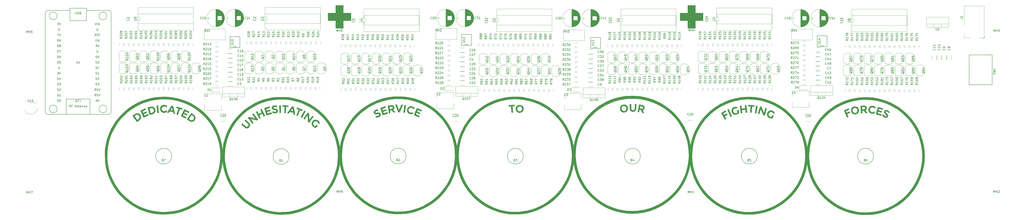
<source format=gbr>
G04 #@! TF.GenerationSoftware,KiCad,Pcbnew,(5.0.2)-1*
G04 #@! TF.CreationDate,2019-08-04T18:28:44-04:00*
G04 #@! TF.ProjectId,7971-MEDEVAC,37393731-2d4d-4454-9445-5641432e6b69,rev?*
G04 #@! TF.SameCoordinates,Original*
G04 #@! TF.FileFunction,Legend,Top*
G04 #@! TF.FilePolarity,Positive*
%FSLAX46Y46*%
G04 Gerber Fmt 4.6, Leading zero omitted, Abs format (unit mm)*
G04 Created by KiCad (PCBNEW (5.0.2)-1) date 8/4/2019 6:28:44 PM*
%MOMM*%
%LPD*%
G01*
G04 APERTURE LIST*
%ADD10C,0.120000*%
%ADD11C,0.010000*%
%ADD12C,0.150000*%
G04 APERTURE END LIST*
D10*
G04 #@! TO.C,Q11*
X176048522Y-120758478D02*
G75*
G03X180487000Y-118920000I1838478J1838478D01*
G01*
X176048522Y-117081522D02*
G75*
G02X180487000Y-118920000I1838478J-1838478D01*
G01*
X176037000Y-117120000D02*
X176037000Y-120720000D01*
D11*
G04 #@! TO.C,GMH3*
G36*
X192878400Y-93138533D02*
X196400533Y-93138533D01*
X196400533Y-96703000D01*
X192878400Y-96703000D01*
X192878400Y-100275933D01*
X189305466Y-100275933D01*
X189305466Y-96711466D01*
X185749467Y-96711466D01*
X185749467Y-93147000D01*
X189305466Y-93147000D01*
X189305466Y-89574067D01*
X192878400Y-89574067D01*
X192878400Y-93138533D01*
X192878400Y-93138533D01*
G37*
X192878400Y-93138533D02*
X196400533Y-93138533D01*
X196400533Y-96703000D01*
X192878400Y-96703000D01*
X192878400Y-100275933D01*
X189305466Y-100275933D01*
X189305466Y-96711466D01*
X185749467Y-96711466D01*
X185749467Y-93147000D01*
X189305466Y-93147000D01*
X189305466Y-89574067D01*
X192878400Y-89574067D01*
X192878400Y-93138533D01*
D12*
G04 #@! TO.C,B1*
X190791211Y-159770000D02*
G75*
G03X190791211Y-159770000I-26671211J0D01*
G01*
X167777690Y-159770000D02*
G75*
G03X167777690Y-159770000I-3657690J0D01*
G01*
X164155922Y-159770000D02*
G75*
G03X164155922Y-159770000I-35922J0D01*
G01*
G04 #@! TO.C,B2*
X244946211Y-159550000D02*
G75*
G03X244946211Y-159550000I-26671211J0D01*
G01*
X221932690Y-159550000D02*
G75*
G03X221932690Y-159550000I-3657690J0D01*
G01*
X218310922Y-159550000D02*
G75*
G03X218310922Y-159550000I-35922J0D01*
G01*
G04 #@! TO.C,B3*
X299171211Y-159625000D02*
G75*
G03X299171211Y-159625000I-26671211J0D01*
G01*
X276157690Y-159625000D02*
G75*
G03X276157690Y-159625000I-3657690J0D01*
G01*
X272535922Y-159625000D02*
G75*
G03X272535922Y-159625000I-35922J0D01*
G01*
G04 #@! TO.C,B4*
X353334211Y-159616000D02*
G75*
G03X353334211Y-159616000I-26671211J0D01*
G01*
X330320690Y-159616000D02*
G75*
G03X330320690Y-159616000I-3657690J0D01*
G01*
X326698922Y-159616000D02*
G75*
G03X326698922Y-159616000I-35922J0D01*
G01*
G04 #@! TO.C,B5*
X407436211Y-159616000D02*
G75*
G03X407436211Y-159616000I-26671211J0D01*
G01*
X384422690Y-159616000D02*
G75*
G03X384422690Y-159616000I-3657690J0D01*
G01*
X380800922Y-159616000D02*
G75*
G03X380800922Y-159616000I-35922J0D01*
G01*
G04 #@! TO.C,B6*
X461221211Y-159630000D02*
G75*
G03X461221211Y-159630000I-26671211J0D01*
G01*
X438207690Y-159630000D02*
G75*
G03X438207690Y-159630000I-3657690J0D01*
G01*
X434585922Y-159630000D02*
G75*
G03X434585922Y-159630000I-35922J0D01*
G01*
G04 #@! TO.C,B7*
X136451211Y-159630000D02*
G75*
G03X136451211Y-159630000I-26671211J0D01*
G01*
X113437690Y-159630000D02*
G75*
G03X113437690Y-159630000I-3657690J0D01*
G01*
X109815922Y-159630000D02*
G75*
G03X109815922Y-159630000I-35922J0D01*
G01*
D10*
G04 #@! TO.C,C3*
X141575000Y-125020000D02*
X139575000Y-125020000D01*
X139575000Y-127060000D02*
X141575000Y-127060000D01*
G04 #@! TO.C,C4*
X248920000Y-113700000D02*
X246920000Y-113700000D01*
X246920000Y-115740000D02*
X248920000Y-115740000D01*
G04 #@! TO.C,C6*
X306330000Y-127360000D02*
X308330000Y-127360000D01*
X308330000Y-125320000D02*
X306330000Y-125320000D01*
G04 #@! TO.C,C7*
X413470000Y-117900000D02*
X411470000Y-117900000D01*
X411470000Y-119940000D02*
X413470000Y-119940000D01*
G04 #@! TO.C,C8*
X474169000Y-114818000D02*
X474169000Y-112818000D01*
X472129000Y-112818000D02*
X472129000Y-114818000D01*
G04 #@! TO.C,C9*
X469843000Y-112850000D02*
X469843000Y-114850000D01*
X471883000Y-114850000D02*
X471883000Y-112850000D01*
G04 #@! TO.C,C10*
X469597000Y-114850000D02*
X469597000Y-112850000D01*
X467557000Y-112850000D02*
X467557000Y-114850000D01*
G04 #@! TO.C,C11*
X465271000Y-112850000D02*
X465271000Y-114850000D01*
X467311000Y-114850000D02*
X467311000Y-112850000D01*
G04 #@! TO.C,C12*
X139575000Y-124904000D02*
X141575000Y-124904000D01*
X141575000Y-122864000D02*
X139575000Y-122864000D01*
G04 #@! TO.C,C13*
X141575000Y-120695000D02*
X139575000Y-120695000D01*
X139575000Y-122735000D02*
X141575000Y-122735000D01*
G04 #@! TO.C,C14*
X139575000Y-114060000D02*
X141575000Y-114060000D01*
X141575000Y-112020000D02*
X139575000Y-112020000D01*
G04 #@! TO.C,C16*
X141575000Y-109845000D02*
X139575000Y-109845000D01*
X139575000Y-111885000D02*
X141575000Y-111885000D01*
G04 #@! TO.C,C17*
X139575000Y-118385000D02*
X141575000Y-118385000D01*
X141575000Y-116345000D02*
X139575000Y-116345000D01*
G04 #@! TO.C,C18*
X139575000Y-120560000D02*
X141575000Y-120560000D01*
X141575000Y-118520000D02*
X139575000Y-118520000D01*
G04 #@! TO.C,C19*
X139586000Y-116220000D02*
X141586000Y-116220000D01*
X141586000Y-114180000D02*
X139586000Y-114180000D01*
G04 #@! TO.C,C20*
X136300000Y-143420000D02*
X138300000Y-143420000D01*
X138300000Y-141380000D02*
X136300000Y-141380000D01*
G04 #@! TO.C,C22*
X246930000Y-120135000D02*
X248930000Y-120135000D01*
X248930000Y-118095000D02*
X246930000Y-118095000D01*
G04 #@! TO.C,C23*
X248905000Y-124620000D02*
X246905000Y-124620000D01*
X246905000Y-126660000D02*
X248905000Y-126660000D01*
G04 #@! TO.C,C24*
X246916000Y-122315000D02*
X248916000Y-122315000D01*
X248916000Y-120275000D02*
X246916000Y-120275000D01*
G04 #@! TO.C,C26*
X248930000Y-109370000D02*
X246930000Y-109370000D01*
X246930000Y-111410000D02*
X248930000Y-111410000D01*
G04 #@! TO.C,C27*
X248930000Y-111545000D02*
X246930000Y-111545000D01*
X246930000Y-113585000D02*
X248930000Y-113585000D01*
G04 #@! TO.C,C28*
X246905000Y-124480000D02*
X248905000Y-124480000D01*
X248905000Y-122440000D02*
X246905000Y-122440000D01*
G04 #@! TO.C,C29*
X246930000Y-117935000D02*
X248930000Y-117935000D01*
X248930000Y-115895000D02*
X246930000Y-115895000D01*
G04 #@! TO.C,C30*
X243850000Y-143445000D02*
X245850000Y-143445000D01*
X245850000Y-141405000D02*
X243850000Y-141405000D01*
G04 #@! TO.C,C32*
X308322000Y-112423000D02*
X306322000Y-112423000D01*
X306322000Y-114463000D02*
X308322000Y-114463000D01*
G04 #@! TO.C,C33*
X306328000Y-120944000D02*
X308328000Y-120944000D01*
X308328000Y-118904000D02*
X306328000Y-118904000D01*
G04 #@! TO.C,C34*
X306328000Y-123094000D02*
X308328000Y-123094000D01*
X308328000Y-121054000D02*
X306328000Y-121054000D01*
G04 #@! TO.C,C36*
X306308000Y-112254000D02*
X308308000Y-112254000D01*
X308308000Y-110214000D02*
X306308000Y-110214000D01*
G04 #@! TO.C,C37*
X306322000Y-118783000D02*
X308322000Y-118783000D01*
X308322000Y-116743000D02*
X306322000Y-116743000D01*
G04 #@! TO.C,C38*
X308318000Y-123164000D02*
X306318000Y-123164000D01*
X306318000Y-125204000D02*
X308318000Y-125204000D01*
G04 #@! TO.C,C39*
X306322000Y-116623000D02*
X308322000Y-116623000D01*
X308322000Y-114583000D02*
X306322000Y-114583000D01*
G04 #@! TO.C,C40*
X354425000Y-140880000D02*
X352425000Y-140880000D01*
X352425000Y-142920000D02*
X354425000Y-142920000D01*
G04 #@! TO.C,C42*
X413464000Y-124387000D02*
X411464000Y-124387000D01*
X411464000Y-126427000D02*
X413464000Y-126427000D01*
G04 #@! TO.C,C43*
X411464000Y-122107000D02*
X413464000Y-122107000D01*
X413464000Y-120067000D02*
X411464000Y-120067000D01*
G04 #@! TO.C,C44*
X413464000Y-113527000D02*
X411464000Y-113527000D01*
X411464000Y-115567000D02*
X413464000Y-115567000D01*
G04 #@! TO.C,C46*
X413470000Y-109200000D02*
X411470000Y-109200000D01*
X411470000Y-111240000D02*
X413470000Y-111240000D01*
G04 #@! TO.C,C47*
X411464000Y-113407000D02*
X413464000Y-113407000D01*
X413464000Y-111367000D02*
X411464000Y-111367000D01*
G04 #@! TO.C,C48*
X413470000Y-115700000D02*
X411470000Y-115700000D01*
X411470000Y-117740000D02*
X413470000Y-117740000D01*
G04 #@! TO.C,C49*
X411464000Y-124267000D02*
X413464000Y-124267000D01*
X413464000Y-122227000D02*
X411464000Y-122227000D01*
G04 #@! TO.C,C50*
X406975000Y-143520000D02*
X408975000Y-143520000D01*
X408975000Y-141480000D02*
X406975000Y-141480000D01*
G04 #@! TO.C,J1*
X488500000Y-104850000D02*
X489550000Y-104850000D01*
X489550000Y-103800000D02*
X489550000Y-104850000D01*
X480150000Y-98750000D02*
X480150000Y-89950000D01*
X480150000Y-89950000D02*
X489350000Y-89950000D01*
X482850000Y-104650000D02*
X480150000Y-104650000D01*
X480150000Y-104650000D02*
X480150000Y-102750000D01*
X489350000Y-89950000D02*
X489350000Y-104650000D01*
X489350000Y-104650000D02*
X486750000Y-104650000D01*
G04 #@! TO.C,Q1*
X161637000Y-117120000D02*
X161637000Y-120720000D01*
X161648522Y-117081522D02*
G75*
G02X166087000Y-118920000I1838478J-1838478D01*
G01*
X161648522Y-120758478D02*
G75*
G03X166087000Y-118920000I1838478J1838478D01*
G01*
G04 #@! TO.C,Q2*
X156848522Y-115243478D02*
G75*
G03X161287000Y-113405000I1838478J1838478D01*
G01*
X156848522Y-111566522D02*
G75*
G02X161287000Y-113405000I1838478J-1838478D01*
G01*
X156837000Y-111605000D02*
X156837000Y-115205000D01*
G04 #@! TO.C,Q3*
X152037000Y-117120000D02*
X152037000Y-120720000D01*
X152048522Y-117081522D02*
G75*
G02X156487000Y-118920000I1838478J-1838478D01*
G01*
X152048522Y-120758478D02*
G75*
G03X156487000Y-118920000I1838478J1838478D01*
G01*
G04 #@! TO.C,Q4*
X152048522Y-115243478D02*
G75*
G03X156487000Y-113405000I1838478J1838478D01*
G01*
X152048522Y-111566522D02*
G75*
G02X156487000Y-113405000I1838478J-1838478D01*
G01*
X152037000Y-111605000D02*
X152037000Y-115205000D01*
G04 #@! TO.C,Q5*
X156848522Y-120758478D02*
G75*
G03X161287000Y-118920000I1838478J1838478D01*
G01*
X156848522Y-117081522D02*
G75*
G02X161287000Y-118920000I1838478J-1838478D01*
G01*
X156837000Y-117120000D02*
X156837000Y-120720000D01*
G04 #@! TO.C,Q6*
X166437000Y-117120000D02*
X166437000Y-120720000D01*
X166448522Y-117081522D02*
G75*
G02X170887000Y-118920000I1838478J-1838478D01*
G01*
X166448522Y-120758478D02*
G75*
G03X170887000Y-118920000I1838478J1838478D01*
G01*
G04 #@! TO.C,Q7*
X171248522Y-120758478D02*
G75*
G03X175687000Y-118920000I1838478J1838478D01*
G01*
X171248522Y-117081522D02*
G75*
G02X175687000Y-118920000I1838478J-1838478D01*
G01*
X171237000Y-117120000D02*
X171237000Y-120720000D01*
G04 #@! TO.C,Q8*
X171237000Y-111605000D02*
X171237000Y-115205000D01*
X171248522Y-111566522D02*
G75*
G02X175687000Y-113405000I1838478J-1838478D01*
G01*
X171248522Y-115243478D02*
G75*
G03X175687000Y-113405000I1838478J1838478D01*
G01*
G04 #@! TO.C,Q9*
X180848522Y-120758478D02*
G75*
G03X185287000Y-118920000I1838478J1838478D01*
G01*
X180848522Y-117081522D02*
G75*
G02X185287000Y-118920000I1838478J-1838478D01*
G01*
X180837000Y-117120000D02*
X180837000Y-120720000D01*
G04 #@! TO.C,Q10*
X176037000Y-111605000D02*
X176037000Y-115205000D01*
X176048522Y-111566522D02*
G75*
G02X180487000Y-113405000I1838478J-1838478D01*
G01*
X176048522Y-115243478D02*
G75*
G03X180487000Y-113405000I1838478J1838478D01*
G01*
G04 #@! TO.C,Q12*
X147237000Y-111605000D02*
X147237000Y-115205000D01*
X147248522Y-111566522D02*
G75*
G02X151687000Y-113405000I1838478J-1838478D01*
G01*
X147248522Y-115243478D02*
G75*
G03X151687000Y-113405000I1838478J1838478D01*
G01*
G04 #@! TO.C,Q13*
X147237000Y-117120000D02*
X147237000Y-120720000D01*
X147248522Y-117081522D02*
G75*
G02X151687000Y-118920000I1838478J-1838478D01*
G01*
X147248522Y-120758478D02*
G75*
G03X151687000Y-118920000I1838478J1838478D01*
G01*
G04 #@! TO.C,Q14*
X166448522Y-115243478D02*
G75*
G03X170887000Y-113405000I1838478J1838478D01*
G01*
X166448522Y-111566522D02*
G75*
G02X170887000Y-113405000I1838478J-1838478D01*
G01*
X166437000Y-111605000D02*
X166437000Y-115205000D01*
G04 #@! TO.C,Q15*
X161637000Y-111605000D02*
X161637000Y-115205000D01*
X161648522Y-111566522D02*
G75*
G02X166087000Y-113405000I1838478J-1838478D01*
G01*
X161648522Y-115243478D02*
G75*
G03X166087000Y-113405000I1838478J1838478D01*
G01*
G04 #@! TO.C,Q16*
X206212522Y-121675478D02*
G75*
G03X210651000Y-119837000I1838478J1838478D01*
G01*
X206212522Y-117998522D02*
G75*
G02X210651000Y-119837000I1838478J-1838478D01*
G01*
X206201000Y-118037000D02*
X206201000Y-121637000D01*
G04 #@! TO.C,Q17*
X201401000Y-112522000D02*
X201401000Y-116122000D01*
X201412522Y-112483522D02*
G75*
G02X205851000Y-114322000I1838478J-1838478D01*
G01*
X201412522Y-116160478D02*
G75*
G03X205851000Y-114322000I1838478J1838478D01*
G01*
G04 #@! TO.C,Q18*
X196612522Y-121675478D02*
G75*
G03X201051000Y-119837000I1838478J1838478D01*
G01*
X196612522Y-117998522D02*
G75*
G02X201051000Y-119837000I1838478J-1838478D01*
G01*
X196601000Y-118037000D02*
X196601000Y-121637000D01*
G04 #@! TO.C,Q19*
X196601000Y-112522000D02*
X196601000Y-116122000D01*
X196612522Y-112483522D02*
G75*
G02X201051000Y-114322000I1838478J-1838478D01*
G01*
X196612522Y-116160478D02*
G75*
G03X201051000Y-114322000I1838478J1838478D01*
G01*
G04 #@! TO.C,Q20*
X201401000Y-118037000D02*
X201401000Y-121637000D01*
X201412522Y-117998522D02*
G75*
G02X205851000Y-119837000I1838478J-1838478D01*
G01*
X201412522Y-121675478D02*
G75*
G03X205851000Y-119837000I1838478J1838478D01*
G01*
G04 #@! TO.C,Q21*
X211012522Y-116160478D02*
G75*
G03X215451000Y-114322000I1838478J1838478D01*
G01*
X211012522Y-112483522D02*
G75*
G02X215451000Y-114322000I1838478J-1838478D01*
G01*
X211001000Y-112522000D02*
X211001000Y-116122000D01*
G04 #@! TO.C,Q22*
X215801000Y-118037000D02*
X215801000Y-121637000D01*
X215812522Y-117998522D02*
G75*
G02X220251000Y-119837000I1838478J-1838478D01*
G01*
X215812522Y-121675478D02*
G75*
G03X220251000Y-119837000I1838478J1838478D01*
G01*
G04 #@! TO.C,Q23*
X215812522Y-116160478D02*
G75*
G03X220251000Y-114322000I1838478J1838478D01*
G01*
X215812522Y-112483522D02*
G75*
G02X220251000Y-114322000I1838478J-1838478D01*
G01*
X215801000Y-112522000D02*
X215801000Y-116122000D01*
G04 #@! TO.C,Q24*
X225401000Y-118037000D02*
X225401000Y-121637000D01*
X225412522Y-117998522D02*
G75*
G02X229851000Y-119837000I1838478J-1838478D01*
G01*
X225412522Y-121675478D02*
G75*
G03X229851000Y-119837000I1838478J1838478D01*
G01*
G04 #@! TO.C,Q25*
X220612522Y-116160478D02*
G75*
G03X225051000Y-114322000I1838478J1838478D01*
G01*
X220612522Y-112483522D02*
G75*
G02X225051000Y-114322000I1838478J-1838478D01*
G01*
X220601000Y-112522000D02*
X220601000Y-116122000D01*
G04 #@! TO.C,Q26*
X220601000Y-118037000D02*
X220601000Y-121637000D01*
X220612522Y-117998522D02*
G75*
G02X225051000Y-119837000I1838478J-1838478D01*
G01*
X220612522Y-121675478D02*
G75*
G03X225051000Y-119837000I1838478J1838478D01*
G01*
G04 #@! TO.C,Q27*
X191812522Y-116160478D02*
G75*
G03X196251000Y-114322000I1838478J1838478D01*
G01*
X191812522Y-112483522D02*
G75*
G02X196251000Y-114322000I1838478J-1838478D01*
G01*
X191801000Y-112522000D02*
X191801000Y-116122000D01*
G04 #@! TO.C,Q28*
X191812522Y-121675478D02*
G75*
G03X196251000Y-119837000I1838478J1838478D01*
G01*
X191812522Y-117998522D02*
G75*
G02X196251000Y-119837000I1838478J-1838478D01*
G01*
X191801000Y-118037000D02*
X191801000Y-121637000D01*
G04 #@! TO.C,Q29*
X211001000Y-118037000D02*
X211001000Y-121637000D01*
X211012522Y-117998522D02*
G75*
G02X215451000Y-119837000I1838478J-1838478D01*
G01*
X211012522Y-121675478D02*
G75*
G03X215451000Y-119837000I1838478J1838478D01*
G01*
G04 #@! TO.C,Q30*
X206212522Y-116160478D02*
G75*
G03X210651000Y-114322000I1838478J1838478D01*
G01*
X206212522Y-112483522D02*
G75*
G02X210651000Y-114322000I1838478J-1838478D01*
G01*
X206201000Y-112522000D02*
X206201000Y-116122000D01*
G04 #@! TO.C,Q31*
X270140000Y-118314000D02*
X270140000Y-121914000D01*
X270151522Y-118275522D02*
G75*
G02X274590000Y-120114000I1838478J-1838478D01*
G01*
X270151522Y-121952478D02*
G75*
G03X274590000Y-120114000I1838478J1838478D01*
G01*
G04 #@! TO.C,Q32*
X265351522Y-116427478D02*
G75*
G03X269790000Y-114589000I1838478J1838478D01*
G01*
X265351522Y-112750522D02*
G75*
G02X269790000Y-114589000I1838478J-1838478D01*
G01*
X265340000Y-112789000D02*
X265340000Y-116389000D01*
G04 #@! TO.C,Q33*
X260540000Y-118314000D02*
X260540000Y-121914000D01*
X260551522Y-118275522D02*
G75*
G02X264990000Y-120114000I1838478J-1838478D01*
G01*
X260551522Y-121952478D02*
G75*
G03X264990000Y-120114000I1838478J1838478D01*
G01*
G04 #@! TO.C,Q34*
X260551522Y-116427478D02*
G75*
G03X264990000Y-114589000I1838478J1838478D01*
G01*
X260551522Y-112750522D02*
G75*
G02X264990000Y-114589000I1838478J-1838478D01*
G01*
X260540000Y-112789000D02*
X260540000Y-116389000D01*
G04 #@! TO.C,Q35*
X265351522Y-121952478D02*
G75*
G03X269790000Y-120114000I1838478J1838478D01*
G01*
X265351522Y-118275522D02*
G75*
G02X269790000Y-120114000I1838478J-1838478D01*
G01*
X265340000Y-118314000D02*
X265340000Y-121914000D01*
G04 #@! TO.C,Q36*
X274940000Y-112794000D02*
X274940000Y-116394000D01*
X274951522Y-112755522D02*
G75*
G02X279390000Y-114594000I1838478J-1838478D01*
G01*
X274951522Y-116432478D02*
G75*
G03X279390000Y-114594000I1838478J1838478D01*
G01*
G04 #@! TO.C,Q37*
X279751522Y-121952478D02*
G75*
G03X284190000Y-120114000I1838478J1838478D01*
G01*
X279751522Y-118275522D02*
G75*
G02X284190000Y-120114000I1838478J-1838478D01*
G01*
X279740000Y-118314000D02*
X279740000Y-121914000D01*
G04 #@! TO.C,Q38*
X279740000Y-112794000D02*
X279740000Y-116394000D01*
X279751522Y-112755522D02*
G75*
G02X284190000Y-114594000I1838478J-1838478D01*
G01*
X279751522Y-116432478D02*
G75*
G03X284190000Y-114594000I1838478J1838478D01*
G01*
G04 #@! TO.C,Q39*
X289351522Y-121952478D02*
G75*
G03X293790000Y-120114000I1838478J1838478D01*
G01*
X289351522Y-118275522D02*
G75*
G02X293790000Y-120114000I1838478J-1838478D01*
G01*
X289340000Y-118314000D02*
X289340000Y-121914000D01*
G04 #@! TO.C,Q40*
X284540000Y-112794000D02*
X284540000Y-116394000D01*
X284551522Y-112755522D02*
G75*
G02X288990000Y-114594000I1838478J-1838478D01*
G01*
X284551522Y-116432478D02*
G75*
G03X288990000Y-114594000I1838478J1838478D01*
G01*
G04 #@! TO.C,Q41*
X284551522Y-121952478D02*
G75*
G03X288990000Y-120114000I1838478J1838478D01*
G01*
X284551522Y-118275522D02*
G75*
G02X288990000Y-120114000I1838478J-1838478D01*
G01*
X284540000Y-118314000D02*
X284540000Y-121914000D01*
G04 #@! TO.C,Q42*
X255740000Y-112789000D02*
X255740000Y-116389000D01*
X255751522Y-112750522D02*
G75*
G02X260190000Y-114589000I1838478J-1838478D01*
G01*
X255751522Y-116427478D02*
G75*
G03X260190000Y-114589000I1838478J1838478D01*
G01*
G04 #@! TO.C,Q43*
X255740000Y-118314000D02*
X255740000Y-121914000D01*
X255751522Y-118275522D02*
G75*
G02X260190000Y-120114000I1838478J-1838478D01*
G01*
X255751522Y-121952478D02*
G75*
G03X260190000Y-120114000I1838478J1838478D01*
G01*
G04 #@! TO.C,Q44*
X274951522Y-121952478D02*
G75*
G03X279390000Y-120114000I1838478J1838478D01*
G01*
X274951522Y-118275522D02*
G75*
G02X279390000Y-120114000I1838478J-1838478D01*
G01*
X274940000Y-118314000D02*
X274940000Y-121914000D01*
G04 #@! TO.C,Q45*
X270140000Y-112794000D02*
X270140000Y-116394000D01*
X270151522Y-112755522D02*
G75*
G02X274590000Y-114594000I1838478J-1838478D01*
G01*
X270151522Y-116432478D02*
G75*
G03X274590000Y-114594000I1838478J1838478D01*
G01*
G04 #@! TO.C,Q46*
X329625000Y-117525000D02*
X329625000Y-121125000D01*
X329636522Y-117486522D02*
G75*
G02X334075000Y-119325000I1838478J-1838478D01*
G01*
X329636522Y-121163478D02*
G75*
G03X334075000Y-119325000I1838478J1838478D01*
G01*
G04 #@! TO.C,Q47*
X324836522Y-115638478D02*
G75*
G03X329275000Y-113800000I1838478J1838478D01*
G01*
X324836522Y-111961522D02*
G75*
G02X329275000Y-113800000I1838478J-1838478D01*
G01*
X324825000Y-112000000D02*
X324825000Y-115600000D01*
G04 #@! TO.C,Q48*
X320025000Y-117525000D02*
X320025000Y-121125000D01*
X320036522Y-117486522D02*
G75*
G02X324475000Y-119325000I1838478J-1838478D01*
G01*
X320036522Y-121163478D02*
G75*
G03X324475000Y-119325000I1838478J1838478D01*
G01*
G04 #@! TO.C,Q49*
X320025000Y-112000000D02*
X320025000Y-115600000D01*
X320036522Y-111961522D02*
G75*
G02X324475000Y-113800000I1838478J-1838478D01*
G01*
X320036522Y-115638478D02*
G75*
G03X324475000Y-113800000I1838478J1838478D01*
G01*
G04 #@! TO.C,Q50*
X324825000Y-117525000D02*
X324825000Y-121125000D01*
X324836522Y-117486522D02*
G75*
G02X329275000Y-119325000I1838478J-1838478D01*
G01*
X324836522Y-121163478D02*
G75*
G03X329275000Y-119325000I1838478J1838478D01*
G01*
G04 #@! TO.C,Q51*
X334436522Y-115638478D02*
G75*
G03X338875000Y-113800000I1838478J1838478D01*
G01*
X334436522Y-111961522D02*
G75*
G02X338875000Y-113800000I1838478J-1838478D01*
G01*
X334425000Y-112000000D02*
X334425000Y-115600000D01*
G04 #@! TO.C,Q52*
X339225000Y-117525000D02*
X339225000Y-121125000D01*
X339236522Y-117486522D02*
G75*
G02X343675000Y-119325000I1838478J-1838478D01*
G01*
X339236522Y-121163478D02*
G75*
G03X343675000Y-119325000I1838478J1838478D01*
G01*
G04 #@! TO.C,Q53*
X339225000Y-112000000D02*
X339225000Y-115600000D01*
X339236522Y-111961522D02*
G75*
G02X343675000Y-113800000I1838478J-1838478D01*
G01*
X339236522Y-115638478D02*
G75*
G03X343675000Y-113800000I1838478J1838478D01*
G01*
G04 #@! TO.C,Q54*
X348861522Y-121163478D02*
G75*
G03X353300000Y-119325000I1838478J1838478D01*
G01*
X348861522Y-117486522D02*
G75*
G02X353300000Y-119325000I1838478J-1838478D01*
G01*
X348850000Y-117525000D02*
X348850000Y-121125000D01*
G04 #@! TO.C,Q55*
X344036522Y-115638478D02*
G75*
G03X348475000Y-113800000I1838478J1838478D01*
G01*
X344036522Y-111961522D02*
G75*
G02X348475000Y-113800000I1838478J-1838478D01*
G01*
X344025000Y-112000000D02*
X344025000Y-115600000D01*
G04 #@! TO.C,Q56*
X344036522Y-121163478D02*
G75*
G03X348475000Y-119325000I1838478J1838478D01*
G01*
X344036522Y-117486522D02*
G75*
G02X348475000Y-119325000I1838478J-1838478D01*
G01*
X344025000Y-117525000D02*
X344025000Y-121125000D01*
G04 #@! TO.C,Q57*
X315236522Y-115638478D02*
G75*
G03X319675000Y-113800000I1838478J1838478D01*
G01*
X315236522Y-111961522D02*
G75*
G02X319675000Y-113800000I1838478J-1838478D01*
G01*
X315225000Y-112000000D02*
X315225000Y-115600000D01*
G04 #@! TO.C,Q58*
X315236522Y-121163478D02*
G75*
G03X319675000Y-119325000I1838478J1838478D01*
G01*
X315236522Y-117486522D02*
G75*
G02X319675000Y-119325000I1838478J-1838478D01*
G01*
X315225000Y-117525000D02*
X315225000Y-121125000D01*
G04 #@! TO.C,Q59*
X334425000Y-117525000D02*
X334425000Y-121125000D01*
X334436522Y-117486522D02*
G75*
G02X338875000Y-119325000I1838478J-1838478D01*
G01*
X334436522Y-121163478D02*
G75*
G03X338875000Y-119325000I1838478J1838478D01*
G01*
G04 #@! TO.C,Q60*
X329636522Y-115638478D02*
G75*
G03X334075000Y-113800000I1838478J1838478D01*
G01*
X329636522Y-111961522D02*
G75*
G02X334075000Y-113800000I1838478J-1838478D01*
G01*
X329625000Y-112000000D02*
X329625000Y-115600000D01*
G04 #@! TO.C,Q61*
X371511522Y-120909478D02*
G75*
G03X375950000Y-119071000I1838478J1838478D01*
G01*
X371511522Y-117232522D02*
G75*
G02X375950000Y-119071000I1838478J-1838478D01*
G01*
X371500000Y-117271000D02*
X371500000Y-120871000D01*
G04 #@! TO.C,Q62*
X366700000Y-117271000D02*
X366700000Y-120871000D01*
X366711522Y-117232522D02*
G75*
G02X371150000Y-119071000I1838478J-1838478D01*
G01*
X366711522Y-120909478D02*
G75*
G03X371150000Y-119071000I1838478J1838478D01*
G01*
G04 #@! TO.C,Q63*
X361911522Y-120909478D02*
G75*
G03X366350000Y-119071000I1838478J1838478D01*
G01*
X361911522Y-117232522D02*
G75*
G02X366350000Y-119071000I1838478J-1838478D01*
G01*
X361900000Y-117271000D02*
X361900000Y-120871000D01*
G04 #@! TO.C,Q64*
X361900000Y-111746000D02*
X361900000Y-115346000D01*
X361911522Y-111707522D02*
G75*
G02X366350000Y-113546000I1838478J-1838478D01*
G01*
X361911522Y-115384478D02*
G75*
G03X366350000Y-113546000I1838478J1838478D01*
G01*
G04 #@! TO.C,Q65*
X366700000Y-111746000D02*
X366700000Y-115346000D01*
X366711522Y-111707522D02*
G75*
G02X371150000Y-113546000I1838478J-1838478D01*
G01*
X366711522Y-115384478D02*
G75*
G03X371150000Y-113546000I1838478J1838478D01*
G01*
G04 #@! TO.C,Q66*
X376311522Y-115384478D02*
G75*
G03X380750000Y-113546000I1838478J1838478D01*
G01*
X376311522Y-111707522D02*
G75*
G02X380750000Y-113546000I1838478J-1838478D01*
G01*
X376300000Y-111746000D02*
X376300000Y-115346000D01*
G04 #@! TO.C,Q67*
X381100000Y-117271000D02*
X381100000Y-120871000D01*
X381111522Y-117232522D02*
G75*
G02X385550000Y-119071000I1838478J-1838478D01*
G01*
X381111522Y-120909478D02*
G75*
G03X385550000Y-119071000I1838478J1838478D01*
G01*
G04 #@! TO.C,Q68*
X381111522Y-115384478D02*
G75*
G03X385550000Y-113546000I1838478J1838478D01*
G01*
X381111522Y-111707522D02*
G75*
G02X385550000Y-113546000I1838478J-1838478D01*
G01*
X381100000Y-111746000D02*
X381100000Y-115346000D01*
G04 #@! TO.C,Q69*
X390711522Y-120909478D02*
G75*
G03X395150000Y-119071000I1838478J1838478D01*
G01*
X390711522Y-117232522D02*
G75*
G02X395150000Y-119071000I1838478J-1838478D01*
G01*
X390700000Y-117271000D02*
X390700000Y-120871000D01*
G04 #@! TO.C,Q70*
X385900000Y-111746000D02*
X385900000Y-115346000D01*
X385911522Y-111707522D02*
G75*
G02X390350000Y-113546000I1838478J-1838478D01*
G01*
X385911522Y-115384478D02*
G75*
G03X390350000Y-113546000I1838478J1838478D01*
G01*
G04 #@! TO.C,Q71*
X385900000Y-117271000D02*
X385900000Y-120871000D01*
X385911522Y-117232522D02*
G75*
G02X390350000Y-119071000I1838478J-1838478D01*
G01*
X385911522Y-120909478D02*
G75*
G03X390350000Y-119071000I1838478J1838478D01*
G01*
G04 #@! TO.C,Q72*
X357111522Y-115384478D02*
G75*
G03X361550000Y-113546000I1838478J1838478D01*
G01*
X357111522Y-111707522D02*
G75*
G02X361550000Y-113546000I1838478J-1838478D01*
G01*
X357100000Y-111746000D02*
X357100000Y-115346000D01*
G04 #@! TO.C,Q73*
X357100000Y-117271000D02*
X357100000Y-120871000D01*
X357111522Y-117232522D02*
G75*
G02X361550000Y-119071000I1838478J-1838478D01*
G01*
X357111522Y-120909478D02*
G75*
G03X361550000Y-119071000I1838478J1838478D01*
G01*
G04 #@! TO.C,Q74*
X376300000Y-117271000D02*
X376300000Y-120871000D01*
X376311522Y-117232522D02*
G75*
G02X380750000Y-119071000I1838478J-1838478D01*
G01*
X376311522Y-120909478D02*
G75*
G03X380750000Y-119071000I1838478J1838478D01*
G01*
G04 #@! TO.C,Q75*
X371511522Y-115384478D02*
G75*
G03X375950000Y-113546000I1838478J1838478D01*
G01*
X371511522Y-111707522D02*
G75*
G02X375950000Y-113546000I1838478J-1838478D01*
G01*
X371500000Y-111746000D02*
X371500000Y-115346000D01*
G04 #@! TO.C,Q76*
X438611522Y-121674478D02*
G75*
G03X443050000Y-119836000I1838478J1838478D01*
G01*
X438611522Y-117997522D02*
G75*
G02X443050000Y-119836000I1838478J-1838478D01*
G01*
X438600000Y-118036000D02*
X438600000Y-121636000D01*
G04 #@! TO.C,Q77*
X433800000Y-112511000D02*
X433800000Y-116111000D01*
X433811522Y-112472522D02*
G75*
G02X438250000Y-114311000I1838478J-1838478D01*
G01*
X433811522Y-116149478D02*
G75*
G03X438250000Y-114311000I1838478J1838478D01*
G01*
G04 #@! TO.C,Q78*
X429011522Y-121674478D02*
G75*
G03X433450000Y-119836000I1838478J1838478D01*
G01*
X429011522Y-117997522D02*
G75*
G02X433450000Y-119836000I1838478J-1838478D01*
G01*
X429000000Y-118036000D02*
X429000000Y-121636000D01*
G04 #@! TO.C,Q79*
X429000000Y-112511000D02*
X429000000Y-116111000D01*
X429011522Y-112472522D02*
G75*
G02X433450000Y-114311000I1838478J-1838478D01*
G01*
X429011522Y-116149478D02*
G75*
G03X433450000Y-114311000I1838478J1838478D01*
G01*
G04 #@! TO.C,Q80*
X433811522Y-121674478D02*
G75*
G03X438250000Y-119836000I1838478J1838478D01*
G01*
X433811522Y-117997522D02*
G75*
G02X438250000Y-119836000I1838478J-1838478D01*
G01*
X433800000Y-118036000D02*
X433800000Y-121636000D01*
G04 #@! TO.C,Q81*
X443400000Y-112511000D02*
X443400000Y-116111000D01*
X443411522Y-112472522D02*
G75*
G02X447850000Y-114311000I1838478J-1838478D01*
G01*
X443411522Y-116149478D02*
G75*
G03X447850000Y-114311000I1838478J1838478D01*
G01*
G04 #@! TO.C,Q82*
X448211522Y-121674478D02*
G75*
G03X452650000Y-119836000I1838478J1838478D01*
G01*
X448211522Y-117997522D02*
G75*
G02X452650000Y-119836000I1838478J-1838478D01*
G01*
X448200000Y-118036000D02*
X448200000Y-121636000D01*
G04 #@! TO.C,Q83*
X448200000Y-112511000D02*
X448200000Y-116111000D01*
X448211522Y-112472522D02*
G75*
G02X452650000Y-114311000I1838478J-1838478D01*
G01*
X448211522Y-116149478D02*
G75*
G03X452650000Y-114311000I1838478J1838478D01*
G01*
G04 #@! TO.C,Q84*
X457811522Y-121674478D02*
G75*
G03X462250000Y-119836000I1838478J1838478D01*
G01*
X457811522Y-117997522D02*
G75*
G02X462250000Y-119836000I1838478J-1838478D01*
G01*
X457800000Y-118036000D02*
X457800000Y-121636000D01*
G04 #@! TO.C,Q85*
X453000000Y-112511000D02*
X453000000Y-116111000D01*
X453011522Y-112472522D02*
G75*
G02X457450000Y-114311000I1838478J-1838478D01*
G01*
X453011522Y-116149478D02*
G75*
G03X457450000Y-114311000I1838478J1838478D01*
G01*
G04 #@! TO.C,Q86*
X453011522Y-121674478D02*
G75*
G03X457450000Y-119836000I1838478J1838478D01*
G01*
X453011522Y-117997522D02*
G75*
G02X457450000Y-119836000I1838478J-1838478D01*
G01*
X453000000Y-118036000D02*
X453000000Y-121636000D01*
G04 #@! TO.C,Q87*
X424211522Y-116149478D02*
G75*
G03X428650000Y-114311000I1838478J1838478D01*
G01*
X424211522Y-112472522D02*
G75*
G02X428650000Y-114311000I1838478J-1838478D01*
G01*
X424200000Y-112511000D02*
X424200000Y-116111000D01*
G04 #@! TO.C,Q88*
X424200000Y-118036000D02*
X424200000Y-121636000D01*
X424211522Y-117997522D02*
G75*
G02X428650000Y-119836000I1838478J-1838478D01*
G01*
X424211522Y-121674478D02*
G75*
G03X428650000Y-119836000I1838478J1838478D01*
G01*
G04 #@! TO.C,Q89*
X443400000Y-118036000D02*
X443400000Y-121636000D01*
X443411522Y-117997522D02*
G75*
G02X447850000Y-119836000I1838478J-1838478D01*
G01*
X443411522Y-121674478D02*
G75*
G03X447850000Y-119836000I1838478J1838478D01*
G01*
G04 #@! TO.C,Q90*
X438600000Y-112511000D02*
X438600000Y-116111000D01*
X438611522Y-112472522D02*
G75*
G02X443050000Y-114311000I1838478J-1838478D01*
G01*
X438611522Y-116149478D02*
G75*
G03X443050000Y-114311000I1838478J1838478D01*
G01*
G04 #@! TO.C,Q91*
X103563522Y-120705478D02*
G75*
G03X108002000Y-118867000I1838478J1838478D01*
G01*
X103563522Y-117028522D02*
G75*
G02X108002000Y-118867000I1838478J-1838478D01*
G01*
X103552000Y-117067000D02*
X103552000Y-120667000D01*
G04 #@! TO.C,Q92*
X98752000Y-111542000D02*
X98752000Y-115142000D01*
X98763522Y-111503522D02*
G75*
G02X103202000Y-113342000I1838478J-1838478D01*
G01*
X98763522Y-115180478D02*
G75*
G03X103202000Y-113342000I1838478J1838478D01*
G01*
G04 #@! TO.C,Q93*
X93963522Y-115180478D02*
G75*
G03X98402000Y-113342000I1838478J1838478D01*
G01*
X93963522Y-111503522D02*
G75*
G02X98402000Y-113342000I1838478J-1838478D01*
G01*
X93952000Y-111542000D02*
X93952000Y-115142000D01*
G04 #@! TO.C,Q94*
X93952000Y-117067000D02*
X93952000Y-120667000D01*
X93963522Y-117028522D02*
G75*
G02X98402000Y-118867000I1838478J-1838478D01*
G01*
X93963522Y-120705478D02*
G75*
G03X98402000Y-118867000I1838478J1838478D01*
G01*
G04 #@! TO.C,Q95*
X98752000Y-117067000D02*
X98752000Y-120667000D01*
X98763522Y-117028522D02*
G75*
G02X103202000Y-118867000I1838478J-1838478D01*
G01*
X98763522Y-120705478D02*
G75*
G03X103202000Y-118867000I1838478J1838478D01*
G01*
G04 #@! TO.C,Q96*
X108363522Y-115180478D02*
G75*
G03X112802000Y-113342000I1838478J1838478D01*
G01*
X108363522Y-111503522D02*
G75*
G02X112802000Y-113342000I1838478J-1838478D01*
G01*
X108352000Y-111542000D02*
X108352000Y-115142000D01*
G04 #@! TO.C,Q97*
X113152000Y-117067000D02*
X113152000Y-120667000D01*
X113163522Y-117028522D02*
G75*
G02X117602000Y-118867000I1838478J-1838478D01*
G01*
X113163522Y-120705478D02*
G75*
G03X117602000Y-118867000I1838478J1838478D01*
G01*
G04 #@! TO.C,Q98*
X113163522Y-115180478D02*
G75*
G03X117602000Y-113342000I1838478J1838478D01*
G01*
X113163522Y-111503522D02*
G75*
G02X117602000Y-113342000I1838478J-1838478D01*
G01*
X113152000Y-111542000D02*
X113152000Y-115142000D01*
G04 #@! TO.C,Q99*
X122752000Y-117067000D02*
X122752000Y-120667000D01*
X122763522Y-117028522D02*
G75*
G02X127202000Y-118867000I1838478J-1838478D01*
G01*
X122763522Y-120705478D02*
G75*
G03X127202000Y-118867000I1838478J1838478D01*
G01*
G04 #@! TO.C,Q100*
X117963522Y-115180478D02*
G75*
G03X122402000Y-113342000I1838478J1838478D01*
G01*
X117963522Y-111503522D02*
G75*
G02X122402000Y-113342000I1838478J-1838478D01*
G01*
X117952000Y-111542000D02*
X117952000Y-115142000D01*
G04 #@! TO.C,Q101*
X117952000Y-117067000D02*
X117952000Y-120667000D01*
X117963522Y-117028522D02*
G75*
G02X122402000Y-118867000I1838478J-1838478D01*
G01*
X117963522Y-120705478D02*
G75*
G03X122402000Y-118867000I1838478J1838478D01*
G01*
G04 #@! TO.C,Q102*
X89163522Y-115180478D02*
G75*
G03X93602000Y-113342000I1838478J1838478D01*
G01*
X89163522Y-111503522D02*
G75*
G02X93602000Y-113342000I1838478J-1838478D01*
G01*
X89152000Y-111542000D02*
X89152000Y-115142000D01*
G04 #@! TO.C,Q103*
X89163522Y-120705478D02*
G75*
G03X93602000Y-118867000I1838478J1838478D01*
G01*
X89163522Y-117028522D02*
G75*
G02X93602000Y-118867000I1838478J-1838478D01*
G01*
X89152000Y-117067000D02*
X89152000Y-120667000D01*
G04 #@! TO.C,Q104*
X108352000Y-117067000D02*
X108352000Y-120667000D01*
X108363522Y-117028522D02*
G75*
G02X112802000Y-118867000I1838478J-1838478D01*
G01*
X108363522Y-120705478D02*
G75*
G03X112802000Y-118867000I1838478J1838478D01*
G01*
G04 #@! TO.C,Q105*
X103563522Y-115180478D02*
G75*
G03X108002000Y-113342000I1838478J1838478D01*
G01*
X103563522Y-111503522D02*
G75*
G02X108002000Y-113342000I1838478J-1838478D01*
G01*
X103552000Y-111542000D02*
X103552000Y-115142000D01*
G04 #@! TO.C,Q106*
X140259000Y-132135000D02*
X140259000Y-130625000D01*
X143960000Y-132135000D02*
X143960000Y-130625000D01*
X147230000Y-130625000D02*
X136990000Y-130625000D01*
X136990000Y-132135000D02*
X136990000Y-127494000D01*
X147230000Y-132135000D02*
X147230000Y-127494000D01*
X147230000Y-127494000D02*
X136990000Y-127494000D01*
X147230000Y-132135000D02*
X136990000Y-132135000D01*
G04 #@! TO.C,Q107*
X255085000Y-131885000D02*
X244845000Y-131885000D01*
X255085000Y-127244000D02*
X244845000Y-127244000D01*
X255085000Y-131885000D02*
X255085000Y-127244000D01*
X244845000Y-131885000D02*
X244845000Y-127244000D01*
X255085000Y-130375000D02*
X244845000Y-130375000D01*
X251815000Y-131885000D02*
X251815000Y-130375000D01*
X248114000Y-131885000D02*
X248114000Y-130375000D01*
G04 #@! TO.C,Q108*
X307042000Y-132504000D02*
X307042000Y-130994000D01*
X310743000Y-132504000D02*
X310743000Y-130994000D01*
X314013000Y-130994000D02*
X303773000Y-130994000D01*
X303773000Y-132504000D02*
X303773000Y-127863000D01*
X314013000Y-132504000D02*
X314013000Y-127863000D01*
X314013000Y-127863000D02*
X303773000Y-127863000D01*
X314013000Y-132504000D02*
X303773000Y-132504000D01*
G04 #@! TO.C,Q124*
X419250000Y-131440000D02*
X409010000Y-131440000D01*
X419250000Y-126799000D02*
X409010000Y-126799000D01*
X419250000Y-131440000D02*
X419250000Y-126799000D01*
X409010000Y-131440000D02*
X409010000Y-126799000D01*
X419250000Y-129930000D02*
X409010000Y-129930000D01*
X415980000Y-131440000D02*
X415980000Y-129930000D01*
X412279000Y-131440000D02*
X412279000Y-129930000D01*
G04 #@! TO.C,R2*
X161867000Y-127457936D02*
X161867000Y-128662064D01*
X163687000Y-127457936D02*
X163687000Y-128662064D01*
G04 #@! TO.C,R3*
X159592000Y-127457936D02*
X159592000Y-128662064D01*
X161412000Y-127457936D02*
X161412000Y-128662064D01*
G04 #@! TO.C,R4*
X154587000Y-127457936D02*
X154587000Y-128662064D01*
X152767000Y-127457936D02*
X152767000Y-128662064D01*
G04 #@! TO.C,R5*
X156862000Y-127457936D02*
X156862000Y-128662064D01*
X155042000Y-127457936D02*
X155042000Y-128662064D01*
G04 #@! TO.C,R6*
X159137000Y-127457936D02*
X159137000Y-128662064D01*
X157317000Y-127457936D02*
X157317000Y-128662064D01*
G04 #@! TO.C,R7*
X168717000Y-127457936D02*
X168717000Y-128662064D01*
X170537000Y-127457936D02*
X170537000Y-128662064D01*
G04 #@! TO.C,R8*
X171017000Y-127469936D02*
X171017000Y-128674064D01*
X172837000Y-127469936D02*
X172837000Y-128674064D01*
G04 #@! TO.C,R9*
X173477000Y-107634064D02*
X173477000Y-106429936D01*
X175297000Y-107634064D02*
X175297000Y-106429936D01*
G04 #@! TO.C,R10*
X172997000Y-107634064D02*
X172997000Y-106429936D01*
X171177000Y-107634064D02*
X171177000Y-106429936D01*
G04 #@! TO.C,R11*
X166577000Y-107634064D02*
X166577000Y-106429936D01*
X168397000Y-107634064D02*
X168397000Y-106429936D01*
G04 #@! TO.C,R12*
X159222000Y-107634064D02*
X159222000Y-106429936D01*
X157402000Y-107634064D02*
X157402000Y-106429936D01*
G04 #@! TO.C,R13*
X156922000Y-106417936D02*
X156922000Y-107622064D01*
X155102000Y-106417936D02*
X155102000Y-107622064D01*
G04 #@! TO.C,R14*
X154647000Y-107622064D02*
X154647000Y-106417936D01*
X152827000Y-107622064D02*
X152827000Y-106417936D01*
G04 #@! TO.C,R15*
X161497000Y-107634064D02*
X161497000Y-106429936D01*
X159677000Y-107634064D02*
X159677000Y-106429936D01*
G04 #@! TO.C,R16*
X163797000Y-107634064D02*
X163797000Y-106429936D01*
X161977000Y-107634064D02*
X161977000Y-106429936D01*
G04 #@! TO.C,R17*
X173317000Y-127482936D02*
X173317000Y-128687064D01*
X175137000Y-127482936D02*
X175137000Y-128687064D01*
G04 #@! TO.C,R18*
X181987000Y-127482936D02*
X181987000Y-128687064D01*
X180167000Y-127482936D02*
X180167000Y-128687064D01*
G04 #@! TO.C,R19*
X179712000Y-127469936D02*
X179712000Y-128674064D01*
X177892000Y-127469936D02*
X177892000Y-128674064D01*
G04 #@! TO.C,R20*
X177437000Y-127482936D02*
X177437000Y-128687064D01*
X175617000Y-127482936D02*
X175617000Y-128687064D01*
G04 #@! TO.C,R21*
X152307000Y-127462936D02*
X152307000Y-128667064D01*
X150487000Y-127462936D02*
X150487000Y-128667064D01*
G04 #@! TO.C,R22*
X148197000Y-127464936D02*
X148197000Y-128669064D01*
X150017000Y-127464936D02*
X150017000Y-128669064D01*
G04 #@! TO.C,R23*
X166417000Y-127457936D02*
X166417000Y-128662064D01*
X168237000Y-127457936D02*
X168237000Y-128662064D01*
G04 #@! TO.C,R24*
X182172000Y-107634064D02*
X182172000Y-106429936D01*
X180352000Y-107634064D02*
X180352000Y-106429936D01*
G04 #@! TO.C,R25*
X178077000Y-107634064D02*
X178077000Y-106429936D01*
X179897000Y-107634064D02*
X179897000Y-106429936D01*
G04 #@! TO.C,R26*
X177597000Y-107622064D02*
X177597000Y-106417936D01*
X175777000Y-107622064D02*
X175777000Y-106417936D01*
G04 #@! TO.C,R27*
X150527000Y-107622064D02*
X150527000Y-106417936D01*
X152347000Y-107622064D02*
X152347000Y-106417936D01*
G04 #@! TO.C,R28*
X148252000Y-107609064D02*
X148252000Y-106404936D01*
X150072000Y-107609064D02*
X150072000Y-106404936D01*
G04 #@! TO.C,R29*
X168877000Y-107634064D02*
X168877000Y-106429936D01*
X170697000Y-107634064D02*
X170697000Y-106429936D01*
G04 #@! TO.C,R30*
X166097000Y-107634064D02*
X166097000Y-106429936D01*
X164277000Y-107634064D02*
X164277000Y-106429936D01*
G04 #@! TO.C,R31*
X165962000Y-127457936D02*
X165962000Y-128662064D01*
X164142000Y-127457936D02*
X164142000Y-128662064D01*
G04 #@! TO.C,R32*
X205777000Y-128066936D02*
X205777000Y-129271064D01*
X207597000Y-128066936D02*
X207597000Y-129271064D01*
G04 #@! TO.C,R33*
X205297000Y-128066936D02*
X205297000Y-129271064D01*
X203477000Y-128066936D02*
X203477000Y-129271064D01*
G04 #@! TO.C,R34*
X198397000Y-128066936D02*
X198397000Y-129271064D01*
X196577000Y-128066936D02*
X196577000Y-129271064D01*
G04 #@! TO.C,R35*
X200697000Y-128066936D02*
X200697000Y-129271064D01*
X198877000Y-128066936D02*
X198877000Y-129271064D01*
G04 #@! TO.C,R36*
X201177000Y-128066936D02*
X201177000Y-129271064D01*
X202997000Y-128066936D02*
X202997000Y-129271064D01*
G04 #@! TO.C,R37*
X214497000Y-128079936D02*
X214497000Y-129284064D01*
X212677000Y-128079936D02*
X212677000Y-129284064D01*
G04 #@! TO.C,R38*
X216797000Y-128066936D02*
X216797000Y-129271064D01*
X214977000Y-128066936D02*
X214977000Y-129271064D01*
G04 #@! TO.C,R39*
X218905000Y-109000064D02*
X218905000Y-107795936D01*
X217085000Y-109000064D02*
X217085000Y-107795936D01*
G04 #@! TO.C,R40*
X214785000Y-109000064D02*
X214785000Y-107795936D01*
X216605000Y-109000064D02*
X216605000Y-107795936D01*
G04 #@! TO.C,R41*
X214305000Y-109000064D02*
X214305000Y-107795936D01*
X212485000Y-109000064D02*
X212485000Y-107795936D01*
G04 #@! TO.C,R42*
X200985000Y-109000064D02*
X200985000Y-107795936D01*
X202805000Y-109000064D02*
X202805000Y-107795936D01*
G04 #@! TO.C,R43*
X200505000Y-108988064D02*
X200505000Y-107783936D01*
X198685000Y-108988064D02*
X198685000Y-107783936D01*
G04 #@! TO.C,R44*
X196385000Y-108988064D02*
X196385000Y-107783936D01*
X198205000Y-108988064D02*
X198205000Y-107783936D01*
G04 #@! TO.C,R45*
X205105000Y-108988064D02*
X205105000Y-107783936D01*
X203285000Y-108988064D02*
X203285000Y-107783936D01*
G04 #@! TO.C,R46*
X205585000Y-108988064D02*
X205585000Y-107783936D01*
X207405000Y-108988064D02*
X207405000Y-107783936D01*
G04 #@! TO.C,R47*
X219097000Y-128066936D02*
X219097000Y-129271064D01*
X217277000Y-128066936D02*
X217277000Y-129271064D01*
G04 #@! TO.C,R48*
X224177000Y-128054936D02*
X224177000Y-129259064D01*
X225997000Y-128054936D02*
X225997000Y-129259064D01*
G04 #@! TO.C,R49*
X221877000Y-128066936D02*
X221877000Y-129271064D01*
X223697000Y-128066936D02*
X223697000Y-129271064D01*
G04 #@! TO.C,R50*
X219577000Y-128054936D02*
X219577000Y-129259064D01*
X221397000Y-128054936D02*
X221397000Y-129259064D01*
G04 #@! TO.C,R51*
X194277000Y-128079936D02*
X194277000Y-129284064D01*
X196097000Y-128079936D02*
X196097000Y-129284064D01*
G04 #@! TO.C,R52*
X191977000Y-128079936D02*
X191977000Y-129284064D01*
X193797000Y-128079936D02*
X193797000Y-129284064D01*
G04 #@! TO.C,R53*
X210377000Y-128066936D02*
X210377000Y-129271064D01*
X212197000Y-128066936D02*
X212197000Y-129271064D01*
G04 #@! TO.C,R54*
X223985000Y-109013064D02*
X223985000Y-107808936D01*
X225805000Y-109013064D02*
X225805000Y-107808936D01*
G04 #@! TO.C,R55*
X223505000Y-109013064D02*
X223505000Y-107808936D01*
X221685000Y-109013064D02*
X221685000Y-107808936D01*
G04 #@! TO.C,R56*
X219385000Y-109013064D02*
X219385000Y-107808936D01*
X221205000Y-109013064D02*
X221205000Y-107808936D01*
G04 #@! TO.C,R57*
X195905000Y-108975064D02*
X195905000Y-107770936D01*
X194085000Y-108975064D02*
X194085000Y-107770936D01*
G04 #@! TO.C,R58*
X193605000Y-108988064D02*
X193605000Y-107783936D01*
X191785000Y-108988064D02*
X191785000Y-107783936D01*
G04 #@! TO.C,R59*
X212005000Y-109000064D02*
X212005000Y-107795936D01*
X210185000Y-109000064D02*
X210185000Y-107795936D01*
G04 #@! TO.C,R60*
X207885000Y-108988064D02*
X207885000Y-107783936D01*
X209705000Y-108988064D02*
X209705000Y-107783936D01*
G04 #@! TO.C,R61*
X208077000Y-128066936D02*
X208077000Y-129271064D01*
X209897000Y-128066936D02*
X209897000Y-129271064D01*
G04 #@! TO.C,R62*
X269847000Y-128444936D02*
X269847000Y-129649064D01*
X271667000Y-128444936D02*
X271667000Y-129649064D01*
G04 #@! TO.C,R63*
X269367000Y-128444936D02*
X269367000Y-129649064D01*
X267547000Y-128444936D02*
X267547000Y-129649064D01*
G04 #@! TO.C,R64*
X262467000Y-128456936D02*
X262467000Y-129661064D01*
X260647000Y-128456936D02*
X260647000Y-129661064D01*
G04 #@! TO.C,R65*
X262947000Y-128456936D02*
X262947000Y-129661064D01*
X264767000Y-128456936D02*
X264767000Y-129661064D01*
G04 #@! TO.C,R66*
X267067000Y-128456936D02*
X267067000Y-129661064D01*
X265247000Y-128456936D02*
X265247000Y-129661064D01*
G04 #@! TO.C,R67*
X276747000Y-128444936D02*
X276747000Y-129649064D01*
X278567000Y-128444936D02*
X278567000Y-129649064D01*
G04 #@! TO.C,R68*
X279047000Y-128444936D02*
X279047000Y-129649064D01*
X280867000Y-128444936D02*
X280867000Y-129649064D01*
G04 #@! TO.C,R69*
X280957000Y-108678064D02*
X280957000Y-107473936D01*
X282777000Y-108678064D02*
X282777000Y-107473936D01*
G04 #@! TO.C,R70*
X280477000Y-108678064D02*
X280477000Y-107473936D01*
X278657000Y-108678064D02*
X278657000Y-107473936D01*
G04 #@! TO.C,R71*
X276357000Y-108678064D02*
X276357000Y-107473936D01*
X278177000Y-108678064D02*
X278177000Y-107473936D01*
G04 #@! TO.C,R72*
X264857000Y-108653064D02*
X264857000Y-107448936D01*
X266677000Y-108653064D02*
X266677000Y-107448936D01*
G04 #@! TO.C,R73*
X264377000Y-108653064D02*
X264377000Y-107448936D01*
X262557000Y-108653064D02*
X262557000Y-107448936D01*
G04 #@! TO.C,R74*
X260257000Y-108640064D02*
X260257000Y-107435936D01*
X262077000Y-108640064D02*
X262077000Y-107435936D01*
G04 #@! TO.C,R75*
X268977000Y-108665064D02*
X268977000Y-107460936D01*
X267157000Y-108665064D02*
X267157000Y-107460936D01*
G04 #@! TO.C,R76*
X269457000Y-108678064D02*
X269457000Y-107473936D01*
X271277000Y-108678064D02*
X271277000Y-107473936D01*
G04 #@! TO.C,R77*
X283167000Y-128444936D02*
X283167000Y-129649064D01*
X281347000Y-128444936D02*
X281347000Y-129649064D01*
G04 #@! TO.C,R78*
X288247000Y-128444936D02*
X288247000Y-129649064D01*
X290067000Y-128444936D02*
X290067000Y-129649064D01*
G04 #@! TO.C,R79*
X287767000Y-128444936D02*
X287767000Y-129649064D01*
X285947000Y-128444936D02*
X285947000Y-129649064D01*
G04 #@! TO.C,R80*
X283647000Y-128444936D02*
X283647000Y-129649064D01*
X285467000Y-128444936D02*
X285467000Y-129649064D01*
G04 #@! TO.C,R81*
X260167000Y-128456936D02*
X260167000Y-129661064D01*
X258347000Y-128456936D02*
X258347000Y-129661064D01*
G04 #@! TO.C,R82*
X257867000Y-128456936D02*
X257867000Y-129661064D01*
X256047000Y-128456936D02*
X256047000Y-129661064D01*
G04 #@! TO.C,R83*
X274447000Y-128444936D02*
X274447000Y-129649064D01*
X276267000Y-128444936D02*
X276267000Y-129649064D01*
G04 #@! TO.C,R84*
X289677000Y-108703064D02*
X289677000Y-107498936D01*
X287857000Y-108703064D02*
X287857000Y-107498936D01*
G04 #@! TO.C,R85*
X285557000Y-108690064D02*
X285557000Y-107485936D01*
X287377000Y-108690064D02*
X287377000Y-107485936D01*
G04 #@! TO.C,R86*
X285077000Y-108678064D02*
X285077000Y-107473936D01*
X283257000Y-108678064D02*
X283257000Y-107473936D01*
G04 #@! TO.C,R87*
X259777000Y-108640064D02*
X259777000Y-107435936D01*
X257957000Y-108640064D02*
X257957000Y-107435936D01*
G04 #@! TO.C,R88*
X255660000Y-108640064D02*
X255660000Y-107435936D01*
X257480000Y-108640064D02*
X257480000Y-107435936D01*
G04 #@! TO.C,R89*
X274057000Y-108678064D02*
X274057000Y-107473936D01*
X275877000Y-108678064D02*
X275877000Y-107473936D01*
G04 #@! TO.C,R90*
X273577000Y-108690064D02*
X273577000Y-107485936D01*
X271757000Y-108690064D02*
X271757000Y-107485936D01*
G04 #@! TO.C,R91*
X273967000Y-128444936D02*
X273967000Y-129649064D01*
X272147000Y-128444936D02*
X272147000Y-129649064D01*
G04 #@! TO.C,R92*
X330982000Y-127913936D02*
X330982000Y-129118064D01*
X329162000Y-127913936D02*
X329162000Y-129118064D01*
G04 #@! TO.C,R93*
X326862000Y-127913936D02*
X326862000Y-129118064D01*
X328682000Y-127913936D02*
X328682000Y-129118064D01*
G04 #@! TO.C,R94*
X319962000Y-127901936D02*
X319962000Y-129106064D01*
X321782000Y-127901936D02*
X321782000Y-129106064D01*
G04 #@! TO.C,R95*
X322262000Y-127913936D02*
X322262000Y-129118064D01*
X324082000Y-127913936D02*
X324082000Y-129118064D01*
G04 #@! TO.C,R96*
X326382000Y-127913936D02*
X326382000Y-129118064D01*
X324562000Y-127913936D02*
X324562000Y-129118064D01*
G04 #@! TO.C,R97*
X337882000Y-127913936D02*
X337882000Y-129118064D01*
X336062000Y-127913936D02*
X336062000Y-129118064D01*
G04 #@! TO.C,R98*
X338362000Y-127926936D02*
X338362000Y-129131064D01*
X340182000Y-127926936D02*
X340182000Y-129131064D01*
G04 #@! TO.C,R99*
X340625000Y-108984064D02*
X340625000Y-107779936D01*
X342445000Y-108984064D02*
X342445000Y-107779936D01*
G04 #@! TO.C,R100*
X340145000Y-108984064D02*
X340145000Y-107779936D01*
X338325000Y-108984064D02*
X338325000Y-107779936D01*
G04 #@! TO.C,R101*
X337845000Y-108984064D02*
X337845000Y-107779936D01*
X336025000Y-108984064D02*
X336025000Y-107779936D01*
G04 #@! TO.C,R102*
X324475000Y-108971064D02*
X324475000Y-107766936D01*
X326295000Y-108971064D02*
X326295000Y-107766936D01*
G04 #@! TO.C,R103*
X321695000Y-108971064D02*
X321695000Y-107766936D01*
X319875000Y-108971064D02*
X319875000Y-107766936D01*
G04 #@! TO.C,R104*
X322175000Y-108971064D02*
X322175000Y-107766936D01*
X323995000Y-108971064D02*
X323995000Y-107766936D01*
G04 #@! TO.C,R105*
X328620000Y-108971064D02*
X328620000Y-107766936D01*
X326800000Y-108971064D02*
X326800000Y-107766936D01*
G04 #@! TO.C,R106*
X329100000Y-108971064D02*
X329100000Y-107766936D01*
X330920000Y-108971064D02*
X330920000Y-107766936D01*
G04 #@! TO.C,R107*
X342482000Y-127913936D02*
X342482000Y-129118064D01*
X340662000Y-127913936D02*
X340662000Y-129118064D01*
G04 #@! TO.C,R108*
X347562000Y-127889936D02*
X347562000Y-129094064D01*
X349382000Y-127889936D02*
X349382000Y-129094064D01*
G04 #@! TO.C,R109*
X347082000Y-127901936D02*
X347082000Y-129106064D01*
X345262000Y-127901936D02*
X345262000Y-129106064D01*
G04 #@! TO.C,R110*
X342962000Y-127901936D02*
X342962000Y-129106064D01*
X344782000Y-127901936D02*
X344782000Y-129106064D01*
G04 #@! TO.C,R111*
X317662000Y-127901936D02*
X317662000Y-129106064D01*
X319482000Y-127901936D02*
X319482000Y-129106064D01*
G04 #@! TO.C,R112*
X317182000Y-127901936D02*
X317182000Y-129106064D01*
X315362000Y-127901936D02*
X315362000Y-129106064D01*
G04 #@! TO.C,R113*
X335582000Y-127913936D02*
X335582000Y-129118064D01*
X333762000Y-127913936D02*
X333762000Y-129118064D01*
G04 #@! TO.C,R114*
X349345000Y-108984064D02*
X349345000Y-107779936D01*
X347525000Y-108984064D02*
X347525000Y-107779936D01*
G04 #@! TO.C,R115*
X345225000Y-108984064D02*
X345225000Y-107779936D01*
X347045000Y-108984064D02*
X347045000Y-107779936D01*
G04 #@! TO.C,R116*
X344745000Y-108984064D02*
X344745000Y-107779936D01*
X342925000Y-108984064D02*
X342925000Y-107779936D01*
G04 #@! TO.C,R117*
X319395000Y-108959064D02*
X319395000Y-107754936D01*
X317575000Y-108959064D02*
X317575000Y-107754936D01*
G04 #@! TO.C,R118*
X315250000Y-108971064D02*
X315250000Y-107766936D01*
X317070000Y-108971064D02*
X317070000Y-107766936D01*
G04 #@! TO.C,R119*
X333725000Y-108971064D02*
X333725000Y-107766936D01*
X335545000Y-108971064D02*
X335545000Y-107766936D01*
G04 #@! TO.C,R120*
X333245000Y-108971064D02*
X333245000Y-107766936D01*
X331425000Y-108971064D02*
X331425000Y-107766936D01*
G04 #@! TO.C,R121*
X333282000Y-127913936D02*
X333282000Y-129118064D01*
X331462000Y-127913936D02*
X331462000Y-129118064D01*
G04 #@! TO.C,R122*
X370963000Y-127850936D02*
X370963000Y-129055064D01*
X372783000Y-127850936D02*
X372783000Y-129055064D01*
G04 #@! TO.C,R123*
X368663000Y-127850936D02*
X368663000Y-129055064D01*
X370483000Y-127850936D02*
X370483000Y-129055064D01*
G04 #@! TO.C,R124*
X363583000Y-127850936D02*
X363583000Y-129055064D01*
X361763000Y-127850936D02*
X361763000Y-129055064D01*
G04 #@! TO.C,R125*
X364063000Y-127850936D02*
X364063000Y-129055064D01*
X365883000Y-127850936D02*
X365883000Y-129055064D01*
G04 #@! TO.C,R126*
X368183000Y-127863936D02*
X368183000Y-129068064D01*
X366363000Y-127863936D02*
X366363000Y-129068064D01*
G04 #@! TO.C,R127*
X377863000Y-127813936D02*
X377863000Y-129018064D01*
X379683000Y-127813936D02*
X379683000Y-129018064D01*
G04 #@! TO.C,R128*
X380163000Y-127825936D02*
X380163000Y-129030064D01*
X381983000Y-127825936D02*
X381983000Y-129030064D01*
G04 #@! TO.C,R129*
X382415000Y-108614064D02*
X382415000Y-107409936D01*
X384235000Y-108614064D02*
X384235000Y-107409936D01*
G04 #@! TO.C,R130*
X381935000Y-108614064D02*
X381935000Y-107409936D01*
X380115000Y-108614064D02*
X380115000Y-107409936D01*
G04 #@! TO.C,R131*
X377815000Y-108614064D02*
X377815000Y-107409936D01*
X379635000Y-108614064D02*
X379635000Y-107409936D01*
G04 #@! TO.C,R132*
X370435000Y-108614064D02*
X370435000Y-107409936D01*
X368615000Y-108614064D02*
X368615000Y-107409936D01*
G04 #@! TO.C,R133*
X364015000Y-108614064D02*
X364015000Y-107409936D01*
X365835000Y-108614064D02*
X365835000Y-107409936D01*
G04 #@! TO.C,R134*
X363535000Y-108614064D02*
X363535000Y-107409936D01*
X361715000Y-108614064D02*
X361715000Y-107409936D01*
G04 #@! TO.C,R135*
X366315000Y-108614064D02*
X366315000Y-107409936D01*
X368135000Y-108614064D02*
X368135000Y-107409936D01*
G04 #@! TO.C,R136*
X372735000Y-108614064D02*
X372735000Y-107409936D01*
X370915000Y-108614064D02*
X370915000Y-107409936D01*
G04 #@! TO.C,R137*
X384283000Y-127813936D02*
X384283000Y-129018064D01*
X382463000Y-127813936D02*
X382463000Y-129018064D01*
G04 #@! TO.C,R138*
X389363000Y-127800936D02*
X389363000Y-129005064D01*
X391183000Y-127800936D02*
X391183000Y-129005064D01*
G04 #@! TO.C,R139*
X388883000Y-127813936D02*
X388883000Y-129018064D01*
X387063000Y-127813936D02*
X387063000Y-129018064D01*
G04 #@! TO.C,R140*
X384763000Y-127813936D02*
X384763000Y-129018064D01*
X386583000Y-127813936D02*
X386583000Y-129018064D01*
G04 #@! TO.C,R141*
X361283000Y-127863936D02*
X361283000Y-129068064D01*
X359463000Y-127863936D02*
X359463000Y-129068064D01*
G04 #@! TO.C,R142*
X358983000Y-127850936D02*
X358983000Y-129055064D01*
X357163000Y-127850936D02*
X357163000Y-129055064D01*
G04 #@! TO.C,R143*
X375563000Y-127825936D02*
X375563000Y-129030064D01*
X377383000Y-127825936D02*
X377383000Y-129030064D01*
G04 #@! TO.C,R144*
X391135000Y-108614064D02*
X391135000Y-107409936D01*
X389315000Y-108614064D02*
X389315000Y-107409936D01*
G04 #@! TO.C,R145*
X387015000Y-108614064D02*
X387015000Y-107409936D01*
X388835000Y-108614064D02*
X388835000Y-107409936D01*
G04 #@! TO.C,R146*
X386535000Y-108614064D02*
X386535000Y-107409936D01*
X384715000Y-108614064D02*
X384715000Y-107409936D01*
G04 #@! TO.C,R147*
X359415000Y-108602064D02*
X359415000Y-107397936D01*
X361235000Y-108602064D02*
X361235000Y-107397936D01*
G04 #@! TO.C,R148*
X357115000Y-108602064D02*
X357115000Y-107397936D01*
X358935000Y-108602064D02*
X358935000Y-107397936D01*
G04 #@! TO.C,R149*
X375515000Y-108614064D02*
X375515000Y-107409936D01*
X377335000Y-108614064D02*
X377335000Y-107409936D01*
G04 #@! TO.C,R150*
X375035000Y-108614064D02*
X375035000Y-107409936D01*
X373215000Y-108614064D02*
X373215000Y-107409936D01*
G04 #@! TO.C,R151*
X375083000Y-127838936D02*
X375083000Y-129043064D01*
X373263000Y-127838936D02*
X373263000Y-129043064D01*
G04 #@! TO.C,R152*
X438927000Y-128640936D02*
X438927000Y-129845064D01*
X440747000Y-128640936D02*
X440747000Y-129845064D01*
G04 #@! TO.C,R153*
X436627000Y-128640936D02*
X436627000Y-129845064D01*
X438447000Y-128640936D02*
X438447000Y-129845064D01*
G04 #@! TO.C,R154*
X431522000Y-128640936D02*
X431522000Y-129845064D01*
X429702000Y-128640936D02*
X429702000Y-129845064D01*
G04 #@! TO.C,R155*
X432027000Y-128640936D02*
X432027000Y-129845064D01*
X433847000Y-128640936D02*
X433847000Y-129845064D01*
G04 #@! TO.C,R156*
X436147000Y-128627936D02*
X436147000Y-129832064D01*
X434327000Y-128627936D02*
X434327000Y-129832064D01*
G04 #@! TO.C,R157*
X447647000Y-128627936D02*
X447647000Y-129832064D01*
X445827000Y-128627936D02*
X445827000Y-129832064D01*
G04 #@! TO.C,R158*
X449947000Y-128640936D02*
X449947000Y-129845064D01*
X448127000Y-128640936D02*
X448127000Y-129845064D01*
G04 #@! TO.C,R159*
X450454000Y-109372064D02*
X450454000Y-108167936D01*
X452274000Y-109372064D02*
X452274000Y-108167936D01*
G04 #@! TO.C,R160*
X448154000Y-109372064D02*
X448154000Y-108167936D01*
X449974000Y-109372064D02*
X449974000Y-108167936D01*
G04 #@! TO.C,R161*
X447674000Y-109372064D02*
X447674000Y-108167936D01*
X445854000Y-109372064D02*
X445854000Y-108167936D01*
G04 #@! TO.C,R162*
X434354000Y-109334064D02*
X434354000Y-108129936D01*
X436174000Y-109334064D02*
X436174000Y-108129936D01*
G04 #@! TO.C,R163*
X433874000Y-109347064D02*
X433874000Y-108142936D01*
X432054000Y-109347064D02*
X432054000Y-108142936D01*
G04 #@! TO.C,R164*
X429754000Y-109347064D02*
X429754000Y-108142936D01*
X431574000Y-109347064D02*
X431574000Y-108142936D01*
G04 #@! TO.C,R165*
X438474000Y-109347064D02*
X438474000Y-108142936D01*
X436654000Y-109347064D02*
X436654000Y-108142936D01*
G04 #@! TO.C,R166*
X438954000Y-109347064D02*
X438954000Y-108142936D01*
X440774000Y-109347064D02*
X440774000Y-108142936D01*
G04 #@! TO.C,R167*
X452247000Y-128640936D02*
X452247000Y-129845064D01*
X450427000Y-128640936D02*
X450427000Y-129845064D01*
G04 #@! TO.C,R168*
X457327000Y-128640936D02*
X457327000Y-129845064D01*
X459147000Y-128640936D02*
X459147000Y-129845064D01*
G04 #@! TO.C,R169*
X455027000Y-128640936D02*
X455027000Y-129845064D01*
X456847000Y-128640936D02*
X456847000Y-129845064D01*
G04 #@! TO.C,R170*
X452727000Y-128640936D02*
X452727000Y-129845064D01*
X454547000Y-128640936D02*
X454547000Y-129845064D01*
G04 #@! TO.C,R171*
X429222000Y-128640936D02*
X429222000Y-129845064D01*
X427402000Y-128640936D02*
X427402000Y-129845064D01*
G04 #@! TO.C,R172*
X426922000Y-128652936D02*
X426922000Y-129857064D01*
X425102000Y-128652936D02*
X425102000Y-129857064D01*
G04 #@! TO.C,R173*
X445347000Y-128615936D02*
X445347000Y-129820064D01*
X443527000Y-128615936D02*
X443527000Y-129820064D01*
G04 #@! TO.C,R174*
X459174000Y-109372064D02*
X459174000Y-108167936D01*
X457354000Y-109372064D02*
X457354000Y-108167936D01*
G04 #@! TO.C,R175*
X455054000Y-109372064D02*
X455054000Y-108167936D01*
X456874000Y-109372064D02*
X456874000Y-108167936D01*
G04 #@! TO.C,R176*
X454574000Y-109372064D02*
X454574000Y-108167936D01*
X452754000Y-109372064D02*
X452754000Y-108167936D01*
G04 #@! TO.C,R177*
X427454000Y-109347064D02*
X427454000Y-108142936D01*
X429274000Y-109347064D02*
X429274000Y-108142936D01*
G04 #@! TO.C,R178*
X425154000Y-109347064D02*
X425154000Y-108142936D01*
X426974000Y-109347064D02*
X426974000Y-108142936D01*
G04 #@! TO.C,R179*
X443554000Y-109372064D02*
X443554000Y-108167936D01*
X445374000Y-109372064D02*
X445374000Y-108167936D01*
G04 #@! TO.C,R180*
X443074000Y-109359064D02*
X443074000Y-108154936D01*
X441254000Y-109359064D02*
X441254000Y-108154936D01*
G04 #@! TO.C,R181*
X441227000Y-128627936D02*
X441227000Y-129832064D01*
X443047000Y-128627936D02*
X443047000Y-129832064D01*
G04 #@! TO.C,R182*
X103097000Y-127693936D02*
X103097000Y-128898064D01*
X104917000Y-127693936D02*
X104917000Y-128898064D01*
G04 #@! TO.C,R183*
X100797000Y-127693936D02*
X100797000Y-128898064D01*
X102617000Y-127693936D02*
X102617000Y-128898064D01*
G04 #@! TO.C,R184*
X95717000Y-127681936D02*
X95717000Y-128886064D01*
X93897000Y-127681936D02*
X93897000Y-128886064D01*
G04 #@! TO.C,R185*
X98017000Y-127693936D02*
X98017000Y-128898064D01*
X96197000Y-127693936D02*
X96197000Y-128898064D01*
G04 #@! TO.C,R186*
X100317000Y-127693936D02*
X100317000Y-128898064D01*
X98497000Y-127693936D02*
X98497000Y-128898064D01*
G04 #@! TO.C,R187*
X109997000Y-127719936D02*
X109997000Y-128924064D01*
X111817000Y-127719936D02*
X111817000Y-128924064D01*
G04 #@! TO.C,R188*
X112297000Y-127719936D02*
X112297000Y-128924064D01*
X114117000Y-127719936D02*
X114117000Y-128924064D01*
G04 #@! TO.C,R189*
X116368000Y-108430064D02*
X116368000Y-107225936D01*
X114548000Y-108430064D02*
X114548000Y-107225936D01*
G04 #@! TO.C,R190*
X112248000Y-108430064D02*
X112248000Y-107225936D01*
X114068000Y-108430064D02*
X114068000Y-107225936D01*
G04 #@! TO.C,R191*
X111768000Y-108430064D02*
X111768000Y-107225936D01*
X109948000Y-108430064D02*
X109948000Y-107225936D01*
G04 #@! TO.C,R192*
X98448000Y-108418064D02*
X98448000Y-107213936D01*
X100268000Y-108418064D02*
X100268000Y-107213936D01*
G04 #@! TO.C,R193*
X95643000Y-108405064D02*
X95643000Y-107200936D01*
X93823000Y-108405064D02*
X93823000Y-107200936D01*
G04 #@! TO.C,R194*
X97943000Y-108418064D02*
X97943000Y-107213936D01*
X96123000Y-108418064D02*
X96123000Y-107213936D01*
G04 #@! TO.C,R195*
X100748000Y-108430064D02*
X100748000Y-107225936D01*
X102568000Y-108430064D02*
X102568000Y-107225936D01*
G04 #@! TO.C,R196*
X104868000Y-108430064D02*
X104868000Y-107225936D01*
X103048000Y-108430064D02*
X103048000Y-107225936D01*
G04 #@! TO.C,R197*
X114597000Y-127719936D02*
X114597000Y-128924064D01*
X116417000Y-127719936D02*
X116417000Y-128924064D01*
G04 #@! TO.C,R198*
X123317000Y-127706936D02*
X123317000Y-128911064D01*
X121497000Y-127706936D02*
X121497000Y-128911064D01*
G04 #@! TO.C,R199*
X121017000Y-127719936D02*
X121017000Y-128924064D01*
X119197000Y-127719936D02*
X119197000Y-128924064D01*
G04 #@! TO.C,R200*
X118717000Y-127719936D02*
X118717000Y-128924064D01*
X116897000Y-127719936D02*
X116897000Y-128924064D01*
G04 #@! TO.C,R201*
X93417000Y-127669936D02*
X93417000Y-128874064D01*
X91597000Y-127669936D02*
X91597000Y-128874064D01*
G04 #@! TO.C,R202*
X89297000Y-127681936D02*
X89297000Y-128886064D01*
X91117000Y-127681936D02*
X91117000Y-128886064D01*
G04 #@! TO.C,R203*
X107697000Y-127706936D02*
X107697000Y-128911064D01*
X109517000Y-127706936D02*
X109517000Y-128911064D01*
G04 #@! TO.C,R204*
X123268000Y-108430064D02*
X123268000Y-107225936D01*
X121448000Y-108430064D02*
X121448000Y-107225936D01*
G04 #@! TO.C,R205*
X119148000Y-108443064D02*
X119148000Y-107238936D01*
X120968000Y-108443064D02*
X120968000Y-107238936D01*
G04 #@! TO.C,R206*
X118668000Y-108430064D02*
X118668000Y-107225936D01*
X116848000Y-108430064D02*
X116848000Y-107225936D01*
G04 #@! TO.C,R207*
X91523000Y-108393064D02*
X91523000Y-107188936D01*
X93343000Y-108393064D02*
X93343000Y-107188936D01*
G04 #@! TO.C,R208*
X89223000Y-108380064D02*
X89223000Y-107175936D01*
X91043000Y-108380064D02*
X91043000Y-107175936D01*
G04 #@! TO.C,R209*
X109468000Y-108430064D02*
X109468000Y-107225936D01*
X107648000Y-108430064D02*
X107648000Y-107225936D01*
G04 #@! TO.C,R210*
X107168000Y-108430064D02*
X107168000Y-107225936D01*
X105348000Y-108430064D02*
X105348000Y-107225936D01*
G04 #@! TO.C,R211*
X107217000Y-127706936D02*
X107217000Y-128911064D01*
X105397000Y-127706936D02*
X105397000Y-128911064D01*
G04 #@! TO.C,U2*
X472920000Y-99730000D02*
X462680000Y-99730000D01*
X472920000Y-95089000D02*
X462680000Y-95089000D01*
X472920000Y-99730000D02*
X472920000Y-95089000D01*
X462680000Y-99730000D02*
X462680000Y-95089000D01*
X472920000Y-98220000D02*
X462680000Y-98220000D01*
X469650000Y-99730000D02*
X469650000Y-98220000D01*
X465949000Y-99730000D02*
X465949000Y-98220000D01*
G04 #@! TO.C,U3*
X156683000Y-94815000D02*
G75*
G02X156683000Y-96815000I0J-1000000D01*
G01*
X156683000Y-96815000D02*
X156683000Y-98065000D01*
X156683000Y-98065000D02*
X182203000Y-98065000D01*
X182203000Y-98065000D02*
X182203000Y-93565000D01*
X182203000Y-93565000D02*
X156683000Y-93565000D01*
X156683000Y-93565000D02*
X156683000Y-94815000D01*
X156623000Y-101065000D02*
X182263000Y-101065000D01*
X182263000Y-101065000D02*
X182263000Y-90565000D01*
X182263000Y-90565000D02*
X156623000Y-90565000D01*
X156623000Y-90565000D02*
X156623000Y-101065000D01*
G04 #@! TO.C,U4*
X202420000Y-95540000D02*
G75*
G02X202420000Y-97540000I0J-1000000D01*
G01*
X202420000Y-97540000D02*
X202420000Y-98790000D01*
X202420000Y-98790000D02*
X227940000Y-98790000D01*
X227940000Y-98790000D02*
X227940000Y-94290000D01*
X227940000Y-94290000D02*
X202420000Y-94290000D01*
X202420000Y-94290000D02*
X202420000Y-95540000D01*
X202360000Y-101790000D02*
X228000000Y-101790000D01*
X228000000Y-101790000D02*
X228000000Y-91290000D01*
X228000000Y-91290000D02*
X202360000Y-91290000D01*
X202360000Y-91290000D02*
X202360000Y-101790000D01*
G04 #@! TO.C,U5*
X263850000Y-95530000D02*
G75*
G02X263850000Y-97530000I0J-1000000D01*
G01*
X263850000Y-97530000D02*
X263850000Y-98780000D01*
X263850000Y-98780000D02*
X289370000Y-98780000D01*
X289370000Y-98780000D02*
X289370000Y-94280000D01*
X289370000Y-94280000D02*
X263850000Y-94280000D01*
X263850000Y-94280000D02*
X263850000Y-95530000D01*
X263790000Y-101780000D02*
X289430000Y-101780000D01*
X289430000Y-101780000D02*
X289430000Y-91280000D01*
X289430000Y-91280000D02*
X263790000Y-91280000D01*
X263790000Y-91280000D02*
X263790000Y-101780000D01*
G04 #@! TO.C,U6*
X321210000Y-91270000D02*
X321210000Y-101770000D01*
X346850000Y-91270000D02*
X321210000Y-91270000D01*
X346850000Y-101770000D02*
X346850000Y-91270000D01*
X321210000Y-101770000D02*
X346850000Y-101770000D01*
X321270000Y-94270000D02*
X321270000Y-95520000D01*
X346790000Y-94270000D02*
X321270000Y-94270000D01*
X346790000Y-98770000D02*
X346790000Y-94270000D01*
X321270000Y-98770000D02*
X346790000Y-98770000D01*
X321270000Y-97520000D02*
X321270000Y-98770000D01*
X321270000Y-95520000D02*
G75*
G02X321270000Y-97520000I0J-1000000D01*
G01*
G04 #@! TO.C,U7*
X365610000Y-90777800D02*
X365610000Y-101277800D01*
X391250000Y-90777800D02*
X365610000Y-90777800D01*
X391250000Y-101277800D02*
X391250000Y-90777800D01*
X365610000Y-101277800D02*
X391250000Y-101277800D01*
X365670000Y-93777800D02*
X365670000Y-95027800D01*
X391190000Y-93777800D02*
X365670000Y-93777800D01*
X391190000Y-98277800D02*
X391190000Y-93777800D01*
X365670000Y-98277800D02*
X391190000Y-98277800D01*
X365670000Y-97027800D02*
X365670000Y-98277800D01*
X365670000Y-95027800D02*
G75*
G02X365670000Y-97027800I0J-1000000D01*
G01*
G04 #@! TO.C,U8*
X428060000Y-91380000D02*
X428060000Y-101880000D01*
X453700000Y-91380000D02*
X428060000Y-91380000D01*
X453700000Y-101880000D02*
X453700000Y-91380000D01*
X428060000Y-101880000D02*
X453700000Y-101880000D01*
X428120000Y-94380000D02*
X428120000Y-95630000D01*
X453640000Y-94380000D02*
X428120000Y-94380000D01*
X453640000Y-98880000D02*
X453640000Y-94380000D01*
X428120000Y-98880000D02*
X453640000Y-98880000D01*
X428120000Y-97630000D02*
X428120000Y-98880000D01*
X428120000Y-95630000D02*
G75*
G02X428120000Y-97630000I0J-1000000D01*
G01*
G04 #@! TO.C,U9*
X97902000Y-94854000D02*
G75*
G02X97902000Y-96854000I0J-1000000D01*
G01*
X97902000Y-96854000D02*
X97902000Y-98104000D01*
X97902000Y-98104000D02*
X123422000Y-98104000D01*
X123422000Y-98104000D02*
X123422000Y-93604000D01*
X123422000Y-93604000D02*
X97902000Y-93604000D01*
X97902000Y-93604000D02*
X97902000Y-94854000D01*
X97842000Y-101104000D02*
X123482000Y-101104000D01*
X123482000Y-101104000D02*
X123482000Y-90604000D01*
X123482000Y-90604000D02*
X97842000Y-90604000D01*
X97842000Y-90604000D02*
X97842000Y-101104000D01*
G04 #@! TO.C,U15*
X51267600Y-138495000D02*
X51267600Y-137295000D01*
X51267600Y-138495000D02*
X50807600Y-138495000D01*
X51187600Y-134835000D02*
X48107600Y-134835000D01*
X45607600Y-138495000D02*
G75*
G03X50807600Y-138495000I2600000J1100000D01*
G01*
X45607600Y-138495000D02*
X45387600Y-138495000D01*
D12*
G04 #@! TO.C,U10*
X143283000Y-108772000D02*
X143283000Y-109280000D01*
X142013000Y-108772000D02*
X143283000Y-108772000D01*
X142013000Y-109280000D02*
X142013000Y-108772000D01*
X145061000Y-109280000D02*
X140489000Y-109280000D01*
X145061000Y-104200000D02*
X145061000Y-109280000D01*
X140489000Y-104200000D02*
X145061000Y-104200000D01*
X140489000Y-109280000D02*
X140489000Y-104200000D01*
G04 #@! TO.C,U11*
X247694000Y-108255000D02*
X247694000Y-103175000D01*
X247694000Y-103175000D02*
X252266000Y-103175000D01*
X252266000Y-103175000D02*
X252266000Y-108255000D01*
X252266000Y-108255000D02*
X247694000Y-108255000D01*
X249218000Y-108255000D02*
X249218000Y-107747000D01*
X249218000Y-107747000D02*
X250488000Y-107747000D01*
X250488000Y-107747000D02*
X250488000Y-108255000D01*
G04 #@! TO.C,U12*
X310166000Y-109116000D02*
X310166000Y-109624000D01*
X308896000Y-109116000D02*
X310166000Y-109116000D01*
X308896000Y-109624000D02*
X308896000Y-109116000D01*
X311944000Y-109624000D02*
X307372000Y-109624000D01*
X311944000Y-104544000D02*
X311944000Y-109624000D01*
X307372000Y-104544000D02*
X311944000Y-104544000D01*
X307372000Y-109624000D02*
X307372000Y-104544000D01*
G04 #@! TO.C,U14*
X412209000Y-108835000D02*
X412209000Y-103755000D01*
X412209000Y-103755000D02*
X416781000Y-103755000D01*
X416781000Y-103755000D02*
X416781000Y-108835000D01*
X416781000Y-108835000D02*
X412209000Y-108835000D01*
X413733000Y-108835000D02*
X413733000Y-108327000D01*
X413733000Y-108327000D02*
X415003000Y-108327000D01*
X415003000Y-108327000D02*
X415003000Y-108835000D01*
D10*
G04 #@! TO.C,D1*
X132000000Y-127840000D02*
X135850000Y-127840000D01*
X132000000Y-129840000D02*
X135850000Y-129840000D01*
X132000000Y-127840000D02*
X132000000Y-129840000D01*
G04 #@! TO.C,D2*
X239905000Y-127215000D02*
X243755000Y-127215000D01*
X239905000Y-129215000D02*
X243755000Y-129215000D01*
X239905000Y-127215000D02*
X239905000Y-129215000D01*
G04 #@! TO.C,D3*
X298558000Y-127784000D02*
X298558000Y-129784000D01*
X298558000Y-129784000D02*
X302408000Y-129784000D01*
X298558000Y-127784000D02*
X302408000Y-127784000D01*
G04 #@! TO.C,D4*
X403780000Y-126830000D02*
X403780000Y-128830000D01*
X403780000Y-128830000D02*
X407630000Y-128830000D01*
X403780000Y-126830000D02*
X407630000Y-126830000D01*
G04 #@! TO.C,L1*
X128650000Y-135890000D02*
X128650000Y-138290000D01*
X128650000Y-138290000D02*
X136450000Y-138290000D01*
X136450000Y-133090000D02*
X136450000Y-130690000D01*
X136450000Y-130690000D02*
X128650000Y-130690000D01*
X128650000Y-130690000D02*
X128650000Y-133090000D01*
X136450000Y-135890000D02*
X136450000Y-138290000D01*
G04 #@! TO.C,L2*
X243955000Y-135240000D02*
X243955000Y-137640000D01*
X236155000Y-130040000D02*
X236155000Y-132440000D01*
X243955000Y-130040000D02*
X236155000Y-130040000D01*
X243955000Y-132440000D02*
X243955000Y-130040000D01*
X236155000Y-137640000D02*
X243955000Y-137640000D01*
X236155000Y-135240000D02*
X236155000Y-137640000D01*
G04 #@! TO.C,L3*
X295183000Y-135634000D02*
X295183000Y-138034000D01*
X295183000Y-138034000D02*
X302983000Y-138034000D01*
X302983000Y-132834000D02*
X302983000Y-130434000D01*
X302983000Y-130434000D02*
X295183000Y-130434000D01*
X295183000Y-130434000D02*
X295183000Y-132834000D01*
X302983000Y-135634000D02*
X302983000Y-138034000D01*
G04 #@! TO.C,L4*
X408370000Y-134545000D02*
X408370000Y-136945000D01*
X400570000Y-129345000D02*
X400570000Y-131745000D01*
X408370000Y-129345000D02*
X400570000Y-129345000D01*
X408370000Y-131745000D02*
X408370000Y-129345000D01*
X400570000Y-136945000D02*
X408370000Y-136945000D01*
X400570000Y-134545000D02*
X400570000Y-136945000D01*
G04 #@! TO.C,R212*
X134927064Y-111305000D02*
X133722936Y-111305000D01*
X134927064Y-113125000D02*
X133722936Y-113125000D01*
G04 #@! TO.C,R213*
X134914064Y-117725000D02*
X133709936Y-117725000D01*
X134914064Y-115905000D02*
X133709936Y-115905000D01*
G04 #@! TO.C,R214*
X133736936Y-108560000D02*
X134941064Y-108560000D01*
X133736936Y-106740000D02*
X134941064Y-106740000D01*
G04 #@! TO.C,R215*
X133685936Y-120025000D02*
X134890064Y-120025000D01*
X133685936Y-118205000D02*
X134890064Y-118205000D01*
G04 #@! TO.C,R216*
X134927064Y-109030000D02*
X133722936Y-109030000D01*
X134927064Y-110850000D02*
X133722936Y-110850000D01*
G04 #@! TO.C,R217*
X133672936Y-122805000D02*
X134877064Y-122805000D01*
X133672936Y-124625000D02*
X134877064Y-124625000D01*
G04 #@! TO.C,R218*
X134927064Y-115425000D02*
X133722936Y-115425000D01*
X134927064Y-113605000D02*
X133722936Y-113605000D01*
G04 #@! TO.C,R219*
X134877064Y-125105000D02*
X133672936Y-125105000D01*
X134877064Y-126925000D02*
X133672936Y-126925000D01*
G04 #@! TO.C,R220*
X133686936Y-120510000D02*
X134891064Y-120510000D01*
X133686936Y-122330000D02*
X134891064Y-122330000D01*
G04 #@! TO.C,R221*
X242294064Y-108555000D02*
X241089936Y-108555000D01*
X242294064Y-110375000D02*
X241089936Y-110375000D01*
G04 #@! TO.C,R222*
X242294064Y-117300000D02*
X241089936Y-117300000D01*
X242294064Y-115480000D02*
X241089936Y-115480000D01*
G04 #@! TO.C,R223*
X241089936Y-113180000D02*
X242294064Y-113180000D01*
X241089936Y-115000000D02*
X242294064Y-115000000D01*
G04 #@! TO.C,R224*
X241102936Y-120080000D02*
X242307064Y-120080000D01*
X241102936Y-121900000D02*
X242307064Y-121900000D01*
G04 #@! TO.C,R225*
X242294064Y-106255000D02*
X241089936Y-106255000D01*
X242294064Y-108075000D02*
X241089936Y-108075000D01*
G04 #@! TO.C,R226*
X241102936Y-124200000D02*
X242307064Y-124200000D01*
X241102936Y-122380000D02*
X242307064Y-122380000D01*
G04 #@! TO.C,R227*
X242290064Y-110865000D02*
X241085936Y-110865000D01*
X242290064Y-112685000D02*
X241085936Y-112685000D01*
G04 #@! TO.C,R228*
X242307064Y-126500000D02*
X241102936Y-126500000D01*
X242307064Y-124680000D02*
X241102936Y-124680000D01*
G04 #@! TO.C,R229*
X241102936Y-117780000D02*
X242307064Y-117780000D01*
X241102936Y-119600000D02*
X242307064Y-119600000D01*
G04 #@! TO.C,R230*
X301155064Y-115706000D02*
X299950936Y-115706000D01*
X301155064Y-113886000D02*
X299950936Y-113886000D01*
G04 #@! TO.C,R231*
X299942936Y-118019000D02*
X301147064Y-118019000D01*
X299942936Y-116199000D02*
X301147064Y-116199000D01*
G04 #@! TO.C,R232*
X299910936Y-111126000D02*
X301115064Y-111126000D01*
X299910936Y-109306000D02*
X301115064Y-109306000D01*
G04 #@! TO.C,R233*
X299942936Y-124919000D02*
X301147064Y-124919000D01*
X299942936Y-123099000D02*
X301147064Y-123099000D01*
G04 #@! TO.C,R234*
X301115064Y-111596000D02*
X299910936Y-111596000D01*
X301115064Y-113416000D02*
X299910936Y-113416000D01*
G04 #@! TO.C,R235*
X299940936Y-120801000D02*
X301145064Y-120801000D01*
X299940936Y-122621000D02*
X301145064Y-122621000D01*
G04 #@! TO.C,R236*
X301115064Y-108836000D02*
X299910936Y-108836000D01*
X301115064Y-107016000D02*
X299910936Y-107016000D01*
G04 #@! TO.C,R237*
X301160064Y-125399000D02*
X299955936Y-125399000D01*
X301160064Y-127219000D02*
X299955936Y-127219000D01*
G04 #@! TO.C,R238*
X299940936Y-118511000D02*
X301145064Y-118511000D01*
X299940936Y-120331000D02*
X301145064Y-120331000D01*
G04 #@! TO.C,R269*
X406748064Y-108460000D02*
X405543936Y-108460000D01*
X406748064Y-110280000D02*
X405543936Y-110280000D01*
G04 #@! TO.C,R270*
X406763064Y-117195000D02*
X405558936Y-117195000D01*
X406763064Y-115375000D02*
X405558936Y-115375000D01*
G04 #@! TO.C,R271*
X405555936Y-113060000D02*
X406760064Y-113060000D01*
X405555936Y-114880000D02*
X406760064Y-114880000D01*
G04 #@! TO.C,R272*
X405555936Y-122285000D02*
X406760064Y-122285000D01*
X405555936Y-124105000D02*
X406760064Y-124105000D01*
G04 #@! TO.C,R273*
X406760064Y-107980000D02*
X405555936Y-107980000D01*
X406760064Y-106160000D02*
X405555936Y-106160000D01*
G04 #@! TO.C,R274*
X405568936Y-121790000D02*
X406773064Y-121790000D01*
X405568936Y-119970000D02*
X406773064Y-119970000D01*
G04 #@! TO.C,R275*
X406748064Y-110755000D02*
X405543936Y-110755000D01*
X406748064Y-112575000D02*
X405543936Y-112575000D01*
G04 #@! TO.C,R276*
X405608936Y-124460000D02*
X406813064Y-124460000D01*
X405608936Y-126280000D02*
X406813064Y-126280000D01*
G04 #@! TO.C,R277*
X405568936Y-119500000D02*
X406773064Y-119500000D01*
X405568936Y-117680000D02*
X406773064Y-117680000D01*
G04 #@! TO.C,RV1*
X138300000Y-105600000D02*
X128530000Y-105600000D01*
X138300000Y-100530000D02*
X128530000Y-100530000D01*
X138300000Y-105600000D02*
X138300000Y-100530000D01*
X128530000Y-105600000D02*
X128530000Y-100530000D01*
G04 #@! TO.C,RV2*
X245430000Y-105450000D02*
X235660000Y-105450000D01*
X245430000Y-100380000D02*
X235660000Y-100380000D01*
X245430000Y-105450000D02*
X245430000Y-100380000D01*
X235660000Y-105450000D02*
X235660000Y-100380000D01*
G04 #@! TO.C,RV3*
X294763000Y-106019000D02*
X294763000Y-100949000D01*
X304533000Y-106019000D02*
X304533000Y-100949000D01*
X304533000Y-100949000D02*
X294763000Y-100949000D01*
X304533000Y-106019000D02*
X294763000Y-106019000D01*
G04 #@! TO.C,RV4*
X400200000Y-105655000D02*
X400200000Y-100585000D01*
X409970000Y-105655000D02*
X409970000Y-100585000D01*
X409970000Y-100585000D02*
X400200000Y-100585000D01*
X409970000Y-105655000D02*
X400200000Y-105655000D01*
G04 #@! TO.C,C1*
X95980000Y-96890000D02*
X95980000Y-94890000D01*
X93940000Y-94890000D02*
X93940000Y-96890000D01*
G04 #@! TO.C,C2*
X154640000Y-96790000D02*
X154640000Y-94790000D01*
X152600000Y-94790000D02*
X152600000Y-96790000D01*
G04 #@! TO.C,C5*
X198280000Y-95650000D02*
X198280000Y-97650000D01*
X200320000Y-97650000D02*
X200320000Y-95650000D01*
G04 #@! TO.C,C52*
X259770000Y-95590000D02*
X259770000Y-97590000D01*
X261810000Y-97590000D02*
X261810000Y-95590000D01*
G04 #@! TO.C,C53*
X317130000Y-95590000D02*
X317130000Y-97590000D01*
X319170000Y-97590000D02*
X319170000Y-95590000D01*
G04 #@! TO.C,C54*
X361710000Y-94910000D02*
X361710000Y-96910000D01*
X363750000Y-96910000D02*
X363750000Y-94910000D01*
G04 #@! TO.C,C55*
X426230000Y-97630000D02*
X426230000Y-95630000D01*
X424190000Y-95630000D02*
X424190000Y-97630000D01*
D11*
G04 #@! TO.C,GMH2*
G36*
X355803400Y-93163533D02*
X359325533Y-93163533D01*
X359325533Y-96728000D01*
X355803400Y-96728000D01*
X355803400Y-100300933D01*
X352230466Y-100300933D01*
X352230466Y-96736466D01*
X348674467Y-96736466D01*
X348674467Y-93172000D01*
X352230466Y-93172000D01*
X352230466Y-89599067D01*
X355803400Y-89599067D01*
X355803400Y-93163533D01*
X355803400Y-93163533D01*
G37*
X355803400Y-93163533D02*
X359325533Y-93163533D01*
X359325533Y-96728000D01*
X355803400Y-96728000D01*
X355803400Y-100300933D01*
X352230466Y-100300933D01*
X352230466Y-96736466D01*
X348674467Y-96736466D01*
X348674467Y-93172000D01*
X352230466Y-93172000D01*
X352230466Y-89599067D01*
X355803400Y-89599067D01*
X355803400Y-93163533D01*
G04 #@! TO.C,GC0*
G36*
X110114848Y-135828000D02*
X110640160Y-135943877D01*
X110742673Y-135985022D01*
X111083598Y-136156154D01*
X111267753Y-136312539D01*
X111305001Y-136469589D01*
X111205196Y-136642718D01*
X111180449Y-136669532D01*
X110990627Y-136867559D01*
X110633011Y-136656947D01*
X110394979Y-136534384D01*
X110183989Y-136485509D01*
X109918570Y-136496120D01*
X109797493Y-136511293D01*
X109500769Y-136565505D01*
X109302054Y-136652451D01*
X109130077Y-136809252D01*
X109053721Y-136898743D01*
X108897245Y-137111333D01*
X108822798Y-137302668D01*
X108807076Y-137550010D01*
X108812809Y-137697451D01*
X108838477Y-137984531D01*
X108900912Y-138175963D01*
X109034779Y-138345418D01*
X109183224Y-138484720D01*
X109557943Y-138722029D01*
X109961566Y-138801988D01*
X110364744Y-138723376D01*
X110666006Y-138546478D01*
X110898195Y-138362095D01*
X111134797Y-138578327D01*
X111371399Y-138794558D01*
X111128585Y-139014639D01*
X110737263Y-139265560D01*
X110260287Y-139413001D01*
X109754354Y-139445195D01*
X109367303Y-139380198D01*
X108913209Y-139169616D01*
X108528007Y-138841405D01*
X108341270Y-138585287D01*
X108189257Y-138181245D01*
X108131522Y-137702281D01*
X108167699Y-137213890D01*
X108297426Y-136781564D01*
X108351884Y-136677060D01*
X108674275Y-136287480D01*
X109098101Y-136009587D01*
X109589560Y-135853165D01*
X110114848Y-135828000D01*
X110114848Y-135828000D01*
G37*
X110114848Y-135828000D02*
X110640160Y-135943877D01*
X110742673Y-135985022D01*
X111083598Y-136156154D01*
X111267753Y-136312539D01*
X111305001Y-136469589D01*
X111205196Y-136642718D01*
X111180449Y-136669532D01*
X110990627Y-136867559D01*
X110633011Y-136656947D01*
X110394979Y-136534384D01*
X110183989Y-136485509D01*
X109918570Y-136496120D01*
X109797493Y-136511293D01*
X109500769Y-136565505D01*
X109302054Y-136652451D01*
X109130077Y-136809252D01*
X109053721Y-136898743D01*
X108897245Y-137111333D01*
X108822798Y-137302668D01*
X108807076Y-137550010D01*
X108812809Y-137697451D01*
X108838477Y-137984531D01*
X108900912Y-138175963D01*
X109034779Y-138345418D01*
X109183224Y-138484720D01*
X109557943Y-138722029D01*
X109961566Y-138801988D01*
X110364744Y-138723376D01*
X110666006Y-138546478D01*
X110898195Y-138362095D01*
X111134797Y-138578327D01*
X111371399Y-138794558D01*
X111128585Y-139014639D01*
X110737263Y-139265560D01*
X110260287Y-139413001D01*
X109754354Y-139445195D01*
X109367303Y-139380198D01*
X108913209Y-139169616D01*
X108528007Y-138841405D01*
X108341270Y-138585287D01*
X108189257Y-138181245D01*
X108131522Y-137702281D01*
X108167699Y-137213890D01*
X108297426Y-136781564D01*
X108351884Y-136677060D01*
X108674275Y-136287480D01*
X109098101Y-136009587D01*
X109589560Y-135853165D01*
X110114848Y-135828000D01*
G36*
X107002742Y-136061879D02*
X107104177Y-136117505D01*
X107122908Y-136189541D01*
X107136323Y-136318653D01*
X107168800Y-136585871D01*
X107216566Y-136961519D01*
X107275854Y-137415915D01*
X107338047Y-137883318D01*
X107401687Y-138377838D01*
X107452760Y-138815272D01*
X107488428Y-139167690D01*
X107505853Y-139407159D01*
X107502806Y-139504818D01*
X107397295Y-139561248D01*
X107196099Y-139595967D01*
X107169343Y-139597683D01*
X106971185Y-139592368D01*
X106886820Y-139522441D01*
X106864460Y-139380508D01*
X106848671Y-139221936D01*
X106813671Y-138928364D01*
X106763579Y-138532509D01*
X106702517Y-138067091D01*
X106649665Y-137674912D01*
X106584182Y-137193205D01*
X106527048Y-136770216D01*
X106482062Y-136434298D01*
X106453026Y-136213809D01*
X106443731Y-136138418D01*
X106515523Y-136094844D01*
X106701061Y-136062970D01*
X106776850Y-136057373D01*
X107002742Y-136061879D01*
X107002742Y-136061879D01*
G37*
X107002742Y-136061879D02*
X107104177Y-136117505D01*
X107122908Y-136189541D01*
X107136323Y-136318653D01*
X107168800Y-136585871D01*
X107216566Y-136961519D01*
X107275854Y-137415915D01*
X107338047Y-137883318D01*
X107401687Y-138377838D01*
X107452760Y-138815272D01*
X107488428Y-139167690D01*
X107505853Y-139407159D01*
X107502806Y-139504818D01*
X107397295Y-139561248D01*
X107196099Y-139595967D01*
X107169343Y-139597683D01*
X106971185Y-139592368D01*
X106886820Y-139522441D01*
X106864460Y-139380508D01*
X106848671Y-139221936D01*
X106813671Y-138928364D01*
X106763579Y-138532509D01*
X106702517Y-138067091D01*
X106649665Y-137674912D01*
X106584182Y-137193205D01*
X106527048Y-136770216D01*
X106482062Y-136434298D01*
X106453026Y-136213809D01*
X106443731Y-136138418D01*
X106515523Y-136094844D01*
X106701061Y-136062970D01*
X106776850Y-136057373D01*
X107002742Y-136061879D01*
G36*
X104815830Y-136714267D02*
X105178270Y-136896568D01*
X105471333Y-137192126D01*
X105612407Y-137410007D01*
X105822876Y-137922768D01*
X105890203Y-138440995D01*
X105815662Y-138933116D01*
X105600533Y-139367552D01*
X105529564Y-139458036D01*
X105324162Y-139668189D01*
X105088899Y-139833948D01*
X104784201Y-139975790D01*
X104370495Y-140114196D01*
X104126620Y-140184028D01*
X103711974Y-140296125D01*
X103435148Y-140363344D01*
X103271999Y-140390232D01*
X103198384Y-140381332D01*
X103187160Y-140360921D01*
X103165618Y-140270851D01*
X103106832Y-140043069D01*
X103017584Y-139703373D01*
X102904655Y-139277559D01*
X102774827Y-138791429D01*
X102764000Y-138751028D01*
X102632539Y-138257033D01*
X102517307Y-137817226D01*
X102459231Y-137591031D01*
X103138219Y-137555446D01*
X103150763Y-137632884D01*
X103190805Y-137785689D01*
X103262351Y-138060929D01*
X103354622Y-138417073D01*
X103439291Y-138744626D01*
X103679770Y-139675880D01*
X104111948Y-139551249D01*
X104419155Y-139443710D01*
X104701860Y-139314197D01*
X104800600Y-139256405D01*
X105039884Y-139041818D01*
X105192711Y-138749521D01*
X105241737Y-138585771D01*
X105240615Y-138346845D01*
X105158856Y-138042640D01*
X105021233Y-137740404D01*
X104852516Y-137507385D01*
X104840033Y-137495263D01*
X104553760Y-137307064D01*
X104204650Y-137237668D01*
X103764768Y-137283348D01*
X103579515Y-137327060D01*
X103312040Y-137404734D01*
X103176318Y-137472747D01*
X103138219Y-137555446D01*
X102459231Y-137591031D01*
X102425204Y-137458508D01*
X102363133Y-137207776D01*
X102337994Y-137091930D01*
X102337808Y-137089802D01*
X102412357Y-137032840D01*
X102617136Y-136952409D01*
X102916928Y-136861101D01*
X103137157Y-136804041D01*
X103812783Y-136672290D01*
X104366504Y-136640937D01*
X104815830Y-136714267D01*
X104815830Y-136714267D01*
G37*
X104815830Y-136714267D02*
X105178270Y-136896568D01*
X105471333Y-137192126D01*
X105612407Y-137410007D01*
X105822876Y-137922768D01*
X105890203Y-138440995D01*
X105815662Y-138933116D01*
X105600533Y-139367552D01*
X105529564Y-139458036D01*
X105324162Y-139668189D01*
X105088899Y-139833948D01*
X104784201Y-139975790D01*
X104370495Y-140114196D01*
X104126620Y-140184028D01*
X103711974Y-140296125D01*
X103435148Y-140363344D01*
X103271999Y-140390232D01*
X103198384Y-140381332D01*
X103187160Y-140360921D01*
X103165618Y-140270851D01*
X103106832Y-140043069D01*
X103017584Y-139703373D01*
X102904655Y-139277559D01*
X102774827Y-138791429D01*
X102764000Y-138751028D01*
X102632539Y-138257033D01*
X102517307Y-137817226D01*
X102459231Y-137591031D01*
X103138219Y-137555446D01*
X103150763Y-137632884D01*
X103190805Y-137785689D01*
X103262351Y-138060929D01*
X103354622Y-138417073D01*
X103439291Y-138744626D01*
X103679770Y-139675880D01*
X104111948Y-139551249D01*
X104419155Y-139443710D01*
X104701860Y-139314197D01*
X104800600Y-139256405D01*
X105039884Y-139041818D01*
X105192711Y-138749521D01*
X105241737Y-138585771D01*
X105240615Y-138346845D01*
X105158856Y-138042640D01*
X105021233Y-137740404D01*
X104852516Y-137507385D01*
X104840033Y-137495263D01*
X104553760Y-137307064D01*
X104204650Y-137237668D01*
X103764768Y-137283348D01*
X103579515Y-137327060D01*
X103312040Y-137404734D01*
X103176318Y-137472747D01*
X103138219Y-137555446D01*
X102459231Y-137591031D01*
X102425204Y-137458508D01*
X102363133Y-137207776D01*
X102337994Y-137091930D01*
X102337808Y-137089802D01*
X102412357Y-137032840D01*
X102617136Y-136952409D01*
X102916928Y-136861101D01*
X103137157Y-136804041D01*
X103812783Y-136672290D01*
X104366504Y-136640937D01*
X104815830Y-136714267D01*
G36*
X113723108Y-136243581D02*
X113932391Y-136275460D01*
X114052093Y-136301357D01*
X114060240Y-136305240D01*
X114086989Y-136389442D01*
X114148644Y-136613037D01*
X114238631Y-136951242D01*
X114350373Y-137379273D01*
X114477291Y-137872351D01*
X114507614Y-137991085D01*
X114640029Y-138508964D01*
X114761179Y-138980231D01*
X114863768Y-139376704D01*
X114940497Y-139670197D01*
X114984069Y-139832527D01*
X114987642Y-139845010D01*
X115005697Y-139974435D01*
X114936023Y-140024041D01*
X114746216Y-140008168D01*
X114655894Y-139991809D01*
X114439158Y-139916605D01*
X114305431Y-139764984D01*
X114218485Y-139493091D01*
X114209770Y-139451755D01*
X114136114Y-139090644D01*
X113305521Y-138948884D01*
X112474927Y-138807122D01*
X112342684Y-139006719D01*
X112167336Y-139267762D01*
X112047639Y-139416646D01*
X111944224Y-139481378D01*
X111817726Y-139489961D01*
X111682670Y-139476248D01*
X111476572Y-139436312D01*
X111365204Y-139381930D01*
X111359061Y-139368006D01*
X111402844Y-139279199D01*
X111527519Y-139071128D01*
X111719611Y-138765133D01*
X111965644Y-138382549D01*
X112030702Y-138283124D01*
X112837912Y-138240820D01*
X113238741Y-138317653D01*
X113616004Y-138379176D01*
X113842538Y-138389029D01*
X113928803Y-138347428D01*
X113930054Y-138331953D01*
X113902429Y-138196363D01*
X113843832Y-137968196D01*
X113769255Y-137699951D01*
X113693686Y-137444125D01*
X113632114Y-137253220D01*
X113601291Y-137180502D01*
X113540522Y-137229179D01*
X113413365Y-137388892D01*
X113244558Y-137627959D01*
X113200627Y-137693576D01*
X112837912Y-138240820D01*
X112030702Y-138283124D01*
X112252140Y-137944713D01*
X112381869Y-137748609D01*
X113408477Y-136201713D01*
X113723108Y-136243581D01*
X113723108Y-136243581D01*
G37*
X113723108Y-136243581D02*
X113932391Y-136275460D01*
X114052093Y-136301357D01*
X114060240Y-136305240D01*
X114086989Y-136389442D01*
X114148644Y-136613037D01*
X114238631Y-136951242D01*
X114350373Y-137379273D01*
X114477291Y-137872351D01*
X114507614Y-137991085D01*
X114640029Y-138508964D01*
X114761179Y-138980231D01*
X114863768Y-139376704D01*
X114940497Y-139670197D01*
X114984069Y-139832527D01*
X114987642Y-139845010D01*
X115005697Y-139974435D01*
X114936023Y-140024041D01*
X114746216Y-140008168D01*
X114655894Y-139991809D01*
X114439158Y-139916605D01*
X114305431Y-139764984D01*
X114218485Y-139493091D01*
X114209770Y-139451755D01*
X114136114Y-139090644D01*
X113305521Y-138948884D01*
X112474927Y-138807122D01*
X112342684Y-139006719D01*
X112167336Y-139267762D01*
X112047639Y-139416646D01*
X111944224Y-139481378D01*
X111817726Y-139489961D01*
X111682670Y-139476248D01*
X111476572Y-139436312D01*
X111365204Y-139381930D01*
X111359061Y-139368006D01*
X111402844Y-139279199D01*
X111527519Y-139071128D01*
X111719611Y-138765133D01*
X111965644Y-138382549D01*
X112030702Y-138283124D01*
X112837912Y-138240820D01*
X113238741Y-138317653D01*
X113616004Y-138379176D01*
X113842538Y-138389029D01*
X113928803Y-138347428D01*
X113930054Y-138331953D01*
X113902429Y-138196363D01*
X113843832Y-137968196D01*
X113769255Y-137699951D01*
X113693686Y-137444125D01*
X113632114Y-137253220D01*
X113601291Y-137180502D01*
X113540522Y-137229179D01*
X113413365Y-137388892D01*
X113244558Y-137627959D01*
X113200627Y-137693576D01*
X112837912Y-138240820D01*
X112030702Y-138283124D01*
X112252140Y-137944713D01*
X112381869Y-137748609D01*
X113408477Y-136201713D01*
X113723108Y-136243581D01*
G36*
X115876980Y-136672923D02*
X116104082Y-136723064D01*
X116434575Y-136812543D01*
X116839969Y-136933849D01*
X117112953Y-137020617D01*
X117591682Y-137177221D01*
X117931672Y-137293926D01*
X118155508Y-137382290D01*
X118285776Y-137453869D01*
X118345062Y-137520223D01*
X118355953Y-137592908D01*
X118347173Y-137652189D01*
X118285696Y-137863295D01*
X118181262Y-137960536D01*
X117997268Y-137956531D01*
X117714753Y-137870196D01*
X117466666Y-137787489D01*
X117293740Y-137740164D01*
X117242085Y-137736037D01*
X117209588Y-137821075D01*
X117134359Y-138040060D01*
X117025528Y-138365746D01*
X116892227Y-138770884D01*
X116787713Y-139091890D01*
X116639485Y-139536900D01*
X116504004Y-139921087D01*
X116391470Y-140217258D01*
X116312077Y-140398216D01*
X116281515Y-140441822D01*
X116153586Y-140431459D01*
X115969299Y-140382350D01*
X115799446Y-140308476D01*
X115728934Y-140244724D01*
X115753064Y-140148510D01*
X115821766Y-139919650D01*
X115926284Y-139586209D01*
X116057862Y-139176257D01*
X116160739Y-138860739D01*
X116595606Y-137535190D01*
X116275376Y-137408201D01*
X116028072Y-137317474D01*
X115824183Y-137254765D01*
X115794532Y-137247833D01*
X115683263Y-137188441D01*
X115668638Y-137043930D01*
X115680185Y-136973683D01*
X115731658Y-136777507D01*
X115781759Y-136669632D01*
X115876980Y-136672923D01*
X115876980Y-136672923D01*
G37*
X115876980Y-136672923D02*
X116104082Y-136723064D01*
X116434575Y-136812543D01*
X116839969Y-136933849D01*
X117112953Y-137020617D01*
X117591682Y-137177221D01*
X117931672Y-137293926D01*
X118155508Y-137382290D01*
X118285776Y-137453869D01*
X118345062Y-137520223D01*
X118355953Y-137592908D01*
X118347173Y-137652189D01*
X118285696Y-137863295D01*
X118181262Y-137960536D01*
X117997268Y-137956531D01*
X117714753Y-137870196D01*
X117466666Y-137787489D01*
X117293740Y-137740164D01*
X117242085Y-137736037D01*
X117209588Y-137821075D01*
X117134359Y-138040060D01*
X117025528Y-138365746D01*
X116892227Y-138770884D01*
X116787713Y-139091890D01*
X116639485Y-139536900D01*
X116504004Y-139921087D01*
X116391470Y-140217258D01*
X116312077Y-140398216D01*
X116281515Y-140441822D01*
X116153586Y-140431459D01*
X115969299Y-140382350D01*
X115799446Y-140308476D01*
X115728934Y-140244724D01*
X115753064Y-140148510D01*
X115821766Y-139919650D01*
X115926284Y-139586209D01*
X116057862Y-139176257D01*
X116160739Y-138860739D01*
X116595606Y-137535190D01*
X116275376Y-137408201D01*
X116028072Y-137317474D01*
X115824183Y-137254765D01*
X115794532Y-137247833D01*
X115683263Y-137188441D01*
X115668638Y-137043930D01*
X115680185Y-136973683D01*
X115731658Y-136777507D01*
X115781759Y-136669632D01*
X115876980Y-136672923D01*
G36*
X101273160Y-137568011D02*
X101391658Y-137724725D01*
X101406992Y-137754600D01*
X101535311Y-138019111D01*
X100708281Y-138384698D01*
X100371424Y-138541403D01*
X100102771Y-138681266D01*
X99933912Y-138786881D01*
X99891828Y-138834513D01*
X99935414Y-138958416D01*
X100030427Y-139160962D01*
X100060209Y-139218713D01*
X100218012Y-139518685D01*
X100921861Y-139198022D01*
X101237539Y-139056148D01*
X101493025Y-138944958D01*
X101650676Y-138880665D01*
X101680681Y-138871207D01*
X101740174Y-138935060D01*
X101823649Y-139088610D01*
X101898962Y-139262491D01*
X101933973Y-139387341D01*
X101929449Y-139408052D01*
X101848144Y-139447920D01*
X101647590Y-139539628D01*
X101363575Y-139666914D01*
X101204482Y-139737478D01*
X100892171Y-139876973D01*
X100645473Y-139989851D01*
X100500353Y-140059525D01*
X100477239Y-140072852D01*
X100495763Y-140156404D01*
X100568491Y-140342573D01*
X100625308Y-140471540D01*
X100796283Y-140846238D01*
X101582487Y-140479229D01*
X101921459Y-140324334D01*
X102207574Y-140199783D01*
X102403470Y-140121496D01*
X102465882Y-140102828D01*
X102544145Y-140162968D01*
X102643950Y-140310726D01*
X102729660Y-140480984D01*
X102765638Y-140608625D01*
X102756762Y-140634333D01*
X102663104Y-140682987D01*
X102450891Y-140783363D01*
X102154298Y-140920082D01*
X101807500Y-141077761D01*
X101444672Y-141241023D01*
X101099989Y-141394485D01*
X100807629Y-141522770D01*
X100601763Y-141610494D01*
X100517054Y-141642287D01*
X100443862Y-141575049D01*
X100334600Y-141401123D01*
X100279110Y-141294115D01*
X100125582Y-140972594D01*
X99946962Y-140587433D01*
X99755636Y-140166686D01*
X99563983Y-139738408D01*
X99384388Y-139330653D01*
X99229230Y-138971476D01*
X99110895Y-138688931D01*
X99041764Y-138511072D01*
X99029655Y-138463254D01*
X99117956Y-138417047D01*
X99326354Y-138319640D01*
X99619377Y-138186713D01*
X99961556Y-138033948D01*
X100317423Y-137877021D01*
X100651505Y-137731615D01*
X100928334Y-137613410D01*
X101112439Y-137538086D01*
X101163068Y-137520143D01*
X101273160Y-137568011D01*
X101273160Y-137568011D01*
G37*
X101273160Y-137568011D02*
X101391658Y-137724725D01*
X101406992Y-137754600D01*
X101535311Y-138019111D01*
X100708281Y-138384698D01*
X100371424Y-138541403D01*
X100102771Y-138681266D01*
X99933912Y-138786881D01*
X99891828Y-138834513D01*
X99935414Y-138958416D01*
X100030427Y-139160962D01*
X100060209Y-139218713D01*
X100218012Y-139518685D01*
X100921861Y-139198022D01*
X101237539Y-139056148D01*
X101493025Y-138944958D01*
X101650676Y-138880665D01*
X101680681Y-138871207D01*
X101740174Y-138935060D01*
X101823649Y-139088610D01*
X101898962Y-139262491D01*
X101933973Y-139387341D01*
X101929449Y-139408052D01*
X101848144Y-139447920D01*
X101647590Y-139539628D01*
X101363575Y-139666914D01*
X101204482Y-139737478D01*
X100892171Y-139876973D01*
X100645473Y-139989851D01*
X100500353Y-140059525D01*
X100477239Y-140072852D01*
X100495763Y-140156404D01*
X100568491Y-140342573D01*
X100625308Y-140471540D01*
X100796283Y-140846238D01*
X101582487Y-140479229D01*
X101921459Y-140324334D01*
X102207574Y-140199783D01*
X102403470Y-140121496D01*
X102465882Y-140102828D01*
X102544145Y-140162968D01*
X102643950Y-140310726D01*
X102729660Y-140480984D01*
X102765638Y-140608625D01*
X102756762Y-140634333D01*
X102663104Y-140682987D01*
X102450891Y-140783363D01*
X102154298Y-140920082D01*
X101807500Y-141077761D01*
X101444672Y-141241023D01*
X101099989Y-141394485D01*
X100807629Y-141522770D01*
X100601763Y-141610494D01*
X100517054Y-141642287D01*
X100443862Y-141575049D01*
X100334600Y-141401123D01*
X100279110Y-141294115D01*
X100125582Y-140972594D01*
X99946962Y-140587433D01*
X99755636Y-140166686D01*
X99563983Y-139738408D01*
X99384388Y-139330653D01*
X99229230Y-138971476D01*
X99110895Y-138688931D01*
X99041764Y-138511072D01*
X99029655Y-138463254D01*
X99117956Y-138417047D01*
X99326354Y-138319640D01*
X99619377Y-138186713D01*
X99961556Y-138033948D01*
X100317423Y-137877021D01*
X100651505Y-137731615D01*
X100928334Y-137613410D01*
X101112439Y-137538086D01*
X101163068Y-137520143D01*
X101273160Y-137568011D01*
G36*
X119381095Y-137893350D02*
X119578422Y-137976947D01*
X119859964Y-138106269D01*
X120192711Y-138265115D01*
X120543653Y-138437284D01*
X120879782Y-138606574D01*
X121168087Y-138756786D01*
X121375560Y-138871719D01*
X121469190Y-138935170D01*
X121469960Y-138936201D01*
X121473221Y-139056581D01*
X121412310Y-139250252D01*
X121403975Y-139269160D01*
X121286774Y-139528199D01*
X120530236Y-139142604D01*
X120204023Y-138978479D01*
X119933699Y-138846469D01*
X119754985Y-138763795D01*
X119704949Y-138744686D01*
X119628269Y-138805130D01*
X119511623Y-138972534D01*
X119448349Y-139083459D01*
X119260497Y-139434554D01*
X119993853Y-139802295D01*
X120307315Y-139965016D01*
X120554176Y-140103693D01*
X120701477Y-140199227D01*
X120728361Y-140227989D01*
X120685711Y-140332601D01*
X120586423Y-140493648D01*
X120443334Y-140701354D01*
X119724575Y-140341874D01*
X119413666Y-140190039D01*
X119166388Y-140076209D01*
X119016530Y-140015569D01*
X118987583Y-140010726D01*
X118887991Y-140183610D01*
X118780826Y-140394784D01*
X118692111Y-140589186D01*
X118647873Y-140711755D01*
X118648419Y-140728303D01*
X118732904Y-140774484D01*
X118936243Y-140879126D01*
X119225582Y-141025459D01*
X119485932Y-141155809D01*
X119815856Y-141324981D01*
X120080814Y-141469697D01*
X120249303Y-141572184D01*
X120293485Y-141611282D01*
X120256200Y-141714818D01*
X120162804Y-141891719D01*
X120156965Y-141901720D01*
X120018177Y-142138241D01*
X118912056Y-141585440D01*
X118520658Y-141384708D01*
X118189449Y-141205080D01*
X117945365Y-141061935D01*
X117815341Y-140970647D01*
X117801214Y-140951335D01*
X117835697Y-140862572D01*
X117932016Y-140650599D01*
X118076388Y-140343716D01*
X118255031Y-139970226D01*
X118454162Y-139558429D01*
X118659999Y-139136626D01*
X118858758Y-138733119D01*
X119036660Y-138376209D01*
X119179919Y-138094197D01*
X119274753Y-137915384D01*
X119300992Y-137871678D01*
X119381095Y-137893350D01*
X119381095Y-137893350D01*
G37*
X119381095Y-137893350D02*
X119578422Y-137976947D01*
X119859964Y-138106269D01*
X120192711Y-138265115D01*
X120543653Y-138437284D01*
X120879782Y-138606574D01*
X121168087Y-138756786D01*
X121375560Y-138871719D01*
X121469190Y-138935170D01*
X121469960Y-138936201D01*
X121473221Y-139056581D01*
X121412310Y-139250252D01*
X121403975Y-139269160D01*
X121286774Y-139528199D01*
X120530236Y-139142604D01*
X120204023Y-138978479D01*
X119933699Y-138846469D01*
X119754985Y-138763795D01*
X119704949Y-138744686D01*
X119628269Y-138805130D01*
X119511623Y-138972534D01*
X119448349Y-139083459D01*
X119260497Y-139434554D01*
X119993853Y-139802295D01*
X120307315Y-139965016D01*
X120554176Y-140103693D01*
X120701477Y-140199227D01*
X120728361Y-140227989D01*
X120685711Y-140332601D01*
X120586423Y-140493648D01*
X120443334Y-140701354D01*
X119724575Y-140341874D01*
X119413666Y-140190039D01*
X119166388Y-140076209D01*
X119016530Y-140015569D01*
X118987583Y-140010726D01*
X118887991Y-140183610D01*
X118780826Y-140394784D01*
X118692111Y-140589186D01*
X118647873Y-140711755D01*
X118648419Y-140728303D01*
X118732904Y-140774484D01*
X118936243Y-140879126D01*
X119225582Y-141025459D01*
X119485932Y-141155809D01*
X119815856Y-141324981D01*
X120080814Y-141469697D01*
X120249303Y-141572184D01*
X120293485Y-141611282D01*
X120256200Y-141714818D01*
X120162804Y-141891719D01*
X120156965Y-141901720D01*
X120018177Y-142138241D01*
X118912056Y-141585440D01*
X118520658Y-141384708D01*
X118189449Y-141205080D01*
X117945365Y-141061935D01*
X117815341Y-140970647D01*
X117801214Y-140951335D01*
X117835697Y-140862572D01*
X117932016Y-140650599D01*
X118076388Y-140343716D01*
X118255031Y-139970226D01*
X118454162Y-139558429D01*
X118659999Y-139136626D01*
X118858758Y-138733119D01*
X119036660Y-138376209D01*
X119179919Y-138094197D01*
X119274753Y-137915384D01*
X119300992Y-137871678D01*
X119381095Y-137893350D01*
G36*
X97958101Y-139730859D02*
X98350179Y-139907596D01*
X98526908Y-140035603D01*
X98924344Y-140453387D01*
X99167493Y-140939505D01*
X99256882Y-141436681D01*
X99239605Y-141863335D01*
X99117355Y-142217788D01*
X98866522Y-142561798D01*
X98798874Y-142634754D01*
X98622187Y-142796906D01*
X98371752Y-142998690D01*
X98085293Y-143213105D01*
X97800535Y-143413157D01*
X97555202Y-143571848D01*
X97387019Y-143662183D01*
X97347625Y-143673298D01*
X97278019Y-143607944D01*
X97130923Y-143424088D01*
X96922933Y-143144015D01*
X96670644Y-142790011D01*
X96420997Y-142428921D01*
X96136969Y-142012971D01*
X95878652Y-141635504D01*
X95664217Y-141323009D01*
X95511835Y-141101973D01*
X95445465Y-141006893D01*
X95425725Y-140972158D01*
X96309453Y-140925843D01*
X96339800Y-141016415D01*
X96445890Y-141213090D01*
X96606585Y-141483093D01*
X96800745Y-141793647D01*
X97007235Y-142111975D01*
X97204914Y-142405300D01*
X97372647Y-142640846D01*
X97489294Y-142785835D01*
X97528428Y-142815994D01*
X97609583Y-142768490D01*
X97786180Y-142646355D01*
X97998351Y-142491952D01*
X98369581Y-142159559D01*
X98578180Y-141827823D01*
X98630233Y-141483037D01*
X98569681Y-141206170D01*
X98425596Y-140930984D01*
X98216453Y-140663878D01*
X98155323Y-140604212D01*
X97922831Y-140428936D01*
X97700450Y-140360471D01*
X97512223Y-140358140D01*
X97263642Y-140407123D01*
X96963573Y-140515325D01*
X96667036Y-140656773D01*
X96429057Y-140805499D01*
X96309453Y-140925843D01*
X95425725Y-140972158D01*
X95395146Y-140918349D01*
X95402176Y-140836708D01*
X95487867Y-140735934D01*
X95673536Y-140589988D01*
X95943211Y-140398861D01*
X96543771Y-140021422D01*
X97069823Y-139785673D01*
X97536290Y-139689519D01*
X97958101Y-139730859D01*
X97958101Y-139730859D01*
G37*
X97958101Y-139730859D02*
X98350179Y-139907596D01*
X98526908Y-140035603D01*
X98924344Y-140453387D01*
X99167493Y-140939505D01*
X99256882Y-141436681D01*
X99239605Y-141863335D01*
X99117355Y-142217788D01*
X98866522Y-142561798D01*
X98798874Y-142634754D01*
X98622187Y-142796906D01*
X98371752Y-142998690D01*
X98085293Y-143213105D01*
X97800535Y-143413157D01*
X97555202Y-143571848D01*
X97387019Y-143662183D01*
X97347625Y-143673298D01*
X97278019Y-143607944D01*
X97130923Y-143424088D01*
X96922933Y-143144015D01*
X96670644Y-142790011D01*
X96420997Y-142428921D01*
X96136969Y-142012971D01*
X95878652Y-141635504D01*
X95664217Y-141323009D01*
X95511835Y-141101973D01*
X95445465Y-141006893D01*
X95425725Y-140972158D01*
X96309453Y-140925843D01*
X96339800Y-141016415D01*
X96445890Y-141213090D01*
X96606585Y-141483093D01*
X96800745Y-141793647D01*
X97007235Y-142111975D01*
X97204914Y-142405300D01*
X97372647Y-142640846D01*
X97489294Y-142785835D01*
X97528428Y-142815994D01*
X97609583Y-142768490D01*
X97786180Y-142646355D01*
X97998351Y-142491952D01*
X98369581Y-142159559D01*
X98578180Y-141827823D01*
X98630233Y-141483037D01*
X98569681Y-141206170D01*
X98425596Y-140930984D01*
X98216453Y-140663878D01*
X98155323Y-140604212D01*
X97922831Y-140428936D01*
X97700450Y-140360471D01*
X97512223Y-140358140D01*
X97263642Y-140407123D01*
X96963573Y-140515325D01*
X96667036Y-140656773D01*
X96429057Y-140805499D01*
X96309453Y-140925843D01*
X95425725Y-140972158D01*
X95395146Y-140918349D01*
X95402176Y-140836708D01*
X95487867Y-140735934D01*
X95673536Y-140589988D01*
X95943211Y-140398861D01*
X96543771Y-140021422D01*
X97069823Y-139785673D01*
X97536290Y-139689519D01*
X97958101Y-139730859D01*
G36*
X122675899Y-139685601D02*
X122873041Y-139807207D01*
X123130320Y-139992414D01*
X123415345Y-140215868D01*
X123695721Y-140452211D01*
X123939059Y-140676087D01*
X124107569Y-140855527D01*
X124341907Y-141261042D01*
X124452080Y-141725986D01*
X124430145Y-142195132D01*
X124340790Y-142477263D01*
X124128886Y-142838276D01*
X123848363Y-143169655D01*
X123548130Y-143417793D01*
X123417907Y-143488772D01*
X123070944Y-143580154D01*
X122654605Y-143604937D01*
X122255954Y-143561345D01*
X122096808Y-143515747D01*
X121922781Y-143428060D01*
X121665453Y-143272161D01*
X121365163Y-143075681D01*
X121062255Y-142866254D01*
X120797073Y-142671515D01*
X120609959Y-142519096D01*
X120549233Y-142455698D01*
X120584915Y-142374500D01*
X120606251Y-142340426D01*
X121481686Y-142294546D01*
X121499056Y-142385130D01*
X121572187Y-142461473D01*
X121692505Y-142548255D01*
X121703615Y-142556175D01*
X122139225Y-142833785D01*
X122500237Y-142980068D01*
X122813464Y-142999306D01*
X123105718Y-142895780D01*
X123247761Y-142802745D01*
X123472830Y-142574920D01*
X123661152Y-142276964D01*
X123786678Y-141963992D01*
X123823364Y-141691121D01*
X123809826Y-141613380D01*
X123631506Y-141271769D01*
X123312725Y-140926275D01*
X123063773Y-140729057D01*
X122733702Y-140494662D01*
X122141294Y-141296185D01*
X121849884Y-141690540D01*
X121648528Y-141971932D01*
X121528653Y-142165041D01*
X121481686Y-142294546D01*
X120606251Y-142340426D01*
X120704626Y-142183319D01*
X120890266Y-141907242D01*
X121123736Y-141571355D01*
X121386936Y-141200746D01*
X121661770Y-140820501D01*
X121930135Y-140455708D01*
X122173934Y-140131452D01*
X122375068Y-139872822D01*
X122515438Y-139704903D01*
X122571287Y-139652956D01*
X122675899Y-139685601D01*
X122675899Y-139685601D01*
G37*
X122675899Y-139685601D02*
X122873041Y-139807207D01*
X123130320Y-139992414D01*
X123415345Y-140215868D01*
X123695721Y-140452211D01*
X123939059Y-140676087D01*
X124107569Y-140855527D01*
X124341907Y-141261042D01*
X124452080Y-141725986D01*
X124430145Y-142195132D01*
X124340790Y-142477263D01*
X124128886Y-142838276D01*
X123848363Y-143169655D01*
X123548130Y-143417793D01*
X123417907Y-143488772D01*
X123070944Y-143580154D01*
X122654605Y-143604937D01*
X122255954Y-143561345D01*
X122096808Y-143515747D01*
X121922781Y-143428060D01*
X121665453Y-143272161D01*
X121365163Y-143075681D01*
X121062255Y-142866254D01*
X120797073Y-142671515D01*
X120609959Y-142519096D01*
X120549233Y-142455698D01*
X120584915Y-142374500D01*
X120606251Y-142340426D01*
X121481686Y-142294546D01*
X121499056Y-142385130D01*
X121572187Y-142461473D01*
X121692505Y-142548255D01*
X121703615Y-142556175D01*
X122139225Y-142833785D01*
X122500237Y-142980068D01*
X122813464Y-142999306D01*
X123105718Y-142895780D01*
X123247761Y-142802745D01*
X123472830Y-142574920D01*
X123661152Y-142276964D01*
X123786678Y-141963992D01*
X123823364Y-141691121D01*
X123809826Y-141613380D01*
X123631506Y-141271769D01*
X123312725Y-140926275D01*
X123063773Y-140729057D01*
X122733702Y-140494662D01*
X122141294Y-141296185D01*
X121849884Y-141690540D01*
X121648528Y-141971932D01*
X121528653Y-142165041D01*
X121481686Y-142294546D01*
X120606251Y-142340426D01*
X120704626Y-142183319D01*
X120890266Y-141907242D01*
X121123736Y-141571355D01*
X121386936Y-141200746D01*
X121661770Y-140820501D01*
X121930135Y-140455708D01*
X122173934Y-140131452D01*
X122375068Y-139872822D01*
X122515438Y-139704903D01*
X122571287Y-139652956D01*
X122675899Y-139685601D01*
G36*
X108955486Y-132090759D02*
X109824978Y-132064008D01*
X110632492Y-132056741D01*
X111339718Y-132070942D01*
X111783444Y-132097054D01*
X113982544Y-132358445D01*
X116109082Y-132772589D01*
X118165875Y-133340608D01*
X120155738Y-134063624D01*
X122081485Y-134942757D01*
X123945934Y-135979128D01*
X125751899Y-137173861D01*
X127098585Y-138197739D01*
X128248673Y-139194361D01*
X129395191Y-140322873D01*
X130508052Y-141547924D01*
X131557165Y-142834160D01*
X132512441Y-144146229D01*
X133343793Y-145448778D01*
X133501612Y-145720951D01*
X134487221Y-147619600D01*
X135315664Y-149569025D01*
X135987265Y-151560092D01*
X136502345Y-153583665D01*
X136861227Y-155630613D01*
X137064236Y-157691799D01*
X137111693Y-159758092D01*
X137003921Y-161820356D01*
X136741243Y-163869458D01*
X136323982Y-165896266D01*
X135752461Y-167891643D01*
X135027002Y-169846456D01*
X134147929Y-171751572D01*
X133115563Y-173597857D01*
X132481364Y-174586676D01*
X131217769Y-176316211D01*
X129829988Y-177933466D01*
X128325310Y-179432877D01*
X126711023Y-180808883D01*
X124994413Y-182055924D01*
X123182769Y-183168434D01*
X121283377Y-184140852D01*
X119303526Y-184967616D01*
X118511437Y-185249277D01*
X117804977Y-185472148D01*
X116993255Y-185701196D01*
X116138839Y-185920096D01*
X115304300Y-186112526D01*
X114821193Y-186211986D01*
X114389187Y-186281783D01*
X113822373Y-186352257D01*
X113155247Y-186420952D01*
X112422305Y-186485408D01*
X111658043Y-186543166D01*
X110896957Y-186591768D01*
X110173542Y-186628754D01*
X109522297Y-186651666D01*
X108977714Y-186658046D01*
X108665291Y-186650755D01*
X106488996Y-186465202D01*
X104360227Y-186118584D01*
X102285100Y-185614030D01*
X100269730Y-184954664D01*
X98320237Y-184143617D01*
X96442736Y-183184012D01*
X94643343Y-182078981D01*
X92928175Y-180831648D01*
X91303350Y-179445143D01*
X89774984Y-177922592D01*
X88349195Y-176267122D01*
X88344281Y-176260960D01*
X87162471Y-174648972D01*
X86091644Y-172923264D01*
X85143876Y-171107566D01*
X84331243Y-169225605D01*
X83665822Y-167301106D01*
X83507505Y-166757772D01*
X83303502Y-166004760D01*
X83136068Y-165326249D01*
X83000041Y-164688059D01*
X82890262Y-164056012D01*
X82801571Y-163395927D01*
X82728807Y-162673626D01*
X82666809Y-161854929D01*
X82627979Y-161201254D01*
X83689388Y-161145628D01*
X83907790Y-163159538D01*
X84279509Y-165140418D01*
X84800542Y-167079933D01*
X85466887Y-168969749D01*
X86274537Y-170801526D01*
X87219490Y-172566930D01*
X88297743Y-174257627D01*
X89505291Y-175865279D01*
X90838130Y-177381550D01*
X92292258Y-178798105D01*
X93863669Y-180106608D01*
X95548362Y-181298722D01*
X97072047Y-182217420D01*
X98937102Y-183161203D01*
X100869607Y-183950181D01*
X102866508Y-184583507D01*
X104924756Y-185060334D01*
X107041299Y-185379818D01*
X109030666Y-185533758D01*
X109519905Y-185539911D01*
X110136783Y-185524631D01*
X110841380Y-185490919D01*
X111593773Y-185441770D01*
X112354038Y-185380186D01*
X113082256Y-185309161D01*
X113738503Y-185231697D01*
X114282858Y-185150789D01*
X114393271Y-185131033D01*
X116497358Y-184655517D01*
X118524068Y-184029905D01*
X120471038Y-183255521D01*
X122335908Y-182333686D01*
X124116312Y-181265725D01*
X125809891Y-180052960D01*
X127414280Y-178696714D01*
X128927118Y-177198311D01*
X129314706Y-176774977D01*
X130644331Y-175168872D01*
X131829792Y-173480602D01*
X132869652Y-171719129D01*
X133762470Y-169893413D01*
X134506809Y-168012413D01*
X135101229Y-166085089D01*
X135544293Y-164120402D01*
X135834559Y-162127310D01*
X135970592Y-160114773D01*
X135950951Y-158091753D01*
X135774197Y-156067208D01*
X135438892Y-154050098D01*
X134943598Y-152049383D01*
X134286876Y-150074024D01*
X133796740Y-148863040D01*
X133286952Y-147786717D01*
X132668653Y-146646866D01*
X131967444Y-145483338D01*
X131208933Y-144335979D01*
X130418722Y-143244640D01*
X129622417Y-142249169D01*
X129330684Y-141912354D01*
X128997985Y-141558359D01*
X128561680Y-141125205D01*
X128050553Y-140638810D01*
X127493393Y-140125088D01*
X126918983Y-139609954D01*
X126356113Y-139119323D01*
X125833566Y-138679110D01*
X125380130Y-138315230D01*
X125113018Y-138115343D01*
X123437776Y-137014433D01*
X121668538Y-136034433D01*
X119829526Y-135185999D01*
X117944960Y-134479787D01*
X116039061Y-133926457D01*
X115115091Y-133716499D01*
X113786053Y-133471825D01*
X112520282Y-133304027D01*
X111263865Y-133209196D01*
X109962889Y-133183427D01*
X108563440Y-133222811D01*
X108409141Y-133230539D01*
X107527315Y-133283884D01*
X106761210Y-133349290D01*
X106057283Y-133434074D01*
X105361988Y-133545548D01*
X104621780Y-133691026D01*
X103947588Y-133839939D01*
X101953351Y-134381700D01*
X100019417Y-135077253D01*
X98153913Y-135919818D01*
X96364964Y-136902620D01*
X94660697Y-138018882D01*
X93049239Y-139261822D01*
X91538717Y-140624667D01*
X90137256Y-142100636D01*
X88852985Y-143682953D01*
X87694027Y-145364839D01*
X86668511Y-147139517D01*
X85792368Y-148981920D01*
X85304221Y-150177293D01*
X84902153Y-151286236D01*
X84571335Y-152358295D01*
X84296933Y-153443019D01*
X84064115Y-154589957D01*
X83994130Y-154989082D01*
X83728555Y-157052064D01*
X83628309Y-159107025D01*
X83689388Y-161145628D01*
X82627979Y-161201254D01*
X82610420Y-160905656D01*
X82603013Y-160766730D01*
X82556909Y-159797047D01*
X82530204Y-158961073D01*
X82524464Y-158224125D01*
X82541253Y-157551519D01*
X82582141Y-156908574D01*
X82648691Y-156260607D01*
X82742472Y-155572934D01*
X82865048Y-154810871D01*
X82874485Y-154755382D01*
X83315119Y-152667504D01*
X83912644Y-150634886D01*
X84661585Y-148665335D01*
X85556470Y-146766656D01*
X86591824Y-144946653D01*
X87762171Y-143213131D01*
X89062037Y-141573896D01*
X90485950Y-140036751D01*
X92028434Y-138609504D01*
X93684014Y-137299957D01*
X95447218Y-136115917D01*
X96302838Y-135609929D01*
X98061781Y-134688260D01*
X99837634Y-133912545D01*
X101661825Y-133271383D01*
X103565782Y-132753368D01*
X105019174Y-132447347D01*
X105623918Y-132352932D01*
X106358232Y-132268082D01*
X107183803Y-132194780D01*
X108062324Y-132135011D01*
X108955486Y-132090759D01*
X108955486Y-132090759D01*
G37*
X108955486Y-132090759D02*
X109824978Y-132064008D01*
X110632492Y-132056741D01*
X111339718Y-132070942D01*
X111783444Y-132097054D01*
X113982544Y-132358445D01*
X116109082Y-132772589D01*
X118165875Y-133340608D01*
X120155738Y-134063624D01*
X122081485Y-134942757D01*
X123945934Y-135979128D01*
X125751899Y-137173861D01*
X127098585Y-138197739D01*
X128248673Y-139194361D01*
X129395191Y-140322873D01*
X130508052Y-141547924D01*
X131557165Y-142834160D01*
X132512441Y-144146229D01*
X133343793Y-145448778D01*
X133501612Y-145720951D01*
X134487221Y-147619600D01*
X135315664Y-149569025D01*
X135987265Y-151560092D01*
X136502345Y-153583665D01*
X136861227Y-155630613D01*
X137064236Y-157691799D01*
X137111693Y-159758092D01*
X137003921Y-161820356D01*
X136741243Y-163869458D01*
X136323982Y-165896266D01*
X135752461Y-167891643D01*
X135027002Y-169846456D01*
X134147929Y-171751572D01*
X133115563Y-173597857D01*
X132481364Y-174586676D01*
X131217769Y-176316211D01*
X129829988Y-177933466D01*
X128325310Y-179432877D01*
X126711023Y-180808883D01*
X124994413Y-182055924D01*
X123182769Y-183168434D01*
X121283377Y-184140852D01*
X119303526Y-184967616D01*
X118511437Y-185249277D01*
X117804977Y-185472148D01*
X116993255Y-185701196D01*
X116138839Y-185920096D01*
X115304300Y-186112526D01*
X114821193Y-186211986D01*
X114389187Y-186281783D01*
X113822373Y-186352257D01*
X113155247Y-186420952D01*
X112422305Y-186485408D01*
X111658043Y-186543166D01*
X110896957Y-186591768D01*
X110173542Y-186628754D01*
X109522297Y-186651666D01*
X108977714Y-186658046D01*
X108665291Y-186650755D01*
X106488996Y-186465202D01*
X104360227Y-186118584D01*
X102285100Y-185614030D01*
X100269730Y-184954664D01*
X98320237Y-184143617D01*
X96442736Y-183184012D01*
X94643343Y-182078981D01*
X92928175Y-180831648D01*
X91303350Y-179445143D01*
X89774984Y-177922592D01*
X88349195Y-176267122D01*
X88344281Y-176260960D01*
X87162471Y-174648972D01*
X86091644Y-172923264D01*
X85143876Y-171107566D01*
X84331243Y-169225605D01*
X83665822Y-167301106D01*
X83507505Y-166757772D01*
X83303502Y-166004760D01*
X83136068Y-165326249D01*
X83000041Y-164688059D01*
X82890262Y-164056012D01*
X82801571Y-163395927D01*
X82728807Y-162673626D01*
X82666809Y-161854929D01*
X82627979Y-161201254D01*
X83689388Y-161145628D01*
X83907790Y-163159538D01*
X84279509Y-165140418D01*
X84800542Y-167079933D01*
X85466887Y-168969749D01*
X86274537Y-170801526D01*
X87219490Y-172566930D01*
X88297743Y-174257627D01*
X89505291Y-175865279D01*
X90838130Y-177381550D01*
X92292258Y-178798105D01*
X93863669Y-180106608D01*
X95548362Y-181298722D01*
X97072047Y-182217420D01*
X98937102Y-183161203D01*
X100869607Y-183950181D01*
X102866508Y-184583507D01*
X104924756Y-185060334D01*
X107041299Y-185379818D01*
X109030666Y-185533758D01*
X109519905Y-185539911D01*
X110136783Y-185524631D01*
X110841380Y-185490919D01*
X111593773Y-185441770D01*
X112354038Y-185380186D01*
X113082256Y-185309161D01*
X113738503Y-185231697D01*
X114282858Y-185150789D01*
X114393271Y-185131033D01*
X116497358Y-184655517D01*
X118524068Y-184029905D01*
X120471038Y-183255521D01*
X122335908Y-182333686D01*
X124116312Y-181265725D01*
X125809891Y-180052960D01*
X127414280Y-178696714D01*
X128927118Y-177198311D01*
X129314706Y-176774977D01*
X130644331Y-175168872D01*
X131829792Y-173480602D01*
X132869652Y-171719129D01*
X133762470Y-169893413D01*
X134506809Y-168012413D01*
X135101229Y-166085089D01*
X135544293Y-164120402D01*
X135834559Y-162127310D01*
X135970592Y-160114773D01*
X135950951Y-158091753D01*
X135774197Y-156067208D01*
X135438892Y-154050098D01*
X134943598Y-152049383D01*
X134286876Y-150074024D01*
X133796740Y-148863040D01*
X133286952Y-147786717D01*
X132668653Y-146646866D01*
X131967444Y-145483338D01*
X131208933Y-144335979D01*
X130418722Y-143244640D01*
X129622417Y-142249169D01*
X129330684Y-141912354D01*
X128997985Y-141558359D01*
X128561680Y-141125205D01*
X128050553Y-140638810D01*
X127493393Y-140125088D01*
X126918983Y-139609954D01*
X126356113Y-139119323D01*
X125833566Y-138679110D01*
X125380130Y-138315230D01*
X125113018Y-138115343D01*
X123437776Y-137014433D01*
X121668538Y-136034433D01*
X119829526Y-135185999D01*
X117944960Y-134479787D01*
X116039061Y-133926457D01*
X115115091Y-133716499D01*
X113786053Y-133471825D01*
X112520282Y-133304027D01*
X111263865Y-133209196D01*
X109962889Y-133183427D01*
X108563440Y-133222811D01*
X108409141Y-133230539D01*
X107527315Y-133283884D01*
X106761210Y-133349290D01*
X106057283Y-133434074D01*
X105361988Y-133545548D01*
X104621780Y-133691026D01*
X103947588Y-133839939D01*
X101953351Y-134381700D01*
X100019417Y-135077253D01*
X98153913Y-135919818D01*
X96364964Y-136902620D01*
X94660697Y-138018882D01*
X93049239Y-139261822D01*
X91538717Y-140624667D01*
X90137256Y-142100636D01*
X88852985Y-143682953D01*
X87694027Y-145364839D01*
X86668511Y-147139517D01*
X85792368Y-148981920D01*
X85304221Y-150177293D01*
X84902153Y-151286236D01*
X84571335Y-152358295D01*
X84296933Y-153443019D01*
X84064115Y-154589957D01*
X83994130Y-154989082D01*
X83728555Y-157052064D01*
X83628309Y-159107025D01*
X83689388Y-161145628D01*
X82627979Y-161201254D01*
X82610420Y-160905656D01*
X82603013Y-160766730D01*
X82556909Y-159797047D01*
X82530204Y-158961073D01*
X82524464Y-158224125D01*
X82541253Y-157551519D01*
X82582141Y-156908574D01*
X82648691Y-156260607D01*
X82742472Y-155572934D01*
X82865048Y-154810871D01*
X82874485Y-154755382D01*
X83315119Y-152667504D01*
X83912644Y-150634886D01*
X84661585Y-148665335D01*
X85556470Y-146766656D01*
X86591824Y-144946653D01*
X87762171Y-143213131D01*
X89062037Y-141573896D01*
X90485950Y-140036751D01*
X92028434Y-138609504D01*
X93684014Y-137299957D01*
X95447218Y-136115917D01*
X96302838Y-135609929D01*
X98061781Y-134688260D01*
X99837634Y-133912545D01*
X101661825Y-133271383D01*
X103565782Y-132753368D01*
X105019174Y-132447347D01*
X105623918Y-132352932D01*
X106358232Y-132268082D01*
X107183803Y-132194780D01*
X108062324Y-132135011D01*
X108955486Y-132090759D01*
G04 #@! TO.C,GC2*
G36*
X163921000Y-136840162D02*
X163927002Y-137315085D01*
X163943017Y-137864957D01*
X163966059Y-138395893D01*
X163976200Y-138575829D01*
X164031400Y-139478000D01*
X163328334Y-139478000D01*
X163327948Y-138694833D01*
X163322264Y-138257886D01*
X163307333Y-137735063D01*
X163285800Y-137209405D01*
X163272679Y-136959166D01*
X163217795Y-136006666D01*
X163921000Y-136006666D01*
X163921000Y-136840162D01*
X163921000Y-136840162D01*
G37*
X163921000Y-136840162D02*
X163927002Y-137315085D01*
X163943017Y-137864957D01*
X163966059Y-138395893D01*
X163976200Y-138575829D01*
X164031400Y-139478000D01*
X163328334Y-139478000D01*
X163327948Y-138694833D01*
X163322264Y-138257886D01*
X163307333Y-137735063D01*
X163285800Y-137209405D01*
X163272679Y-136959166D01*
X163217795Y-136006666D01*
X163921000Y-136006666D01*
X163921000Y-136840162D01*
G36*
X165622615Y-135992098D02*
X166125825Y-136030268D01*
X167434667Y-136133666D01*
X167486103Y-136749898D01*
X166931218Y-136705357D01*
X166376334Y-136660816D01*
X166368816Y-136905241D01*
X166359174Y-137077899D01*
X166338000Y-137380283D01*
X166308182Y-137773401D01*
X166272605Y-138218261D01*
X166262983Y-138335000D01*
X166164667Y-139520333D01*
X165834505Y-139547365D01*
X165504342Y-139574398D01*
X165557846Y-138912365D01*
X165589333Y-138507929D01*
X165625283Y-138023735D01*
X165659107Y-137548997D01*
X165666810Y-137437085D01*
X165722271Y-136623838D01*
X165202636Y-136565048D01*
X164915009Y-136525874D01*
X164758273Y-136479105D01*
X164694307Y-136406713D01*
X164684297Y-136319962D01*
X164691675Y-136173783D01*
X164727187Y-136070542D01*
X164814436Y-136005496D01*
X164977022Y-135973902D01*
X165238548Y-135971017D01*
X165622615Y-135992098D01*
X165622615Y-135992098D01*
G37*
X165622615Y-135992098D02*
X166125825Y-136030268D01*
X167434667Y-136133666D01*
X167486103Y-136749898D01*
X166931218Y-136705357D01*
X166376334Y-136660816D01*
X166368816Y-136905241D01*
X166359174Y-137077899D01*
X166338000Y-137380283D01*
X166308182Y-137773401D01*
X166272605Y-138218261D01*
X166262983Y-138335000D01*
X166164667Y-139520333D01*
X165834505Y-139547365D01*
X165504342Y-139574398D01*
X165557846Y-138912365D01*
X165589333Y-138507929D01*
X165625283Y-138023735D01*
X165659107Y-137548997D01*
X165666810Y-137437085D01*
X165722271Y-136623838D01*
X165202636Y-136565048D01*
X164915009Y-136525874D01*
X164758273Y-136479105D01*
X164694307Y-136406713D01*
X164684297Y-136319962D01*
X164691675Y-136173783D01*
X164727187Y-136070542D01*
X164814436Y-136005496D01*
X164977022Y-135973902D01*
X165238548Y-135971017D01*
X165622615Y-135992098D01*
G36*
X161368305Y-136088972D02*
X161719676Y-136125695D01*
X161926609Y-136174440D01*
X162219889Y-136271231D01*
X162079871Y-136564853D01*
X161959676Y-136760823D01*
X161846729Y-136810274D01*
X161808593Y-136798553D01*
X161534950Y-136723447D01*
X161204052Y-136699454D01*
X160888594Y-136726189D01*
X160661271Y-136803269D01*
X160659166Y-136804634D01*
X160484176Y-136979587D01*
X160465522Y-137155301D01*
X160591281Y-137313494D01*
X160849529Y-137435884D01*
X161106845Y-137491032D01*
X161658346Y-137587294D01*
X162060283Y-137711377D01*
X162331833Y-137876951D01*
X162492172Y-138097686D01*
X162560477Y-138387251D01*
X162566334Y-138531400D01*
X162499057Y-138957370D01*
X162292740Y-139288850D01*
X161970396Y-139522024D01*
X161666593Y-139613447D01*
X161269232Y-139645161D01*
X160842568Y-139618841D01*
X160450860Y-139536163D01*
X160297310Y-139478404D01*
X160080497Y-139371407D01*
X159991620Y-139287676D01*
X160001419Y-139187524D01*
X160033377Y-139120430D01*
X160164789Y-138891851D01*
X160279138Y-138797538D01*
X160427917Y-138816921D01*
X160596531Y-138895460D01*
X160999032Y-139034715D01*
X161373476Y-139040525D01*
X161685305Y-138914420D01*
X161769131Y-138843566D01*
X161906129Y-138677684D01*
X161923593Y-138544770D01*
X161889303Y-138462566D01*
X161811381Y-138329761D01*
X161780188Y-138292550D01*
X161694536Y-138278873D01*
X161481690Y-138242482D01*
X161181199Y-138190171D01*
X161051442Y-138167387D01*
X160593559Y-138073032D01*
X160273738Y-137967237D01*
X160060824Y-137832238D01*
X159923664Y-137650269D01*
X159856169Y-137485813D01*
X159791258Y-137063523D01*
X159886825Y-136690503D01*
X160138839Y-136375892D01*
X160431210Y-136182151D01*
X160661262Y-136117524D01*
X160994564Y-136086356D01*
X161368305Y-136088972D01*
X161368305Y-136088972D01*
G37*
X161368305Y-136088972D02*
X161719676Y-136125695D01*
X161926609Y-136174440D01*
X162219889Y-136271231D01*
X162079871Y-136564853D01*
X161959676Y-136760823D01*
X161846729Y-136810274D01*
X161808593Y-136798553D01*
X161534950Y-136723447D01*
X161204052Y-136699454D01*
X160888594Y-136726189D01*
X160661271Y-136803269D01*
X160659166Y-136804634D01*
X160484176Y-136979587D01*
X160465522Y-137155301D01*
X160591281Y-137313494D01*
X160849529Y-137435884D01*
X161106845Y-137491032D01*
X161658346Y-137587294D01*
X162060283Y-137711377D01*
X162331833Y-137876951D01*
X162492172Y-138097686D01*
X162560477Y-138387251D01*
X162566334Y-138531400D01*
X162499057Y-138957370D01*
X162292740Y-139288850D01*
X161970396Y-139522024D01*
X161666593Y-139613447D01*
X161269232Y-139645161D01*
X160842568Y-139618841D01*
X160450860Y-139536163D01*
X160297310Y-139478404D01*
X160080497Y-139371407D01*
X159991620Y-139287676D01*
X160001419Y-139187524D01*
X160033377Y-139120430D01*
X160164789Y-138891851D01*
X160279138Y-138797538D01*
X160427917Y-138816921D01*
X160596531Y-138895460D01*
X160999032Y-139034715D01*
X161373476Y-139040525D01*
X161685305Y-138914420D01*
X161769131Y-138843566D01*
X161906129Y-138677684D01*
X161923593Y-138544770D01*
X161889303Y-138462566D01*
X161811381Y-138329761D01*
X161780188Y-138292550D01*
X161694536Y-138278873D01*
X161481690Y-138242482D01*
X161181199Y-138190171D01*
X161051442Y-138167387D01*
X160593559Y-138073032D01*
X160273738Y-137967237D01*
X160060824Y-137832238D01*
X159923664Y-137650269D01*
X159856169Y-137485813D01*
X159791258Y-137063523D01*
X159886825Y-136690503D01*
X160138839Y-136375892D01*
X160431210Y-136182151D01*
X160661262Y-136117524D01*
X160994564Y-136086356D01*
X161368305Y-136088972D01*
G36*
X169499499Y-136566583D02*
X169707199Y-136609017D01*
X169827251Y-136642863D01*
X169834900Y-136647187D01*
X169860149Y-136735136D01*
X169909841Y-136960093D01*
X169978323Y-137292429D01*
X170059944Y-137702513D01*
X170149051Y-138160715D01*
X170239991Y-138637407D01*
X170327111Y-139102959D01*
X170404759Y-139527740D01*
X170467283Y-139882122D01*
X170509031Y-140136475D01*
X170524348Y-140261166D01*
X170496950Y-140366004D01*
X170390139Y-140394276D01*
X170168910Y-140352008D01*
X170101667Y-140333913D01*
X169966064Y-140267539D01*
X169882181Y-140131054D01*
X169821806Y-139876638D01*
X169817607Y-139852456D01*
X169745214Y-139429540D01*
X168928607Y-139245678D01*
X168112000Y-139061815D01*
X167969837Y-139248741D01*
X167815394Y-139452897D01*
X167711816Y-139590886D01*
X167592911Y-139691837D01*
X167414695Y-139707229D01*
X167282479Y-139687297D01*
X167080482Y-139631310D01*
X166973919Y-139566489D01*
X166969000Y-139552088D01*
X167017745Y-139464811D01*
X167154175Y-139263267D01*
X167363587Y-138968059D01*
X167631277Y-138599791D01*
X167701898Y-138504333D01*
X168515648Y-138504333D01*
X169033491Y-138639029D01*
X169305486Y-138705755D01*
X169502861Y-138746602D01*
X169578380Y-138753093D01*
X169578293Y-138666096D01*
X169551597Y-138458919D01*
X169507358Y-138195064D01*
X169450757Y-137897054D01*
X169401296Y-137657655D01*
X169373113Y-137541350D01*
X169308858Y-137543399D01*
X169167971Y-137672175D01*
X168966367Y-137912598D01*
X168926292Y-137964683D01*
X168515648Y-138504333D01*
X167701898Y-138504333D01*
X167942540Y-138179064D01*
X168081332Y-137993530D01*
X169193664Y-136511370D01*
X169499499Y-136566583D01*
X169499499Y-136566583D01*
G37*
X169499499Y-136566583D02*
X169707199Y-136609017D01*
X169827251Y-136642863D01*
X169834900Y-136647187D01*
X169860149Y-136735136D01*
X169909841Y-136960093D01*
X169978323Y-137292429D01*
X170059944Y-137702513D01*
X170149051Y-138160715D01*
X170239991Y-138637407D01*
X170327111Y-139102959D01*
X170404759Y-139527740D01*
X170467283Y-139882122D01*
X170509031Y-140136475D01*
X170524348Y-140261166D01*
X170496950Y-140366004D01*
X170390139Y-140394276D01*
X170168910Y-140352008D01*
X170101667Y-140333913D01*
X169966064Y-140267539D01*
X169882181Y-140131054D01*
X169821806Y-139876638D01*
X169817607Y-139852456D01*
X169745214Y-139429540D01*
X168928607Y-139245678D01*
X168112000Y-139061815D01*
X167969837Y-139248741D01*
X167815394Y-139452897D01*
X167711816Y-139590886D01*
X167592911Y-139691837D01*
X167414695Y-139707229D01*
X167282479Y-139687297D01*
X167080482Y-139631310D01*
X166973919Y-139566489D01*
X166969000Y-139552088D01*
X167017745Y-139464811D01*
X167154175Y-139263267D01*
X167363587Y-138968059D01*
X167631277Y-138599791D01*
X167701898Y-138504333D01*
X168515648Y-138504333D01*
X169033491Y-138639029D01*
X169305486Y-138705755D01*
X169502861Y-138746602D01*
X169578380Y-138753093D01*
X169578293Y-138666096D01*
X169551597Y-138458919D01*
X169507358Y-138195064D01*
X169450757Y-137897054D01*
X169401296Y-137657655D01*
X169373113Y-137541350D01*
X169308858Y-137543399D01*
X169167971Y-137672175D01*
X168966367Y-137912598D01*
X168926292Y-137964683D01*
X168515648Y-138504333D01*
X167701898Y-138504333D01*
X167942540Y-138179064D01*
X168081332Y-137993530D01*
X169193664Y-136511370D01*
X169499499Y-136566583D01*
G36*
X158729426Y-136673394D02*
X158806868Y-136853720D01*
X158839844Y-137074333D01*
X158764402Y-137136403D01*
X158560187Y-137228209D01*
X158261929Y-137335435D01*
X158032175Y-137407186D01*
X157686733Y-137513530D01*
X157407426Y-137607679D01*
X157230881Y-137676827D01*
X157188682Y-137702132D01*
X157190103Y-137805058D01*
X157225150Y-138000633D01*
X157277863Y-138219597D01*
X157332282Y-138392688D01*
X157360352Y-138447107D01*
X157446947Y-138436247D01*
X157658626Y-138384581D01*
X157958748Y-138301487D01*
X158156611Y-138243277D01*
X158492846Y-138147568D01*
X158763898Y-138080189D01*
X158932272Y-138049949D01*
X158967900Y-138052677D01*
X159011905Y-138156874D01*
X159058804Y-138344520D01*
X159077616Y-138466759D01*
X159055119Y-138551410D01*
X158961622Y-138618896D01*
X158767431Y-138689635D01*
X158442852Y-138784050D01*
X158403520Y-138795173D01*
X158076508Y-138891985D01*
X157812891Y-138978129D01*
X157654768Y-139039532D01*
X157631183Y-139053376D01*
X157611493Y-139163092D01*
X157638235Y-139373609D01*
X157665952Y-139491916D01*
X157767537Y-139871733D01*
X158664102Y-139598025D01*
X159560667Y-139324318D01*
X159671580Y-139582346D01*
X159728689Y-139775861D01*
X159718540Y-139899889D01*
X159713913Y-139905189D01*
X159610733Y-139952544D01*
X159377840Y-140035560D01*
X159048266Y-140143116D01*
X158655038Y-140264086D01*
X158595643Y-140281799D01*
X158192113Y-140402342D01*
X157843172Y-140507852D01*
X157583265Y-140587822D01*
X157446838Y-140631747D01*
X157439958Y-140634266D01*
X157342608Y-140590867D01*
X157251526Y-140412422D01*
X157245520Y-140393970D01*
X157144507Y-140067593D01*
X157022610Y-139665364D01*
X156889229Y-139219287D01*
X156753762Y-138761369D01*
X156625607Y-138323616D01*
X156514164Y-137938032D01*
X156428830Y-137636623D01*
X156379005Y-137451396D01*
X156370799Y-137415218D01*
X156380886Y-137344289D01*
X156453129Y-137275700D01*
X156610987Y-137198751D01*
X156877917Y-137102741D01*
X157277379Y-136976970D01*
X157438043Y-136928384D01*
X157848989Y-136807032D01*
X158205356Y-136705860D01*
X158473909Y-136634007D01*
X158621415Y-136600613D01*
X158634668Y-136599333D01*
X158729426Y-136673394D01*
X158729426Y-136673394D01*
G37*
X158729426Y-136673394D02*
X158806868Y-136853720D01*
X158839844Y-137074333D01*
X158764402Y-137136403D01*
X158560187Y-137228209D01*
X158261929Y-137335435D01*
X158032175Y-137407186D01*
X157686733Y-137513530D01*
X157407426Y-137607679D01*
X157230881Y-137676827D01*
X157188682Y-137702132D01*
X157190103Y-137805058D01*
X157225150Y-138000633D01*
X157277863Y-138219597D01*
X157332282Y-138392688D01*
X157360352Y-138447107D01*
X157446947Y-138436247D01*
X157658626Y-138384581D01*
X157958748Y-138301487D01*
X158156611Y-138243277D01*
X158492846Y-138147568D01*
X158763898Y-138080189D01*
X158932272Y-138049949D01*
X158967900Y-138052677D01*
X159011905Y-138156874D01*
X159058804Y-138344520D01*
X159077616Y-138466759D01*
X159055119Y-138551410D01*
X158961622Y-138618896D01*
X158767431Y-138689635D01*
X158442852Y-138784050D01*
X158403520Y-138795173D01*
X158076508Y-138891985D01*
X157812891Y-138978129D01*
X157654768Y-139039532D01*
X157631183Y-139053376D01*
X157611493Y-139163092D01*
X157638235Y-139373609D01*
X157665952Y-139491916D01*
X157767537Y-139871733D01*
X158664102Y-139598025D01*
X159560667Y-139324318D01*
X159671580Y-139582346D01*
X159728689Y-139775861D01*
X159718540Y-139899889D01*
X159713913Y-139905189D01*
X159610733Y-139952544D01*
X159377840Y-140035560D01*
X159048266Y-140143116D01*
X158655038Y-140264086D01*
X158595643Y-140281799D01*
X158192113Y-140402342D01*
X157843172Y-140507852D01*
X157583265Y-140587822D01*
X157446838Y-140631747D01*
X157439958Y-140634266D01*
X157342608Y-140590867D01*
X157251526Y-140412422D01*
X157245520Y-140393970D01*
X157144507Y-140067593D01*
X157022610Y-139665364D01*
X156889229Y-139219287D01*
X156753762Y-138761369D01*
X156625607Y-138323616D01*
X156514164Y-137938032D01*
X156428830Y-137636623D01*
X156379005Y-137451396D01*
X156370799Y-137415218D01*
X156380886Y-137344289D01*
X156453129Y-137275700D01*
X156610987Y-137198751D01*
X156877917Y-137102741D01*
X157277379Y-136976970D01*
X157438043Y-136928384D01*
X157848989Y-136807032D01*
X158205356Y-136705860D01*
X158473909Y-136634007D01*
X158621415Y-136600613D01*
X158634668Y-136599333D01*
X158729426Y-136673394D01*
G36*
X172684000Y-137502027D02*
X173104325Y-137668795D01*
X173469495Y-137819130D01*
X173749766Y-137940367D01*
X173915398Y-138019841D01*
X173945056Y-138039037D01*
X173970106Y-138168378D01*
X173917174Y-138364038D01*
X173813568Y-138614165D01*
X173333451Y-138418262D01*
X172853334Y-138222358D01*
X172335943Y-139544753D01*
X172160243Y-139983930D01*
X172000981Y-140363588D01*
X171869831Y-140657328D01*
X171778464Y-140838751D01*
X171743277Y-140885185D01*
X171615592Y-140871709D01*
X171435167Y-140818555D01*
X171268753Y-140738292D01*
X171202334Y-140668567D01*
X171231972Y-140571509D01*
X171313926Y-140344983D01*
X171437755Y-140016795D01*
X171593019Y-139614752D01*
X171710334Y-139315626D01*
X171880435Y-138882993D01*
X172026327Y-138509112D01*
X172137661Y-138220732D01*
X172204089Y-138044600D01*
X172218334Y-138002506D01*
X172146539Y-137961296D01*
X171962832Y-137883705D01*
X171816167Y-137827369D01*
X171524952Y-137711831D01*
X171368917Y-137617398D01*
X171322378Y-137512287D01*
X171359654Y-137364709D01*
X171387754Y-137297132D01*
X171498667Y-137039891D01*
X172684000Y-137502027D01*
X172684000Y-137502027D01*
G37*
X172684000Y-137502027D02*
X173104325Y-137668795D01*
X173469495Y-137819130D01*
X173749766Y-137940367D01*
X173915398Y-138019841D01*
X173945056Y-138039037D01*
X173970106Y-138168378D01*
X173917174Y-138364038D01*
X173813568Y-138614165D01*
X173333451Y-138418262D01*
X172853334Y-138222358D01*
X172335943Y-139544753D01*
X172160243Y-139983930D01*
X172000981Y-140363588D01*
X171869831Y-140657328D01*
X171778464Y-140838751D01*
X171743277Y-140885185D01*
X171615592Y-140871709D01*
X171435167Y-140818555D01*
X171268753Y-140738292D01*
X171202334Y-140668567D01*
X171231972Y-140571509D01*
X171313926Y-140344983D01*
X171437755Y-140016795D01*
X171593019Y-139614752D01*
X171710334Y-139315626D01*
X171880435Y-138882993D01*
X172026327Y-138509112D01*
X172137661Y-138220732D01*
X172204089Y-138044600D01*
X172218334Y-138002506D01*
X172146539Y-137961296D01*
X171962832Y-137883705D01*
X171816167Y-137827369D01*
X171524952Y-137711831D01*
X171368917Y-137617398D01*
X171322378Y-137512287D01*
X171359654Y-137364709D01*
X171387754Y-137297132D01*
X171498667Y-137039891D01*
X172684000Y-137502027D01*
G36*
X174954827Y-138520909D02*
X175085765Y-138583189D01*
X175261920Y-138687702D01*
X175349009Y-138765683D01*
X175351000Y-138773180D01*
X175313909Y-138866627D01*
X175212152Y-139079048D01*
X175060006Y-139383168D01*
X174871748Y-139751712D01*
X174661655Y-140157408D01*
X174444003Y-140572980D01*
X174233069Y-140971155D01*
X174043130Y-141324657D01*
X173888462Y-141606213D01*
X173783341Y-141788548D01*
X173742919Y-141845276D01*
X173645771Y-141806510D01*
X173471170Y-141717741D01*
X173467167Y-141715572D01*
X173305063Y-141614982D01*
X173234438Y-141546099D01*
X173234334Y-141544700D01*
X173270763Y-141459329D01*
X173370496Y-141251782D01*
X173519197Y-140950371D01*
X173702534Y-140583407D01*
X173906172Y-140179201D01*
X174115778Y-139766064D01*
X174317018Y-139372308D01*
X174495557Y-139026244D01*
X174637062Y-138756183D01*
X174727199Y-138590437D01*
X174745554Y-138559849D01*
X174824280Y-138495661D01*
X174954827Y-138520909D01*
X174954827Y-138520909D01*
G37*
X174954827Y-138520909D02*
X175085765Y-138583189D01*
X175261920Y-138687702D01*
X175349009Y-138765683D01*
X175351000Y-138773180D01*
X175313909Y-138866627D01*
X175212152Y-139079048D01*
X175060006Y-139383168D01*
X174871748Y-139751712D01*
X174661655Y-140157408D01*
X174444003Y-140572980D01*
X174233069Y-140971155D01*
X174043130Y-141324657D01*
X173888462Y-141606213D01*
X173783341Y-141788548D01*
X173742919Y-141845276D01*
X173645771Y-141806510D01*
X173471170Y-141717741D01*
X173467167Y-141715572D01*
X173305063Y-141614982D01*
X173234438Y-141546099D01*
X173234334Y-141544700D01*
X173270763Y-141459329D01*
X173370496Y-141251782D01*
X173519197Y-140950371D01*
X173702534Y-140583407D01*
X173906172Y-140179201D01*
X174115778Y-139766064D01*
X174317018Y-139372308D01*
X174495557Y-139026244D01*
X174637062Y-138756183D01*
X174727199Y-138590437D01*
X174745554Y-138559849D01*
X174824280Y-138495661D01*
X174954827Y-138520909D01*
G36*
X155090252Y-137855745D02*
X155205891Y-138050762D01*
X155367395Y-138342385D01*
X155560702Y-138703285D01*
X155771753Y-139106128D01*
X155986487Y-139523586D01*
X156190844Y-139928327D01*
X156370763Y-140293020D01*
X156512184Y-140590334D01*
X156601046Y-140792938D01*
X156623505Y-140873338D01*
X156538118Y-140922778D01*
X156361483Y-141015651D01*
X156322472Y-141035582D01*
X156047610Y-141175366D01*
X155736309Y-140546238D01*
X155425008Y-139917111D01*
X154720004Y-140266757D01*
X154412849Y-140425917D01*
X154173421Y-140562975D01*
X154035453Y-140657952D01*
X154015000Y-140684315D01*
X154050717Y-140787746D01*
X154145173Y-140999337D01*
X154279330Y-141276834D01*
X154305824Y-141329726D01*
X154596648Y-141907225D01*
X154305631Y-142046001D01*
X154014613Y-142184778D01*
X153252807Y-140662946D01*
X153020892Y-140196229D01*
X152817425Y-139780202D01*
X152653868Y-139438846D01*
X152541682Y-139196139D01*
X152492329Y-139076059D01*
X152491000Y-139069147D01*
X152559753Y-138989319D01*
X152719150Y-138893880D01*
X152898897Y-138819878D01*
X153000420Y-138800666D01*
X153069480Y-138872246D01*
X153184704Y-139062704D01*
X153324766Y-139335616D01*
X153370799Y-139433224D01*
X153663058Y-140065781D01*
X154325863Y-139762610D01*
X154635201Y-139617485D01*
X154885563Y-139493290D01*
X155036440Y-139410374D01*
X155058657Y-139394495D01*
X155059304Y-139291674D01*
X154992958Y-139085773D01*
X154879199Y-138832276D01*
X154700934Y-138467924D01*
X154598458Y-138222636D01*
X154567284Y-138066380D01*
X154602924Y-137969125D01*
X154700891Y-137900839D01*
X154737434Y-137883477D01*
X154924152Y-137810414D01*
X155034538Y-137784666D01*
X155090252Y-137855745D01*
X155090252Y-137855745D01*
G37*
X155090252Y-137855745D02*
X155205891Y-138050762D01*
X155367395Y-138342385D01*
X155560702Y-138703285D01*
X155771753Y-139106128D01*
X155986487Y-139523586D01*
X156190844Y-139928327D01*
X156370763Y-140293020D01*
X156512184Y-140590334D01*
X156601046Y-140792938D01*
X156623505Y-140873338D01*
X156538118Y-140922778D01*
X156361483Y-141015651D01*
X156322472Y-141035582D01*
X156047610Y-141175366D01*
X155736309Y-140546238D01*
X155425008Y-139917111D01*
X154720004Y-140266757D01*
X154412849Y-140425917D01*
X154173421Y-140562975D01*
X154035453Y-140657952D01*
X154015000Y-140684315D01*
X154050717Y-140787746D01*
X154145173Y-140999337D01*
X154279330Y-141276834D01*
X154305824Y-141329726D01*
X154596648Y-141907225D01*
X154305631Y-142046001D01*
X154014613Y-142184778D01*
X153252807Y-140662946D01*
X153020892Y-140196229D01*
X152817425Y-139780202D01*
X152653868Y-139438846D01*
X152541682Y-139196139D01*
X152492329Y-139076059D01*
X152491000Y-139069147D01*
X152559753Y-138989319D01*
X152719150Y-138893880D01*
X152898897Y-138819878D01*
X153000420Y-138800666D01*
X153069480Y-138872246D01*
X153184704Y-139062704D01*
X153324766Y-139335616D01*
X153370799Y-139433224D01*
X153663058Y-140065781D01*
X154325863Y-139762610D01*
X154635201Y-139617485D01*
X154885563Y-139493290D01*
X155036440Y-139410374D01*
X155058657Y-139394495D01*
X155059304Y-139291674D01*
X154992958Y-139085773D01*
X154879199Y-138832276D01*
X154700934Y-138467924D01*
X154598458Y-138222636D01*
X154567284Y-138066380D01*
X154602924Y-137969125D01*
X154700891Y-137900839D01*
X154737434Y-137883477D01*
X154924152Y-137810414D01*
X155034538Y-137784666D01*
X155090252Y-137855745D01*
G36*
X176617560Y-139444539D02*
X176772158Y-139546003D01*
X176841951Y-139608339D01*
X176894491Y-139689563D01*
X176933897Y-139815209D01*
X176964285Y-140010810D01*
X176989775Y-140301902D01*
X177014484Y-140714019D01*
X177039040Y-141200947D01*
X177064708Y-141687862D01*
X177090835Y-142113525D01*
X177115418Y-142450184D01*
X177136452Y-142670087D01*
X177150550Y-142745105D01*
X177210105Y-142694089D01*
X177346790Y-142527679D01*
X177541866Y-142270064D01*
X177776595Y-141945430D01*
X177843351Y-141850836D01*
X178088340Y-141505133D01*
X178300290Y-141212066D01*
X178459565Y-140998341D01*
X178546531Y-140890667D01*
X178554392Y-140883616D01*
X178650370Y-140908309D01*
X178816072Y-141013552D01*
X178856566Y-141044790D01*
X179102381Y-141240796D01*
X178101723Y-142645398D01*
X177797397Y-143069214D01*
X177525473Y-143441525D01*
X177301326Y-143741802D01*
X177140328Y-143949517D01*
X177057855Y-144044140D01*
X177051533Y-144047747D01*
X176951749Y-144005807D01*
X176780153Y-143907846D01*
X176776748Y-143905736D01*
X176650891Y-143806048D01*
X176561511Y-143669402D01*
X176502249Y-143467276D01*
X176466749Y-143171143D01*
X176448653Y-142752481D01*
X176443294Y-142409583D01*
X176433908Y-141985700D01*
X176415806Y-141570467D01*
X176392155Y-141228706D01*
X176379794Y-141110053D01*
X176324667Y-140667772D01*
X175647334Y-141633761D01*
X174970000Y-142599750D01*
X174716000Y-142436278D01*
X174554811Y-142301528D01*
X174488340Y-142182544D01*
X174489815Y-142167792D01*
X174550084Y-142053527D01*
X174690036Y-141835582D01*
X174891245Y-141539434D01*
X175135282Y-141190558D01*
X175403723Y-140814430D01*
X175678139Y-140436525D01*
X175940105Y-140082321D01*
X176171192Y-139777291D01*
X176352975Y-139546913D01*
X176467026Y-139416662D01*
X176494000Y-139396927D01*
X176617560Y-139444539D01*
X176617560Y-139444539D01*
G37*
X176617560Y-139444539D02*
X176772158Y-139546003D01*
X176841951Y-139608339D01*
X176894491Y-139689563D01*
X176933897Y-139815209D01*
X176964285Y-140010810D01*
X176989775Y-140301902D01*
X177014484Y-140714019D01*
X177039040Y-141200947D01*
X177064708Y-141687862D01*
X177090835Y-142113525D01*
X177115418Y-142450184D01*
X177136452Y-142670087D01*
X177150550Y-142745105D01*
X177210105Y-142694089D01*
X177346790Y-142527679D01*
X177541866Y-142270064D01*
X177776595Y-141945430D01*
X177843351Y-141850836D01*
X178088340Y-141505133D01*
X178300290Y-141212066D01*
X178459565Y-140998341D01*
X178546531Y-140890667D01*
X178554392Y-140883616D01*
X178650370Y-140908309D01*
X178816072Y-141013552D01*
X178856566Y-141044790D01*
X179102381Y-141240796D01*
X178101723Y-142645398D01*
X177797397Y-143069214D01*
X177525473Y-143441525D01*
X177301326Y-143741802D01*
X177140328Y-143949517D01*
X177057855Y-144044140D01*
X177051533Y-144047747D01*
X176951749Y-144005807D01*
X176780153Y-143907846D01*
X176776748Y-143905736D01*
X176650891Y-143806048D01*
X176561511Y-143669402D01*
X176502249Y-143467276D01*
X176466749Y-143171143D01*
X176448653Y-142752481D01*
X176443294Y-142409583D01*
X176433908Y-141985700D01*
X176415806Y-141570467D01*
X176392155Y-141228706D01*
X176379794Y-141110053D01*
X176324667Y-140667772D01*
X175647334Y-141633761D01*
X174970000Y-142599750D01*
X174716000Y-142436278D01*
X174554811Y-142301528D01*
X174488340Y-142182544D01*
X174489815Y-142167792D01*
X174550084Y-142053527D01*
X174690036Y-141835582D01*
X174891245Y-141539434D01*
X175135282Y-141190558D01*
X175403723Y-140814430D01*
X175678139Y-140436525D01*
X175940105Y-140082321D01*
X176171192Y-139777291D01*
X176352975Y-139546913D01*
X176467026Y-139416662D01*
X176494000Y-139396927D01*
X176617560Y-139444539D01*
G36*
X151300821Y-139856004D02*
X151370580Y-139933388D01*
X151525753Y-140124874D01*
X151749771Y-140409386D01*
X152026066Y-140765844D01*
X152338071Y-141173173D01*
X152396063Y-141249369D01*
X153423739Y-142600976D01*
X153145558Y-142813156D01*
X152867376Y-143025336D01*
X151472688Y-142649253D01*
X151010818Y-142526737D01*
X150606609Y-142423360D01*
X150287991Y-142345957D01*
X150082895Y-142301362D01*
X150019688Y-142293752D01*
X150045851Y-142364702D01*
X150158200Y-142544854D01*
X150339880Y-142809038D01*
X150574036Y-143132080D01*
X150643342Y-143225158D01*
X150921171Y-143601712D01*
X151106016Y-143869147D01*
X151210618Y-144050618D01*
X151247717Y-144169277D01*
X151230055Y-144248279D01*
X151216618Y-144266947D01*
X151107618Y-144390001D01*
X151009426Y-144462443D01*
X150905941Y-144472131D01*
X150781065Y-144406926D01*
X150618698Y-144254687D01*
X150402740Y-144003274D01*
X150117092Y-143640546D01*
X149751633Y-143162224D01*
X148691479Y-141768047D01*
X148909324Y-141596690D01*
X149102151Y-141476308D01*
X149262509Y-141425547D01*
X149263918Y-141425540D01*
X149388072Y-141446689D01*
X149645580Y-141505125D01*
X150006439Y-141593545D01*
X150440646Y-141704649D01*
X150797667Y-141798811D01*
X151256363Y-141920247D01*
X151653604Y-142023397D01*
X151962523Y-142101451D01*
X152156257Y-142147595D01*
X152210244Y-142156972D01*
X152167858Y-142087986D01*
X152040770Y-141908473D01*
X151846648Y-141642788D01*
X151603162Y-141315288D01*
X151498958Y-141176494D01*
X150772096Y-140210919D01*
X151002676Y-140012583D01*
X151171445Y-139892315D01*
X151289391Y-139852151D01*
X151300821Y-139856004D01*
X151300821Y-139856004D01*
G37*
X151300821Y-139856004D02*
X151370580Y-139933388D01*
X151525753Y-140124874D01*
X151749771Y-140409386D01*
X152026066Y-140765844D01*
X152338071Y-141173173D01*
X152396063Y-141249369D01*
X153423739Y-142600976D01*
X153145558Y-142813156D01*
X152867376Y-143025336D01*
X151472688Y-142649253D01*
X151010818Y-142526737D01*
X150606609Y-142423360D01*
X150287991Y-142345957D01*
X150082895Y-142301362D01*
X150019688Y-142293752D01*
X150045851Y-142364702D01*
X150158200Y-142544854D01*
X150339880Y-142809038D01*
X150574036Y-143132080D01*
X150643342Y-143225158D01*
X150921171Y-143601712D01*
X151106016Y-143869147D01*
X151210618Y-144050618D01*
X151247717Y-144169277D01*
X151230055Y-144248279D01*
X151216618Y-144266947D01*
X151107618Y-144390001D01*
X151009426Y-144462443D01*
X150905941Y-144472131D01*
X150781065Y-144406926D01*
X150618698Y-144254687D01*
X150402740Y-144003274D01*
X150117092Y-143640546D01*
X149751633Y-143162224D01*
X148691479Y-141768047D01*
X148909324Y-141596690D01*
X149102151Y-141476308D01*
X149262509Y-141425547D01*
X149263918Y-141425540D01*
X149388072Y-141446689D01*
X149645580Y-141505125D01*
X150006439Y-141593545D01*
X150440646Y-141704649D01*
X150797667Y-141798811D01*
X151256363Y-141920247D01*
X151653604Y-142023397D01*
X151962523Y-142101451D01*
X152156257Y-142147595D01*
X152210244Y-142156972D01*
X152167858Y-142087986D01*
X152040770Y-141908473D01*
X151846648Y-141642788D01*
X151603162Y-141315288D01*
X151498958Y-141176494D01*
X150772096Y-140210919D01*
X151002676Y-140012583D01*
X151171445Y-139892315D01*
X151289391Y-139852151D01*
X151300821Y-139856004D01*
G36*
X180627843Y-142773622D02*
X181114272Y-142998897D01*
X181511406Y-143356773D01*
X181800251Y-143832862D01*
X181886424Y-144070317D01*
X181931826Y-144336868D01*
X181860266Y-144490310D01*
X181657051Y-144552492D01*
X181559400Y-144556703D01*
X181409076Y-144505332D01*
X181300641Y-144326228D01*
X181277641Y-144261587D01*
X181074859Y-143888535D01*
X180756745Y-143574747D01*
X180377152Y-143372316D01*
X180349350Y-143363567D01*
X180126173Y-143313343D01*
X179937000Y-143329380D01*
X179701217Y-143421711D01*
X179637323Y-143452174D01*
X179262070Y-143713260D01*
X179020982Y-144047879D01*
X178915034Y-144425001D01*
X178945203Y-144813592D01*
X179112464Y-145182620D01*
X179417793Y-145501052D01*
X179569737Y-145602051D01*
X179850898Y-145766258D01*
X180208747Y-145415056D01*
X180566597Y-145063853D01*
X180811103Y-145319063D01*
X181055610Y-145574273D01*
X180595138Y-145993627D01*
X180345722Y-146200610D01*
X180121593Y-146351660D01*
X179968431Y-146416301D01*
X179960791Y-146416823D01*
X179791498Y-146382279D01*
X179538784Y-146289213D01*
X179344590Y-146200247D01*
X178880102Y-145887349D01*
X178538104Y-145489329D01*
X178322888Y-145033386D01*
X178238744Y-144546714D01*
X178289962Y-144056511D01*
X178480832Y-143589975D01*
X178815646Y-143174301D01*
X178860782Y-143133435D01*
X179165658Y-142896896D01*
X179452760Y-142762073D01*
X179791324Y-142703906D01*
X180071114Y-142695333D01*
X180627843Y-142773622D01*
X180627843Y-142773622D01*
G37*
X180627843Y-142773622D02*
X181114272Y-142998897D01*
X181511406Y-143356773D01*
X181800251Y-143832862D01*
X181886424Y-144070317D01*
X181931826Y-144336868D01*
X181860266Y-144490310D01*
X181657051Y-144552492D01*
X181559400Y-144556703D01*
X181409076Y-144505332D01*
X181300641Y-144326228D01*
X181277641Y-144261587D01*
X181074859Y-143888535D01*
X180756745Y-143574747D01*
X180377152Y-143372316D01*
X180349350Y-143363567D01*
X180126173Y-143313343D01*
X179937000Y-143329380D01*
X179701217Y-143421711D01*
X179637323Y-143452174D01*
X179262070Y-143713260D01*
X179020982Y-144047879D01*
X178915034Y-144425001D01*
X178945203Y-144813592D01*
X179112464Y-145182620D01*
X179417793Y-145501052D01*
X179569737Y-145602051D01*
X179850898Y-145766258D01*
X180208747Y-145415056D01*
X180566597Y-145063853D01*
X180811103Y-145319063D01*
X181055610Y-145574273D01*
X180595138Y-145993627D01*
X180345722Y-146200610D01*
X180121593Y-146351660D01*
X179968431Y-146416301D01*
X179960791Y-146416823D01*
X179791498Y-146382279D01*
X179538784Y-146289213D01*
X179344590Y-146200247D01*
X178880102Y-145887349D01*
X178538104Y-145489329D01*
X178322888Y-145033386D01*
X178238744Y-144546714D01*
X178289962Y-144056511D01*
X178480832Y-143589975D01*
X178815646Y-143174301D01*
X178860782Y-143133435D01*
X179165658Y-142896896D01*
X179452760Y-142762073D01*
X179791324Y-142703906D01*
X180071114Y-142695333D01*
X180627843Y-142773622D01*
G36*
X147766561Y-142777947D02*
X147926039Y-142899930D01*
X148444720Y-143348062D01*
X148884004Y-143751323D01*
X149228988Y-144095010D01*
X149464773Y-144364420D01*
X149564995Y-144517077D01*
X149693289Y-144967385D01*
X149673200Y-145419440D01*
X149522558Y-145842634D01*
X149259193Y-146206361D01*
X148900936Y-146480011D01*
X148465617Y-146632979D01*
X148322000Y-146650809D01*
X147889114Y-146636056D01*
X147626609Y-146548095D01*
X147408847Y-146411693D01*
X147131519Y-146202592D01*
X146776444Y-145906073D01*
X146325443Y-145507421D01*
X146190950Y-145385882D01*
X145690567Y-144932068D01*
X145840855Y-144702700D01*
X145978366Y-144533734D01*
X146113523Y-144493114D01*
X146288222Y-144581320D01*
X146444702Y-144709607D01*
X146914051Y-145120853D01*
X147275117Y-145433664D01*
X147546710Y-145661503D01*
X147747639Y-145817832D01*
X147896715Y-145916112D01*
X148012749Y-145969806D01*
X148114550Y-145992377D01*
X148220930Y-145997286D01*
X148244000Y-145997333D01*
X148536505Y-145948859D01*
X148773811Y-145777281D01*
X148786121Y-145764500D01*
X148975293Y-145525833D01*
X149063838Y-145295800D01*
X149044290Y-145055881D01*
X148909182Y-144787557D01*
X148651046Y-144472306D01*
X148262413Y-144091611D01*
X148025803Y-143878850D01*
X147680461Y-143567784D01*
X147454987Y-143340225D01*
X147338497Y-143172083D01*
X147320106Y-143039268D01*
X147388929Y-142917688D01*
X147531678Y-142785246D01*
X147639023Y-142733390D01*
X147766561Y-142777947D01*
X147766561Y-142777947D01*
G37*
X147766561Y-142777947D02*
X147926039Y-142899930D01*
X148444720Y-143348062D01*
X148884004Y-143751323D01*
X149228988Y-144095010D01*
X149464773Y-144364420D01*
X149564995Y-144517077D01*
X149693289Y-144967385D01*
X149673200Y-145419440D01*
X149522558Y-145842634D01*
X149259193Y-146206361D01*
X148900936Y-146480011D01*
X148465617Y-146632979D01*
X148322000Y-146650809D01*
X147889114Y-146636056D01*
X147626609Y-146548095D01*
X147408847Y-146411693D01*
X147131519Y-146202592D01*
X146776444Y-145906073D01*
X146325443Y-145507421D01*
X146190950Y-145385882D01*
X145690567Y-144932068D01*
X145840855Y-144702700D01*
X145978366Y-144533734D01*
X146113523Y-144493114D01*
X146288222Y-144581320D01*
X146444702Y-144709607D01*
X146914051Y-145120853D01*
X147275117Y-145433664D01*
X147546710Y-145661503D01*
X147747639Y-145817832D01*
X147896715Y-145916112D01*
X148012749Y-145969806D01*
X148114550Y-145992377D01*
X148220930Y-145997286D01*
X148244000Y-145997333D01*
X148536505Y-145948859D01*
X148773811Y-145777281D01*
X148786121Y-145764500D01*
X148975293Y-145525833D01*
X149063838Y-145295800D01*
X149044290Y-145055881D01*
X148909182Y-144787557D01*
X148651046Y-144472306D01*
X148262413Y-144091611D01*
X148025803Y-143878850D01*
X147680461Y-143567784D01*
X147454987Y-143340225D01*
X147338497Y-143172083D01*
X147320106Y-143039268D01*
X147388929Y-142917688D01*
X147531678Y-142785246D01*
X147639023Y-142733390D01*
X147766561Y-142777947D01*
G36*
X164780247Y-132159510D02*
X165649948Y-132178301D01*
X166456735Y-132213306D01*
X167162249Y-132264501D01*
X167604000Y-132313800D01*
X169786406Y-132689925D01*
X171888355Y-133214796D01*
X173912602Y-133889681D01*
X175861898Y-134715846D01*
X177738996Y-135694560D01*
X179546650Y-136827090D01*
X181287612Y-138114702D01*
X182578867Y-139207657D01*
X183675220Y-140263103D01*
X184761105Y-141450073D01*
X185808326Y-142731688D01*
X186788685Y-144071068D01*
X187673984Y-145431334D01*
X188436026Y-146775608D01*
X188579385Y-147055666D01*
X189464275Y-149003297D01*
X190189558Y-150993408D01*
X190756034Y-153016894D01*
X191164502Y-155064652D01*
X191415764Y-157127576D01*
X191510620Y-159196563D01*
X191449871Y-161262507D01*
X191234316Y-163316305D01*
X190864756Y-165348852D01*
X190341992Y-167351043D01*
X189666824Y-169313775D01*
X188840053Y-171227942D01*
X187862478Y-173084440D01*
X186734900Y-174874165D01*
X186049819Y-175828437D01*
X184697439Y-177489470D01*
X183226920Y-179031877D01*
X181645831Y-180450485D01*
X179961741Y-181740121D01*
X178182219Y-182895611D01*
X176314833Y-183911783D01*
X174367152Y-184783462D01*
X172346745Y-185505476D01*
X171541000Y-185745295D01*
X170823844Y-185930888D01*
X170001247Y-186117139D01*
X169136546Y-186291023D01*
X168293080Y-186439513D01*
X167805429Y-186513553D01*
X167370363Y-186560644D01*
X166800637Y-186601358D01*
X166130830Y-186635044D01*
X165395519Y-186661052D01*
X164629282Y-186678732D01*
X163866695Y-186687435D01*
X163142336Y-186686511D01*
X162490784Y-186675308D01*
X161946614Y-186653178D01*
X161635000Y-186629545D01*
X159471399Y-186330349D01*
X157363688Y-185872795D01*
X155317811Y-185260327D01*
X153339712Y-184496389D01*
X151435337Y-183584424D01*
X149610631Y-182527875D01*
X147871537Y-181330185D01*
X146224000Y-179994797D01*
X144673966Y-178525155D01*
X143227379Y-176924702D01*
X141890184Y-175196881D01*
X141885600Y-175190470D01*
X140789774Y-173518839D01*
X139810731Y-171739455D01*
X138959288Y-169876643D01*
X138246263Y-167954730D01*
X137682475Y-165998044D01*
X137552811Y-165447169D01*
X137388497Y-164684512D01*
X137256803Y-163998168D01*
X137154362Y-163353733D01*
X137077813Y-162716807D01*
X137023789Y-162052985D01*
X136988927Y-161327865D01*
X136969862Y-160507045D01*
X136965296Y-159852235D01*
X138028161Y-159852235D01*
X138140864Y-161874815D01*
X138408402Y-163872435D01*
X138827215Y-165836561D01*
X139393741Y-167758659D01*
X140104417Y-169630196D01*
X140955681Y-171442636D01*
X141943972Y-173187447D01*
X143065727Y-174856093D01*
X144317384Y-176440042D01*
X145695382Y-177930759D01*
X147196158Y-179319710D01*
X148816151Y-180598361D01*
X150289667Y-181595543D01*
X152102773Y-182635642D01*
X153991337Y-183524678D01*
X155952356Y-184261645D01*
X157982828Y-184845540D01*
X160079750Y-185275357D01*
X162058334Y-185533202D01*
X162546580Y-185564950D01*
X163163413Y-185581977D01*
X163868808Y-185585186D01*
X164622742Y-185575483D01*
X165385189Y-185553771D01*
X166116126Y-185520957D01*
X166775528Y-185477943D01*
X167323371Y-185425636D01*
X167434667Y-185411685D01*
X169560757Y-185046940D01*
X171617431Y-184528256D01*
X173602261Y-183856829D01*
X175512820Y-183033858D01*
X177346677Y-182060540D01*
X179101406Y-180938072D01*
X180774577Y-179667652D01*
X182363762Y-178250477D01*
X182772974Y-177848009D01*
X184184834Y-176313691D01*
X185457028Y-174689778D01*
X186587651Y-172985142D01*
X187574796Y-171208654D01*
X188416559Y-169369188D01*
X189111033Y-167475615D01*
X189656313Y-165536808D01*
X190050492Y-163561639D01*
X190291666Y-161558980D01*
X190377929Y-159537704D01*
X190307374Y-157506683D01*
X190078096Y-155474789D01*
X189688190Y-153450894D01*
X189135750Y-151443871D01*
X188709664Y-150208896D01*
X188256905Y-149107367D01*
X187699108Y-147936720D01*
X187059755Y-146738087D01*
X186362331Y-145552604D01*
X185630320Y-144421404D01*
X184887205Y-143385622D01*
X184613499Y-143034000D01*
X184299783Y-142663077D01*
X183886745Y-142207684D01*
X183401775Y-141695205D01*
X182872264Y-141153027D01*
X182325602Y-140608536D01*
X181789181Y-140089119D01*
X181290389Y-139622162D01*
X180856618Y-139235050D01*
X180600334Y-139021458D01*
X178985005Y-137834381D01*
X177269481Y-136763129D01*
X175477392Y-135819611D01*
X173632369Y-135015737D01*
X171758041Y-134363417D01*
X170846326Y-134105390D01*
X169531915Y-133791495D01*
X168276660Y-133557682D01*
X167026928Y-133397225D01*
X165729084Y-133303404D01*
X164329492Y-133269493D01*
X164175000Y-133269135D01*
X163291590Y-133276255D01*
X162523112Y-133301477D01*
X161815712Y-133349304D01*
X161115536Y-133424236D01*
X160368729Y-133530774D01*
X159687667Y-133644200D01*
X157667810Y-134080848D01*
X155700124Y-134674232D01*
X153793080Y-135418011D01*
X151955147Y-136305840D01*
X150194795Y-137331376D01*
X148520495Y-138488277D01*
X146940717Y-139770199D01*
X145463931Y-141170799D01*
X144098607Y-142683733D01*
X142853215Y-144302659D01*
X141736225Y-146021234D01*
X140764858Y-147815258D01*
X140214819Y-148983446D01*
X139755265Y-150069826D01*
X139368793Y-151123102D01*
X139037997Y-152191978D01*
X138745472Y-153325159D01*
X138654694Y-153720075D01*
X138281515Y-155766331D01*
X138073858Y-157813229D01*
X138028161Y-159852235D01*
X136965296Y-159852235D01*
X136963231Y-159556123D01*
X136963105Y-159417000D01*
X136967814Y-158446232D01*
X136984897Y-157610006D01*
X137017733Y-156873768D01*
X137069701Y-156202963D01*
X137144182Y-155563039D01*
X137244553Y-154919442D01*
X137374195Y-154237619D01*
X137536487Y-153483017D01*
X137548815Y-153428098D01*
X138098116Y-151366142D01*
X138801201Y-149367582D01*
X139652194Y-147439927D01*
X140645222Y-145590684D01*
X141774408Y-143827361D01*
X143033877Y-142157466D01*
X144417753Y-140588507D01*
X145920162Y-139127992D01*
X147535228Y-137783427D01*
X149257076Y-136562322D01*
X151079831Y-135472184D01*
X151960760Y-135011668D01*
X153765529Y-134183318D01*
X155579546Y-133501608D01*
X157434793Y-132956794D01*
X159363251Y-132539135D01*
X160830667Y-132309598D01*
X161439524Y-132246962D01*
X162177272Y-132200659D01*
X163005548Y-132170666D01*
X163885993Y-132156957D01*
X164780247Y-132159510D01*
X164780247Y-132159510D01*
G37*
X164780247Y-132159510D02*
X165649948Y-132178301D01*
X166456735Y-132213306D01*
X167162249Y-132264501D01*
X167604000Y-132313800D01*
X169786406Y-132689925D01*
X171888355Y-133214796D01*
X173912602Y-133889681D01*
X175861898Y-134715846D01*
X177738996Y-135694560D01*
X179546650Y-136827090D01*
X181287612Y-138114702D01*
X182578867Y-139207657D01*
X183675220Y-140263103D01*
X184761105Y-141450073D01*
X185808326Y-142731688D01*
X186788685Y-144071068D01*
X187673984Y-145431334D01*
X188436026Y-146775608D01*
X188579385Y-147055666D01*
X189464275Y-149003297D01*
X190189558Y-150993408D01*
X190756034Y-153016894D01*
X191164502Y-155064652D01*
X191415764Y-157127576D01*
X191510620Y-159196563D01*
X191449871Y-161262507D01*
X191234316Y-163316305D01*
X190864756Y-165348852D01*
X190341992Y-167351043D01*
X189666824Y-169313775D01*
X188840053Y-171227942D01*
X187862478Y-173084440D01*
X186734900Y-174874165D01*
X186049819Y-175828437D01*
X184697439Y-177489470D01*
X183226920Y-179031877D01*
X181645831Y-180450485D01*
X179961741Y-181740121D01*
X178182219Y-182895611D01*
X176314833Y-183911783D01*
X174367152Y-184783462D01*
X172346745Y-185505476D01*
X171541000Y-185745295D01*
X170823844Y-185930888D01*
X170001247Y-186117139D01*
X169136546Y-186291023D01*
X168293080Y-186439513D01*
X167805429Y-186513553D01*
X167370363Y-186560644D01*
X166800637Y-186601358D01*
X166130830Y-186635044D01*
X165395519Y-186661052D01*
X164629282Y-186678732D01*
X163866695Y-186687435D01*
X163142336Y-186686511D01*
X162490784Y-186675308D01*
X161946614Y-186653178D01*
X161635000Y-186629545D01*
X159471399Y-186330349D01*
X157363688Y-185872795D01*
X155317811Y-185260327D01*
X153339712Y-184496389D01*
X151435337Y-183584424D01*
X149610631Y-182527875D01*
X147871537Y-181330185D01*
X146224000Y-179994797D01*
X144673966Y-178525155D01*
X143227379Y-176924702D01*
X141890184Y-175196881D01*
X141885600Y-175190470D01*
X140789774Y-173518839D01*
X139810731Y-171739455D01*
X138959288Y-169876643D01*
X138246263Y-167954730D01*
X137682475Y-165998044D01*
X137552811Y-165447169D01*
X137388497Y-164684512D01*
X137256803Y-163998168D01*
X137154362Y-163353733D01*
X137077813Y-162716807D01*
X137023789Y-162052985D01*
X136988927Y-161327865D01*
X136969862Y-160507045D01*
X136965296Y-159852235D01*
X138028161Y-159852235D01*
X138140864Y-161874815D01*
X138408402Y-163872435D01*
X138827215Y-165836561D01*
X139393741Y-167758659D01*
X140104417Y-169630196D01*
X140955681Y-171442636D01*
X141943972Y-173187447D01*
X143065727Y-174856093D01*
X144317384Y-176440042D01*
X145695382Y-177930759D01*
X147196158Y-179319710D01*
X148816151Y-180598361D01*
X150289667Y-181595543D01*
X152102773Y-182635642D01*
X153991337Y-183524678D01*
X155952356Y-184261645D01*
X157982828Y-184845540D01*
X160079750Y-185275357D01*
X162058334Y-185533202D01*
X162546580Y-185564950D01*
X163163413Y-185581977D01*
X163868808Y-185585186D01*
X164622742Y-185575483D01*
X165385189Y-185553771D01*
X166116126Y-185520957D01*
X166775528Y-185477943D01*
X167323371Y-185425636D01*
X167434667Y-185411685D01*
X169560757Y-185046940D01*
X171617431Y-184528256D01*
X173602261Y-183856829D01*
X175512820Y-183033858D01*
X177346677Y-182060540D01*
X179101406Y-180938072D01*
X180774577Y-179667652D01*
X182363762Y-178250477D01*
X182772974Y-177848009D01*
X184184834Y-176313691D01*
X185457028Y-174689778D01*
X186587651Y-172985142D01*
X187574796Y-171208654D01*
X188416559Y-169369188D01*
X189111033Y-167475615D01*
X189656313Y-165536808D01*
X190050492Y-163561639D01*
X190291666Y-161558980D01*
X190377929Y-159537704D01*
X190307374Y-157506683D01*
X190078096Y-155474789D01*
X189688190Y-153450894D01*
X189135750Y-151443871D01*
X188709664Y-150208896D01*
X188256905Y-149107367D01*
X187699108Y-147936720D01*
X187059755Y-146738087D01*
X186362331Y-145552604D01*
X185630320Y-144421404D01*
X184887205Y-143385622D01*
X184613499Y-143034000D01*
X184299783Y-142663077D01*
X183886745Y-142207684D01*
X183401775Y-141695205D01*
X182872264Y-141153027D01*
X182325602Y-140608536D01*
X181789181Y-140089119D01*
X181290389Y-139622162D01*
X180856618Y-139235050D01*
X180600334Y-139021458D01*
X178985005Y-137834381D01*
X177269481Y-136763129D01*
X175477392Y-135819611D01*
X173632369Y-135015737D01*
X171758041Y-134363417D01*
X170846326Y-134105390D01*
X169531915Y-133791495D01*
X168276660Y-133557682D01*
X167026928Y-133397225D01*
X165729084Y-133303404D01*
X164329492Y-133269493D01*
X164175000Y-133269135D01*
X163291590Y-133276255D01*
X162523112Y-133301477D01*
X161815712Y-133349304D01*
X161115536Y-133424236D01*
X160368729Y-133530774D01*
X159687667Y-133644200D01*
X157667810Y-134080848D01*
X155700124Y-134674232D01*
X153793080Y-135418011D01*
X151955147Y-136305840D01*
X150194795Y-137331376D01*
X148520495Y-138488277D01*
X146940717Y-139770199D01*
X145463931Y-141170799D01*
X144098607Y-142683733D01*
X142853215Y-144302659D01*
X141736225Y-146021234D01*
X140764858Y-147815258D01*
X140214819Y-148983446D01*
X139755265Y-150069826D01*
X139368793Y-151123102D01*
X139037997Y-152191978D01*
X138745472Y-153325159D01*
X138654694Y-153720075D01*
X138281515Y-155766331D01*
X138073858Y-157813229D01*
X138028161Y-159852235D01*
X136965296Y-159852235D01*
X136963231Y-159556123D01*
X136963105Y-159417000D01*
X136967814Y-158446232D01*
X136984897Y-157610006D01*
X137017733Y-156873768D01*
X137069701Y-156202963D01*
X137144182Y-155563039D01*
X137244553Y-154919442D01*
X137374195Y-154237619D01*
X137536487Y-153483017D01*
X137548815Y-153428098D01*
X138098116Y-151366142D01*
X138801201Y-149367582D01*
X139652194Y-147439927D01*
X140645222Y-145590684D01*
X141774408Y-143827361D01*
X143033877Y-142157466D01*
X144417753Y-140588507D01*
X145920162Y-139127992D01*
X147535228Y-137783427D01*
X149257076Y-136562322D01*
X151079831Y-135472184D01*
X151960760Y-135011668D01*
X153765529Y-134183318D01*
X155579546Y-133501608D01*
X157434793Y-132956794D01*
X159363251Y-132539135D01*
X160830667Y-132309598D01*
X161439524Y-132246962D01*
X162177272Y-132200659D01*
X163005548Y-132170666D01*
X163885993Y-132156957D01*
X164780247Y-132159510D01*
G04 #@! TO.C,GC3*
G36*
X218151700Y-136958179D02*
X218641455Y-138219358D01*
X219182873Y-136958179D01*
X219724292Y-135697000D01*
X220053146Y-135697000D01*
X220278061Y-135720716D01*
X220379695Y-135784160D01*
X220382000Y-135797819D01*
X220350740Y-135902881D01*
X220263327Y-136139633D01*
X220129313Y-136483700D01*
X219958248Y-136910706D01*
X219759683Y-137396274D01*
X219685343Y-137575819D01*
X218988686Y-139253000D01*
X218288082Y-139253000D01*
X217775848Y-137919500D01*
X217590336Y-137437262D01*
X217411872Y-136974617D01*
X217255368Y-136570132D01*
X217135736Y-136262373D01*
X217088376Y-136141500D01*
X216913138Y-135697000D01*
X217661946Y-135697000D01*
X218151700Y-136958179D01*
X218151700Y-136958179D01*
G37*
X218151700Y-136958179D02*
X218641455Y-138219358D01*
X219182873Y-136958179D01*
X219724292Y-135697000D01*
X220053146Y-135697000D01*
X220278061Y-135720716D01*
X220379695Y-135784160D01*
X220382000Y-135797819D01*
X220350740Y-135902881D01*
X220263327Y-136139633D01*
X220129313Y-136483700D01*
X219958248Y-136910706D01*
X219759683Y-137396274D01*
X219685343Y-137575819D01*
X218988686Y-139253000D01*
X218288082Y-139253000D01*
X217775848Y-137919500D01*
X217590336Y-137437262D01*
X217411872Y-136974617D01*
X217255368Y-136570132D01*
X217135736Y-136262373D01*
X217088376Y-136141500D01*
X216913138Y-135697000D01*
X217661946Y-135697000D01*
X218151700Y-136958179D01*
G36*
X221469723Y-135921813D02*
X221673580Y-135942944D01*
X221789873Y-135976418D01*
X221792851Y-135978961D01*
X221795661Y-136072596D01*
X221777553Y-136307576D01*
X221741282Y-136657576D01*
X221689604Y-137096270D01*
X221625274Y-137597334D01*
X221617004Y-137659148D01*
X221549124Y-138167601D01*
X221489798Y-138618241D01*
X221442481Y-138984302D01*
X221410629Y-139239015D01*
X221397697Y-139355612D01*
X221397578Y-139358833D01*
X221325077Y-139402868D01*
X221145176Y-139408547D01*
X220915538Y-139375307D01*
X220868826Y-139363968D01*
X220773318Y-139303535D01*
X220752143Y-139161137D01*
X220769597Y-139013957D01*
X220797312Y-138824929D01*
X220842171Y-138504374D01*
X220899175Y-138088642D01*
X220963324Y-137614084D01*
X221004570Y-137305666D01*
X221190597Y-135908666D01*
X221469723Y-135921813D01*
X221469723Y-135921813D01*
G37*
X221469723Y-135921813D02*
X221673580Y-135942944D01*
X221789873Y-135976418D01*
X221792851Y-135978961D01*
X221795661Y-136072596D01*
X221777553Y-136307576D01*
X221741282Y-136657576D01*
X221689604Y-137096270D01*
X221625274Y-137597334D01*
X221617004Y-137659148D01*
X221549124Y-138167601D01*
X221489798Y-138618241D01*
X221442481Y-138984302D01*
X221410629Y-139239015D01*
X221397697Y-139355612D01*
X221397578Y-139358833D01*
X221325077Y-139402868D01*
X221145176Y-139408547D01*
X220915538Y-139375307D01*
X220868826Y-139363968D01*
X220773318Y-139303535D01*
X220752143Y-139161137D01*
X220769597Y-139013957D01*
X220797312Y-138824929D01*
X220842171Y-138504374D01*
X220899175Y-138088642D01*
X220963324Y-137614084D01*
X221004570Y-137305666D01*
X221190597Y-135908666D01*
X221469723Y-135921813D01*
G36*
X215724196Y-136004644D02*
X216061734Y-136170559D01*
X216281080Y-136454874D01*
X216388705Y-136864276D01*
X216402667Y-137129182D01*
X216381187Y-137429144D01*
X216296357Y-137649762D01*
X216152673Y-137838501D01*
X215902679Y-138123229D01*
X216404459Y-138619773D01*
X216629122Y-138850184D01*
X216792376Y-139033303D01*
X216868371Y-139139482D01*
X216869476Y-139153080D01*
X216770249Y-139190202D01*
X216568130Y-139237555D01*
X216496843Y-139251261D01*
X216325674Y-139275566D01*
X216192296Y-139259690D01*
X216055874Y-139182179D01*
X215875573Y-139021577D01*
X215670637Y-138817172D01*
X215394604Y-138553380D01*
X215189035Y-138399193D01*
X215019124Y-138331583D01*
X214923651Y-138322963D01*
X214675320Y-138342481D01*
X214537835Y-138419672D01*
X214491018Y-138587197D01*
X214514685Y-138877719D01*
X214527721Y-138963753D01*
X214564841Y-139239042D01*
X214580440Y-139442495D01*
X214574222Y-139518812D01*
X214473011Y-139572450D01*
X214292359Y-139603340D01*
X214101427Y-139607657D01*
X213969374Y-139581578D01*
X213946896Y-139553498D01*
X213934035Y-139445472D01*
X213898497Y-139197757D01*
X213844419Y-138837865D01*
X213775937Y-138393305D01*
X213697188Y-137891585D01*
X213692896Y-137864485D01*
X213613910Y-137363160D01*
X213544964Y-136920073D01*
X213504049Y-136652791D01*
X214184878Y-136652791D01*
X214243190Y-137119502D01*
X214293389Y-137468892D01*
X214344936Y-137677740D01*
X214410107Y-137774485D01*
X214501180Y-137787564D01*
X214528860Y-137781249D01*
X214699716Y-137743522D01*
X214947514Y-137697613D01*
X215005667Y-137687796D01*
X215391879Y-137583892D01*
X215627226Y-137420536D01*
X215722224Y-137189561D01*
X215725334Y-137128815D01*
X215690310Y-136815535D01*
X215566970Y-136632847D01*
X215327912Y-136553343D01*
X215140271Y-136543666D01*
X214827925Y-136555437D01*
X214536512Y-136584939D01*
X214457689Y-136598228D01*
X214184878Y-136652791D01*
X213504049Y-136652791D01*
X213490158Y-136562048D01*
X213453598Y-136315907D01*
X213439386Y-136208471D01*
X213439334Y-136206968D01*
X213517314Y-136163628D01*
X213725393Y-136113513D01*
X214024781Y-136062084D01*
X214376685Y-136014800D01*
X214742315Y-135977120D01*
X215082878Y-135954505D01*
X215261995Y-135950440D01*
X215724196Y-136004644D01*
X215724196Y-136004644D01*
G37*
X215724196Y-136004644D02*
X216061734Y-136170559D01*
X216281080Y-136454874D01*
X216388705Y-136864276D01*
X216402667Y-137129182D01*
X216381187Y-137429144D01*
X216296357Y-137649762D01*
X216152673Y-137838501D01*
X215902679Y-138123229D01*
X216404459Y-138619773D01*
X216629122Y-138850184D01*
X216792376Y-139033303D01*
X216868371Y-139139482D01*
X216869476Y-139153080D01*
X216770249Y-139190202D01*
X216568130Y-139237555D01*
X216496843Y-139251261D01*
X216325674Y-139275566D01*
X216192296Y-139259690D01*
X216055874Y-139182179D01*
X215875573Y-139021577D01*
X215670637Y-138817172D01*
X215394604Y-138553380D01*
X215189035Y-138399193D01*
X215019124Y-138331583D01*
X214923651Y-138322963D01*
X214675320Y-138342481D01*
X214537835Y-138419672D01*
X214491018Y-138587197D01*
X214514685Y-138877719D01*
X214527721Y-138963753D01*
X214564841Y-139239042D01*
X214580440Y-139442495D01*
X214574222Y-139518812D01*
X214473011Y-139572450D01*
X214292359Y-139603340D01*
X214101427Y-139607657D01*
X213969374Y-139581578D01*
X213946896Y-139553498D01*
X213934035Y-139445472D01*
X213898497Y-139197757D01*
X213844419Y-138837865D01*
X213775937Y-138393305D01*
X213697188Y-137891585D01*
X213692896Y-137864485D01*
X213613910Y-137363160D01*
X213544964Y-136920073D01*
X213504049Y-136652791D01*
X214184878Y-136652791D01*
X214243190Y-137119502D01*
X214293389Y-137468892D01*
X214344936Y-137677740D01*
X214410107Y-137774485D01*
X214501180Y-137787564D01*
X214528860Y-137781249D01*
X214699716Y-137743522D01*
X214947514Y-137697613D01*
X215005667Y-137687796D01*
X215391879Y-137583892D01*
X215627226Y-137420536D01*
X215722224Y-137189561D01*
X215725334Y-137128815D01*
X215690310Y-136815535D01*
X215566970Y-136632847D01*
X215327912Y-136553343D01*
X215140271Y-136543666D01*
X214827925Y-136555437D01*
X214536512Y-136584939D01*
X214457689Y-136598228D01*
X214184878Y-136652791D01*
X213504049Y-136652791D01*
X213490158Y-136562048D01*
X213453598Y-136315907D01*
X213439386Y-136208471D01*
X213439334Y-136206968D01*
X213517314Y-136163628D01*
X213725393Y-136113513D01*
X214024781Y-136062084D01*
X214376685Y-136014800D01*
X214742315Y-135977120D01*
X215082878Y-135954505D01*
X215261995Y-135950440D01*
X215724196Y-136004644D01*
G36*
X224826167Y-136565900D02*
X225279983Y-136783689D01*
X225490453Y-136950324D01*
X225719536Y-137187517D01*
X225818749Y-137357536D01*
X225794845Y-137493250D01*
X225654572Y-137627530D01*
X225632779Y-137643303D01*
X225380380Y-137823028D01*
X225117123Y-137523194D01*
X224780770Y-137247814D01*
X224402260Y-137109687D01*
X224014303Y-137100861D01*
X223649613Y-137213388D01*
X223340902Y-137439317D01*
X223120884Y-137770696D01*
X223043051Y-138027269D01*
X223023732Y-138400166D01*
X223130927Y-138727021D01*
X223380960Y-139053578D01*
X223425531Y-139099118D01*
X223641570Y-139294630D01*
X223826650Y-139390845D01*
X224055055Y-139421120D01*
X224145272Y-139422333D01*
X224425486Y-139402353D01*
X224659379Y-139352143D01*
X224718785Y-139327613D01*
X224864449Y-139282035D01*
X224984600Y-139354833D01*
X225050003Y-139433446D01*
X225161938Y-139606821D01*
X225206118Y-139726243D01*
X225131232Y-139847363D01*
X224928646Y-139947672D01*
X224639390Y-140020664D01*
X224304490Y-140059833D01*
X223964976Y-140058674D01*
X223661875Y-140010682D01*
X223578936Y-139984245D01*
X223158436Y-139789972D01*
X222847232Y-139545947D01*
X222612879Y-139248862D01*
X222400619Y-138785109D01*
X222335302Y-138288322D01*
X222407739Y-137791012D01*
X222608738Y-137325686D01*
X222929109Y-136924856D01*
X223355111Y-136623345D01*
X223813009Y-136477960D01*
X224320268Y-136461401D01*
X224826167Y-136565900D01*
X224826167Y-136565900D01*
G37*
X224826167Y-136565900D02*
X225279983Y-136783689D01*
X225490453Y-136950324D01*
X225719536Y-137187517D01*
X225818749Y-137357536D01*
X225794845Y-137493250D01*
X225654572Y-137627530D01*
X225632779Y-137643303D01*
X225380380Y-137823028D01*
X225117123Y-137523194D01*
X224780770Y-137247814D01*
X224402260Y-137109687D01*
X224014303Y-137100861D01*
X223649613Y-137213388D01*
X223340902Y-137439317D01*
X223120884Y-137770696D01*
X223043051Y-138027269D01*
X223023732Y-138400166D01*
X223130927Y-138727021D01*
X223380960Y-139053578D01*
X223425531Y-139099118D01*
X223641570Y-139294630D01*
X223826650Y-139390845D01*
X224055055Y-139421120D01*
X224145272Y-139422333D01*
X224425486Y-139402353D01*
X224659379Y-139352143D01*
X224718785Y-139327613D01*
X224864449Y-139282035D01*
X224984600Y-139354833D01*
X225050003Y-139433446D01*
X225161938Y-139606821D01*
X225206118Y-139726243D01*
X225131232Y-139847363D01*
X224928646Y-139947672D01*
X224639390Y-140020664D01*
X224304490Y-140059833D01*
X223964976Y-140058674D01*
X223661875Y-140010682D01*
X223578936Y-139984245D01*
X223158436Y-139789972D01*
X222847232Y-139545947D01*
X222612879Y-139248862D01*
X222400619Y-138785109D01*
X222335302Y-138288322D01*
X222407739Y-137791012D01*
X222608738Y-137325686D01*
X222929109Y-136924856D01*
X223355111Y-136623345D01*
X223813009Y-136477960D01*
X224320268Y-136461401D01*
X224826167Y-136565900D01*
G36*
X212363203Y-136534836D02*
X212418481Y-136661746D01*
X212447870Y-136838283D01*
X212447544Y-136948841D01*
X212407934Y-137032821D01*
X212300369Y-137108723D01*
X212096179Y-137195047D01*
X211766694Y-137310293D01*
X211661334Y-137345809D01*
X211323400Y-137466748D01*
X211055975Y-137576379D01*
X210893174Y-137659893D01*
X210859614Y-137693795D01*
X210887461Y-137878938D01*
X210946731Y-138099958D01*
X211015520Y-138285431D01*
X211064339Y-138361325D01*
X211169107Y-138354029D01*
X211394077Y-138299872D01*
X211700004Y-138209008D01*
X211876717Y-138151076D01*
X212203568Y-138044200D01*
X212463654Y-137965962D01*
X212620211Y-137927076D01*
X212648677Y-137926121D01*
X212682357Y-138019291D01*
X212726322Y-138206797D01*
X212727404Y-138212183D01*
X212779238Y-138471353D01*
X212072119Y-138704208D01*
X211748396Y-138812249D01*
X211488156Y-138901789D01*
X211331850Y-138958796D01*
X211307152Y-138969535D01*
X211297848Y-139059527D01*
X211337973Y-139243564D01*
X211407557Y-139461229D01*
X211486633Y-139652107D01*
X211555232Y-139755782D01*
X211568743Y-139761000D01*
X211670774Y-139735468D01*
X211894059Y-139666976D01*
X212199738Y-139567673D01*
X212381000Y-139507000D01*
X212720517Y-139395768D01*
X213004383Y-139309284D01*
X213191026Y-139259910D01*
X213235267Y-139253000D01*
X213312802Y-139319051D01*
X213406606Y-139472898D01*
X213484337Y-139648074D01*
X213513658Y-139778116D01*
X213503215Y-139803686D01*
X213419335Y-139833297D01*
X213202658Y-139904710D01*
X212881826Y-140008619D01*
X212485477Y-140135715D01*
X212276675Y-140202270D01*
X211071683Y-140585626D01*
X210557620Y-139009146D01*
X210397066Y-138516837D01*
X210253497Y-138076727D01*
X210135563Y-137715320D01*
X210051912Y-137459122D01*
X210011195Y-137334638D01*
X210009766Y-137330299D01*
X210072516Y-137269736D01*
X210264211Y-137175115D01*
X210550718Y-137057974D01*
X210897903Y-136929849D01*
X211271632Y-136802277D01*
X211637772Y-136686796D01*
X211962188Y-136594943D01*
X212210747Y-136538255D01*
X212349314Y-136528270D01*
X212363203Y-136534836D01*
X212363203Y-136534836D01*
G37*
X212363203Y-136534836D02*
X212418481Y-136661746D01*
X212447870Y-136838283D01*
X212447544Y-136948841D01*
X212407934Y-137032821D01*
X212300369Y-137108723D01*
X212096179Y-137195047D01*
X211766694Y-137310293D01*
X211661334Y-137345809D01*
X211323400Y-137466748D01*
X211055975Y-137576379D01*
X210893174Y-137659893D01*
X210859614Y-137693795D01*
X210887461Y-137878938D01*
X210946731Y-138099958D01*
X211015520Y-138285431D01*
X211064339Y-138361325D01*
X211169107Y-138354029D01*
X211394077Y-138299872D01*
X211700004Y-138209008D01*
X211876717Y-138151076D01*
X212203568Y-138044200D01*
X212463654Y-137965962D01*
X212620211Y-137927076D01*
X212648677Y-137926121D01*
X212682357Y-138019291D01*
X212726322Y-138206797D01*
X212727404Y-138212183D01*
X212779238Y-138471353D01*
X212072119Y-138704208D01*
X211748396Y-138812249D01*
X211488156Y-138901789D01*
X211331850Y-138958796D01*
X211307152Y-138969535D01*
X211297848Y-139059527D01*
X211337973Y-139243564D01*
X211407557Y-139461229D01*
X211486633Y-139652107D01*
X211555232Y-139755782D01*
X211568743Y-139761000D01*
X211670774Y-139735468D01*
X211894059Y-139666976D01*
X212199738Y-139567673D01*
X212381000Y-139507000D01*
X212720517Y-139395768D01*
X213004383Y-139309284D01*
X213191026Y-139259910D01*
X213235267Y-139253000D01*
X213312802Y-139319051D01*
X213406606Y-139472898D01*
X213484337Y-139648074D01*
X213513658Y-139778116D01*
X213503215Y-139803686D01*
X213419335Y-139833297D01*
X213202658Y-139904710D01*
X212881826Y-140008619D01*
X212485477Y-140135715D01*
X212276675Y-140202270D01*
X211071683Y-140585626D01*
X210557620Y-139009146D01*
X210397066Y-138516837D01*
X210253497Y-138076727D01*
X210135563Y-137715320D01*
X210051912Y-137459122D01*
X210011195Y-137334638D01*
X210009766Y-137330299D01*
X210072516Y-137269736D01*
X210264211Y-137175115D01*
X210550718Y-137057974D01*
X210897903Y-136929849D01*
X211271632Y-136802277D01*
X211637772Y-136686796D01*
X211962188Y-136594943D01*
X212210747Y-136538255D01*
X212349314Y-136528270D01*
X212363203Y-136534836D01*
G36*
X227037093Y-137333095D02*
X227247651Y-137411878D01*
X227555710Y-137538049D01*
X227932955Y-137700242D01*
X228092234Y-137770590D01*
X228525872Y-137965035D01*
X228826765Y-138106933D01*
X229017362Y-138211474D01*
X229120112Y-138293849D01*
X229157466Y-138369246D01*
X229151873Y-138452857D01*
X229144918Y-138482859D01*
X229079329Y-138674612D01*
X229020752Y-138774357D01*
X228918844Y-138772230D01*
X228699896Y-138709248D01*
X228399900Y-138597043D01*
X228169385Y-138499190D01*
X227834905Y-138353257D01*
X227558971Y-138237608D01*
X227377517Y-138167035D01*
X227326819Y-138152333D01*
X227268931Y-138221358D01*
X227181411Y-138388280D01*
X227090734Y-138592867D01*
X227023379Y-138774890D01*
X227005823Y-138874116D01*
X227008077Y-138877397D01*
X227088870Y-138917881D01*
X227288292Y-139011489D01*
X227570677Y-139141577D01*
X227726834Y-139212824D01*
X228034613Y-139359923D01*
X228273168Y-139487439D01*
X228407805Y-139576168D01*
X228425334Y-139599465D01*
X228393189Y-139721242D01*
X228328815Y-139880200D01*
X228289220Y-139970198D01*
X228248521Y-140025659D01*
X228179834Y-140040870D01*
X228056275Y-140010116D01*
X227850959Y-139927682D01*
X227537001Y-139787853D01*
X227219793Y-139644462D01*
X226733919Y-139425317D01*
X226556767Y-139772565D01*
X226465332Y-139992008D01*
X226437010Y-140149354D01*
X226449974Y-140185845D01*
X226554385Y-140247512D01*
X226775393Y-140357591D01*
X227074233Y-140497148D01*
X227240000Y-140571740D01*
X227563079Y-140718251D01*
X227827734Y-140843689D01*
X227995215Y-140929435D01*
X228030372Y-140951573D01*
X228033651Y-141044484D01*
X227985956Y-141214727D01*
X227913004Y-141394574D01*
X227840512Y-141516298D01*
X227809326Y-141533732D01*
X227729859Y-141498564D01*
X227524492Y-141405536D01*
X227221238Y-141267393D01*
X226848110Y-141096879D01*
X226700117Y-141029127D01*
X226305596Y-140846871D01*
X225968450Y-140688172D01*
X225717596Y-140566867D01*
X225581949Y-140496792D01*
X225567048Y-140486936D01*
X225589936Y-140404496D01*
X225670476Y-140196091D01*
X225796345Y-139889952D01*
X225955221Y-139514314D01*
X226134781Y-139097409D01*
X226322701Y-138667470D01*
X226506658Y-138252730D01*
X226674331Y-137881422D01*
X226813396Y-137581779D01*
X226911530Y-137382034D01*
X226952354Y-137313064D01*
X227037093Y-137333095D01*
X227037093Y-137333095D01*
G37*
X227037093Y-137333095D02*
X227247651Y-137411878D01*
X227555710Y-137538049D01*
X227932955Y-137700242D01*
X228092234Y-137770590D01*
X228525872Y-137965035D01*
X228826765Y-138106933D01*
X229017362Y-138211474D01*
X229120112Y-138293849D01*
X229157466Y-138369246D01*
X229151873Y-138452857D01*
X229144918Y-138482859D01*
X229079329Y-138674612D01*
X229020752Y-138774357D01*
X228918844Y-138772230D01*
X228699896Y-138709248D01*
X228399900Y-138597043D01*
X228169385Y-138499190D01*
X227834905Y-138353257D01*
X227558971Y-138237608D01*
X227377517Y-138167035D01*
X227326819Y-138152333D01*
X227268931Y-138221358D01*
X227181411Y-138388280D01*
X227090734Y-138592867D01*
X227023379Y-138774890D01*
X227005823Y-138874116D01*
X227008077Y-138877397D01*
X227088870Y-138917881D01*
X227288292Y-139011489D01*
X227570677Y-139141577D01*
X227726834Y-139212824D01*
X228034613Y-139359923D01*
X228273168Y-139487439D01*
X228407805Y-139576168D01*
X228425334Y-139599465D01*
X228393189Y-139721242D01*
X228328815Y-139880200D01*
X228289220Y-139970198D01*
X228248521Y-140025659D01*
X228179834Y-140040870D01*
X228056275Y-140010116D01*
X227850959Y-139927682D01*
X227537001Y-139787853D01*
X227219793Y-139644462D01*
X226733919Y-139425317D01*
X226556767Y-139772565D01*
X226465332Y-139992008D01*
X226437010Y-140149354D01*
X226449974Y-140185845D01*
X226554385Y-140247512D01*
X226775393Y-140357591D01*
X227074233Y-140497148D01*
X227240000Y-140571740D01*
X227563079Y-140718251D01*
X227827734Y-140843689D01*
X227995215Y-140929435D01*
X228030372Y-140951573D01*
X228033651Y-141044484D01*
X227985956Y-141214727D01*
X227913004Y-141394574D01*
X227840512Y-141516298D01*
X227809326Y-141533732D01*
X227729859Y-141498564D01*
X227524492Y-141405536D01*
X227221238Y-141267393D01*
X226848110Y-141096879D01*
X226700117Y-141029127D01*
X226305596Y-140846871D01*
X225968450Y-140688172D01*
X225717596Y-140566867D01*
X225581949Y-140496792D01*
X225567048Y-140486936D01*
X225589936Y-140404496D01*
X225670476Y-140196091D01*
X225796345Y-139889952D01*
X225955221Y-139514314D01*
X226134781Y-139097409D01*
X226322701Y-138667470D01*
X226506658Y-138252730D01*
X226674331Y-137881422D01*
X226813396Y-137581779D01*
X226911530Y-137382034D01*
X226952354Y-137313064D01*
X227037093Y-137333095D01*
G36*
X208852115Y-137993014D02*
X208995415Y-138042084D01*
X209030249Y-138158750D01*
X208986886Y-138371550D01*
X208985938Y-138375090D01*
X208921627Y-138490449D01*
X208777358Y-138557289D01*
X208515120Y-138596101D01*
X208168490Y-138670201D01*
X207872623Y-138807090D01*
X207672221Y-138981586D01*
X207614271Y-139103529D01*
X207649952Y-139293332D01*
X207811388Y-139428762D01*
X208057238Y-139482878D01*
X208182544Y-139473823D01*
X208752908Y-139393808D01*
X209186140Y-139364191D01*
X209508363Y-139390418D01*
X209745702Y-139477936D01*
X209924282Y-139632190D01*
X210070227Y-139858628D01*
X210075320Y-139868421D01*
X210192048Y-140256649D01*
X210148179Y-140634716D01*
X209952165Y-140982594D01*
X209612454Y-141280255D01*
X209436959Y-141381421D01*
X209139441Y-141488861D01*
X208764994Y-141564782D01*
X208384255Y-141600030D01*
X208067857Y-141585450D01*
X207991644Y-141568739D01*
X207878410Y-141480703D01*
X207884655Y-141340779D01*
X207925290Y-141145908D01*
X207934844Y-141052166D01*
X208009566Y-140984232D01*
X208237577Y-140950585D01*
X208422834Y-140946016D01*
X208855607Y-140905964D01*
X209181590Y-140779879D01*
X209187677Y-140776198D01*
X209429295Y-140593185D01*
X209519969Y-140415621D01*
X209474008Y-140212012D01*
X209458153Y-140180881D01*
X209375941Y-140068756D01*
X209254441Y-140026275D01*
X209037262Y-140038183D01*
X208964800Y-140047417D01*
X208481047Y-140110614D01*
X208133637Y-140150411D01*
X207891267Y-140167263D01*
X207722633Y-140161624D01*
X207596433Y-140133948D01*
X207481365Y-140084689D01*
X207451281Y-140069372D01*
X207235282Y-139882400D01*
X207061817Y-139600063D01*
X206959981Y-139287187D01*
X206958869Y-139008597D01*
X206965105Y-138986123D01*
X207172770Y-138589892D01*
X207509142Y-138280677D01*
X207949442Y-138073966D01*
X208468894Y-137985244D01*
X208570077Y-137983000D01*
X208852115Y-137993014D01*
X208852115Y-137993014D01*
G37*
X208852115Y-137993014D02*
X208995415Y-138042084D01*
X209030249Y-138158750D01*
X208986886Y-138371550D01*
X208985938Y-138375090D01*
X208921627Y-138490449D01*
X208777358Y-138557289D01*
X208515120Y-138596101D01*
X208168490Y-138670201D01*
X207872623Y-138807090D01*
X207672221Y-138981586D01*
X207614271Y-139103529D01*
X207649952Y-139293332D01*
X207811388Y-139428762D01*
X208057238Y-139482878D01*
X208182544Y-139473823D01*
X208752908Y-139393808D01*
X209186140Y-139364191D01*
X209508363Y-139390418D01*
X209745702Y-139477936D01*
X209924282Y-139632190D01*
X210070227Y-139858628D01*
X210075320Y-139868421D01*
X210192048Y-140256649D01*
X210148179Y-140634716D01*
X209952165Y-140982594D01*
X209612454Y-141280255D01*
X209436959Y-141381421D01*
X209139441Y-141488861D01*
X208764994Y-141564782D01*
X208384255Y-141600030D01*
X208067857Y-141585450D01*
X207991644Y-141568739D01*
X207878410Y-141480703D01*
X207884655Y-141340779D01*
X207925290Y-141145908D01*
X207934844Y-141052166D01*
X208009566Y-140984232D01*
X208237577Y-140950585D01*
X208422834Y-140946016D01*
X208855607Y-140905964D01*
X209181590Y-140779879D01*
X209187677Y-140776198D01*
X209429295Y-140593185D01*
X209519969Y-140415621D01*
X209474008Y-140212012D01*
X209458153Y-140180881D01*
X209375941Y-140068756D01*
X209254441Y-140026275D01*
X209037262Y-140038183D01*
X208964800Y-140047417D01*
X208481047Y-140110614D01*
X208133637Y-140150411D01*
X207891267Y-140167263D01*
X207722633Y-140161624D01*
X207596433Y-140133948D01*
X207481365Y-140084689D01*
X207451281Y-140069372D01*
X207235282Y-139882400D01*
X207061817Y-139600063D01*
X206959981Y-139287187D01*
X206958869Y-139008597D01*
X206965105Y-138986123D01*
X207172770Y-138589892D01*
X207509142Y-138280677D01*
X207949442Y-138073966D01*
X208468894Y-137985244D01*
X208570077Y-137983000D01*
X208852115Y-137993014D01*
G36*
X218955247Y-131934510D02*
X219824948Y-131953301D01*
X220631735Y-131988306D01*
X221337249Y-132039501D01*
X221779000Y-132088800D01*
X223961406Y-132464925D01*
X226063355Y-132989796D01*
X228087602Y-133664681D01*
X230036898Y-134490846D01*
X231913996Y-135469560D01*
X233721650Y-136602090D01*
X235462612Y-137889702D01*
X236753867Y-138982657D01*
X237850220Y-140038103D01*
X238936105Y-141225073D01*
X239983326Y-142506688D01*
X240963685Y-143846068D01*
X241848984Y-145206334D01*
X242611026Y-146550608D01*
X242754385Y-146830666D01*
X243639275Y-148778297D01*
X244364558Y-150768408D01*
X244931034Y-152791894D01*
X245339502Y-154839652D01*
X245590764Y-156902576D01*
X245685620Y-158971563D01*
X245624871Y-161037507D01*
X245409316Y-163091305D01*
X245039756Y-165123852D01*
X244516992Y-167126043D01*
X243841824Y-169088775D01*
X243015053Y-171002942D01*
X242037478Y-172859440D01*
X240909900Y-174649165D01*
X240224819Y-175603437D01*
X238872439Y-177264470D01*
X237401920Y-178806877D01*
X235820831Y-180225485D01*
X234136741Y-181515121D01*
X232357219Y-182670611D01*
X230489833Y-183686783D01*
X228542152Y-184558462D01*
X226521745Y-185280476D01*
X225716000Y-185520295D01*
X224998844Y-185705888D01*
X224176247Y-185892139D01*
X223311546Y-186066023D01*
X222468080Y-186214513D01*
X221980429Y-186288553D01*
X221545363Y-186335644D01*
X220975637Y-186376358D01*
X220305830Y-186410044D01*
X219570519Y-186436052D01*
X218804282Y-186453732D01*
X218041695Y-186462435D01*
X217317336Y-186461511D01*
X216665784Y-186450308D01*
X216121614Y-186428178D01*
X215810000Y-186404545D01*
X213646399Y-186105349D01*
X211538688Y-185647795D01*
X209492811Y-185035327D01*
X207514712Y-184271389D01*
X205610337Y-183359424D01*
X203785631Y-182302875D01*
X202046537Y-181105185D01*
X200399000Y-179769797D01*
X198848966Y-178300155D01*
X197402379Y-176699702D01*
X196065184Y-174971881D01*
X196060600Y-174965470D01*
X194964774Y-173293839D01*
X193985731Y-171514455D01*
X193134288Y-169651643D01*
X192421263Y-167729730D01*
X191857475Y-165773044D01*
X191727811Y-165222169D01*
X191563497Y-164459512D01*
X191431803Y-163773168D01*
X191329362Y-163128733D01*
X191252813Y-162491807D01*
X191198789Y-161827985D01*
X191163927Y-161102865D01*
X191144862Y-160282045D01*
X191140296Y-159627235D01*
X192203161Y-159627235D01*
X192315864Y-161649815D01*
X192583402Y-163647435D01*
X193002215Y-165611561D01*
X193568741Y-167533659D01*
X194279417Y-169405196D01*
X195130681Y-171217636D01*
X196118972Y-172962447D01*
X197240727Y-174631093D01*
X198492384Y-176215042D01*
X199870382Y-177705759D01*
X201371158Y-179094710D01*
X202991151Y-180373361D01*
X204464667Y-181370543D01*
X206277773Y-182410642D01*
X208166337Y-183299678D01*
X210127356Y-184036645D01*
X212157828Y-184620540D01*
X214254750Y-185050357D01*
X216233334Y-185308202D01*
X216721580Y-185339950D01*
X217338413Y-185356977D01*
X218043808Y-185360186D01*
X218797742Y-185350483D01*
X219560189Y-185328771D01*
X220291126Y-185295957D01*
X220950528Y-185252943D01*
X221498371Y-185200636D01*
X221609667Y-185186685D01*
X223735757Y-184821940D01*
X225792431Y-184303256D01*
X227777261Y-183631829D01*
X229687820Y-182808858D01*
X231521677Y-181835540D01*
X233276406Y-180713072D01*
X234949577Y-179442652D01*
X236538762Y-178025477D01*
X236947974Y-177623009D01*
X238359834Y-176088691D01*
X239632028Y-174464778D01*
X240762651Y-172760142D01*
X241749796Y-170983654D01*
X242591559Y-169144188D01*
X243286033Y-167250615D01*
X243831313Y-165311808D01*
X244225492Y-163336639D01*
X244466666Y-161333980D01*
X244552929Y-159312704D01*
X244482374Y-157281683D01*
X244253096Y-155249789D01*
X243863190Y-153225894D01*
X243310750Y-151218871D01*
X242884664Y-149983896D01*
X242431905Y-148882367D01*
X241874108Y-147711720D01*
X241234755Y-146513087D01*
X240537331Y-145327604D01*
X239805320Y-144196404D01*
X239062205Y-143160622D01*
X238788499Y-142809000D01*
X238474783Y-142438077D01*
X238061745Y-141982684D01*
X237576775Y-141470205D01*
X237047264Y-140928027D01*
X236500602Y-140383536D01*
X235964181Y-139864119D01*
X235465389Y-139397162D01*
X235031618Y-139010050D01*
X234775334Y-138796458D01*
X233160005Y-137609381D01*
X231444481Y-136538129D01*
X229652392Y-135594611D01*
X227807369Y-134790737D01*
X225933041Y-134138417D01*
X225021326Y-133880390D01*
X223706915Y-133566495D01*
X222451660Y-133332682D01*
X221201928Y-133172225D01*
X219904084Y-133078404D01*
X218504492Y-133044493D01*
X218350000Y-133044135D01*
X217466590Y-133051255D01*
X216698112Y-133076477D01*
X215990712Y-133124304D01*
X215290536Y-133199236D01*
X214543729Y-133305774D01*
X213862667Y-133419200D01*
X211842810Y-133855848D01*
X209875124Y-134449232D01*
X207968080Y-135193011D01*
X206130147Y-136080840D01*
X204369795Y-137106376D01*
X202695495Y-138263277D01*
X201115717Y-139545199D01*
X199638931Y-140945799D01*
X198273607Y-142458733D01*
X197028215Y-144077659D01*
X195911225Y-145796234D01*
X194939858Y-147590258D01*
X194389819Y-148758446D01*
X193930265Y-149844826D01*
X193543793Y-150898102D01*
X193212997Y-151966978D01*
X192920472Y-153100159D01*
X192829694Y-153495075D01*
X192456515Y-155541331D01*
X192248858Y-157588229D01*
X192203161Y-159627235D01*
X191140296Y-159627235D01*
X191138231Y-159331123D01*
X191138105Y-159192000D01*
X191142814Y-158221232D01*
X191159897Y-157385006D01*
X191192733Y-156648768D01*
X191244701Y-155977963D01*
X191319182Y-155338039D01*
X191419553Y-154694442D01*
X191549195Y-154012619D01*
X191711487Y-153258017D01*
X191723815Y-153203098D01*
X192273116Y-151141142D01*
X192976201Y-149142582D01*
X193827194Y-147214927D01*
X194820222Y-145365684D01*
X195949408Y-143602361D01*
X197208877Y-141932466D01*
X198592753Y-140363507D01*
X200095162Y-138902992D01*
X201710228Y-137558427D01*
X203432076Y-136337322D01*
X205254831Y-135247184D01*
X206135760Y-134786668D01*
X207940529Y-133958318D01*
X209754546Y-133276608D01*
X211609793Y-132731794D01*
X213538251Y-132314135D01*
X215005667Y-132084598D01*
X215614524Y-132021962D01*
X216352272Y-131975659D01*
X217180548Y-131945666D01*
X218060993Y-131931957D01*
X218955247Y-131934510D01*
X218955247Y-131934510D01*
G37*
X218955247Y-131934510D02*
X219824948Y-131953301D01*
X220631735Y-131988306D01*
X221337249Y-132039501D01*
X221779000Y-132088800D01*
X223961406Y-132464925D01*
X226063355Y-132989796D01*
X228087602Y-133664681D01*
X230036898Y-134490846D01*
X231913996Y-135469560D01*
X233721650Y-136602090D01*
X235462612Y-137889702D01*
X236753867Y-138982657D01*
X237850220Y-140038103D01*
X238936105Y-141225073D01*
X239983326Y-142506688D01*
X240963685Y-143846068D01*
X241848984Y-145206334D01*
X242611026Y-146550608D01*
X242754385Y-146830666D01*
X243639275Y-148778297D01*
X244364558Y-150768408D01*
X244931034Y-152791894D01*
X245339502Y-154839652D01*
X245590764Y-156902576D01*
X245685620Y-158971563D01*
X245624871Y-161037507D01*
X245409316Y-163091305D01*
X245039756Y-165123852D01*
X244516992Y-167126043D01*
X243841824Y-169088775D01*
X243015053Y-171002942D01*
X242037478Y-172859440D01*
X240909900Y-174649165D01*
X240224819Y-175603437D01*
X238872439Y-177264470D01*
X237401920Y-178806877D01*
X235820831Y-180225485D01*
X234136741Y-181515121D01*
X232357219Y-182670611D01*
X230489833Y-183686783D01*
X228542152Y-184558462D01*
X226521745Y-185280476D01*
X225716000Y-185520295D01*
X224998844Y-185705888D01*
X224176247Y-185892139D01*
X223311546Y-186066023D01*
X222468080Y-186214513D01*
X221980429Y-186288553D01*
X221545363Y-186335644D01*
X220975637Y-186376358D01*
X220305830Y-186410044D01*
X219570519Y-186436052D01*
X218804282Y-186453732D01*
X218041695Y-186462435D01*
X217317336Y-186461511D01*
X216665784Y-186450308D01*
X216121614Y-186428178D01*
X215810000Y-186404545D01*
X213646399Y-186105349D01*
X211538688Y-185647795D01*
X209492811Y-185035327D01*
X207514712Y-184271389D01*
X205610337Y-183359424D01*
X203785631Y-182302875D01*
X202046537Y-181105185D01*
X200399000Y-179769797D01*
X198848966Y-178300155D01*
X197402379Y-176699702D01*
X196065184Y-174971881D01*
X196060600Y-174965470D01*
X194964774Y-173293839D01*
X193985731Y-171514455D01*
X193134288Y-169651643D01*
X192421263Y-167729730D01*
X191857475Y-165773044D01*
X191727811Y-165222169D01*
X191563497Y-164459512D01*
X191431803Y-163773168D01*
X191329362Y-163128733D01*
X191252813Y-162491807D01*
X191198789Y-161827985D01*
X191163927Y-161102865D01*
X191144862Y-160282045D01*
X191140296Y-159627235D01*
X192203161Y-159627235D01*
X192315864Y-161649815D01*
X192583402Y-163647435D01*
X193002215Y-165611561D01*
X193568741Y-167533659D01*
X194279417Y-169405196D01*
X195130681Y-171217636D01*
X196118972Y-172962447D01*
X197240727Y-174631093D01*
X198492384Y-176215042D01*
X199870382Y-177705759D01*
X201371158Y-179094710D01*
X202991151Y-180373361D01*
X204464667Y-181370543D01*
X206277773Y-182410642D01*
X208166337Y-183299678D01*
X210127356Y-184036645D01*
X212157828Y-184620540D01*
X214254750Y-185050357D01*
X216233334Y-185308202D01*
X216721580Y-185339950D01*
X217338413Y-185356977D01*
X218043808Y-185360186D01*
X218797742Y-185350483D01*
X219560189Y-185328771D01*
X220291126Y-185295957D01*
X220950528Y-185252943D01*
X221498371Y-185200636D01*
X221609667Y-185186685D01*
X223735757Y-184821940D01*
X225792431Y-184303256D01*
X227777261Y-183631829D01*
X229687820Y-182808858D01*
X231521677Y-181835540D01*
X233276406Y-180713072D01*
X234949577Y-179442652D01*
X236538762Y-178025477D01*
X236947974Y-177623009D01*
X238359834Y-176088691D01*
X239632028Y-174464778D01*
X240762651Y-172760142D01*
X241749796Y-170983654D01*
X242591559Y-169144188D01*
X243286033Y-167250615D01*
X243831313Y-165311808D01*
X244225492Y-163336639D01*
X244466666Y-161333980D01*
X244552929Y-159312704D01*
X244482374Y-157281683D01*
X244253096Y-155249789D01*
X243863190Y-153225894D01*
X243310750Y-151218871D01*
X242884664Y-149983896D01*
X242431905Y-148882367D01*
X241874108Y-147711720D01*
X241234755Y-146513087D01*
X240537331Y-145327604D01*
X239805320Y-144196404D01*
X239062205Y-143160622D01*
X238788499Y-142809000D01*
X238474783Y-142438077D01*
X238061745Y-141982684D01*
X237576775Y-141470205D01*
X237047264Y-140928027D01*
X236500602Y-140383536D01*
X235964181Y-139864119D01*
X235465389Y-139397162D01*
X235031618Y-139010050D01*
X234775334Y-138796458D01*
X233160005Y-137609381D01*
X231444481Y-136538129D01*
X229652392Y-135594611D01*
X227807369Y-134790737D01*
X225933041Y-134138417D01*
X225021326Y-133880390D01*
X223706915Y-133566495D01*
X222451660Y-133332682D01*
X221201928Y-133172225D01*
X219904084Y-133078404D01*
X218504492Y-133044493D01*
X218350000Y-133044135D01*
X217466590Y-133051255D01*
X216698112Y-133076477D01*
X215990712Y-133124304D01*
X215290536Y-133199236D01*
X214543729Y-133305774D01*
X213862667Y-133419200D01*
X211842810Y-133855848D01*
X209875124Y-134449232D01*
X207968080Y-135193011D01*
X206130147Y-136080840D01*
X204369795Y-137106376D01*
X202695495Y-138263277D01*
X201115717Y-139545199D01*
X199638931Y-140945799D01*
X198273607Y-14245873
... [760860 chars truncated]
</source>
